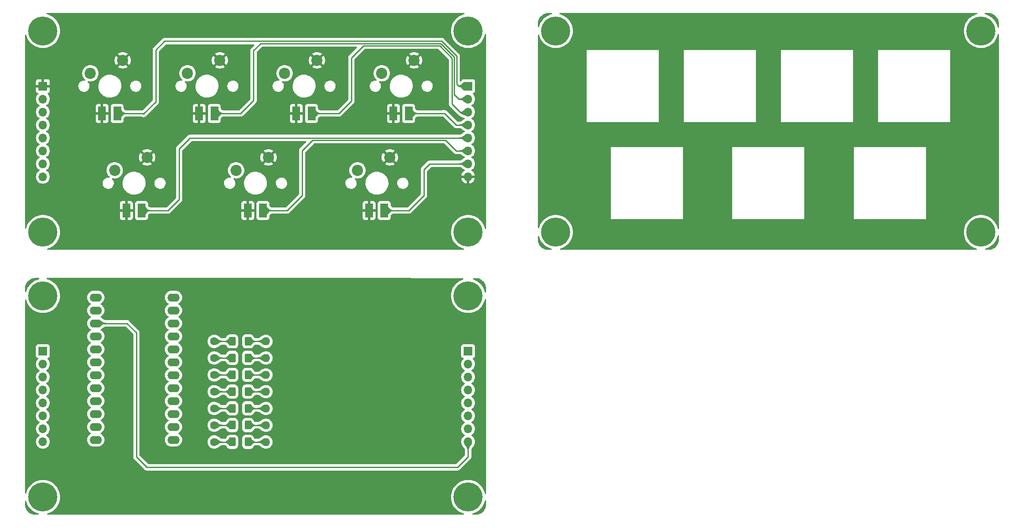
<source format=gbr>
%TF.GenerationSoftware,KiCad,Pcbnew,7.0.8*%
%TF.CreationDate,2023-10-31T17:03:33+08:00*%
%TF.ProjectId,MacroKeypad,4d616372-6f4b-4657-9970-61642e6b6963,rev?*%
%TF.SameCoordinates,Original*%
%TF.FileFunction,Copper,L1,Top*%
%TF.FilePolarity,Positive*%
%FSLAX46Y46*%
G04 Gerber Fmt 4.6, Leading zero omitted, Abs format (unit mm)*
G04 Created by KiCad (PCBNEW 7.0.8) date 2023-10-31 17:03:33*
%MOMM*%
%LPD*%
G01*
G04 APERTURE LIST*
G04 Aperture macros list*
%AMRoundRect*
0 Rectangle with rounded corners*
0 $1 Rounding radius*
0 $2 $3 $4 $5 $6 $7 $8 $9 X,Y pos of 4 corners*
0 Add a 4 corners polygon primitive as box body*
4,1,4,$2,$3,$4,$5,$6,$7,$8,$9,$2,$3,0*
0 Add four circle primitives for the rounded corners*
1,1,$1+$1,$2,$3*
1,1,$1+$1,$4,$5*
1,1,$1+$1,$6,$7*
1,1,$1+$1,$8,$9*
0 Add four rect primitives between the rounded corners*
20,1,$1+$1,$2,$3,$4,$5,0*
20,1,$1+$1,$4,$5,$6,$7,0*
20,1,$1+$1,$6,$7,$8,$9,0*
20,1,$1+$1,$8,$9,$2,$3,0*%
G04 Aperture macros list end*
%TA.AperFunction,ComponentPad*%
%ADD10C,2.200000*%
%TD*%
%TA.AperFunction,ComponentPad*%
%ADD11R,1.524000X2.700000*%
%TD*%
%TA.AperFunction,ComponentPad*%
%ADD12C,3.600000*%
%TD*%
%TA.AperFunction,ConnectorPad*%
%ADD13C,5.700000*%
%TD*%
%TA.AperFunction,ComponentPad*%
%ADD14C,1.600000*%
%TD*%
%TA.AperFunction,SMDPad,CuDef*%
%ADD15RoundRect,0.250000X-0.400000X-0.625000X0.400000X-0.625000X0.400000X0.625000X-0.400000X0.625000X0*%
%TD*%
%TA.AperFunction,ComponentPad*%
%ADD16O,1.600000X1.600000*%
%TD*%
%TA.AperFunction,ComponentPad*%
%ADD17R,1.700000X1.700000*%
%TD*%
%TA.AperFunction,ComponentPad*%
%ADD18O,1.700000X1.700000*%
%TD*%
%TA.AperFunction,ComponentPad*%
%ADD19O,2.400000X1.600000*%
%TD*%
%TA.AperFunction,Conductor*%
%ADD20C,0.250000*%
%TD*%
G04 APERTURE END LIST*
D10*
%TO.P,SW2,1,1*%
%TO.N,/GND - SW and LEDs*%
X97790000Y-48260000D03*
%TO.P,SW2,2,2*%
%TO.N,/SW2*%
X91440000Y-50800000D03*
D11*
%TO.P,SW2,3,K*%
%TO.N,/GND - SW and LEDs*%
X93725500Y-58694000D03*
%TO.P,SW2,4,A*%
%TO.N,/LED2*%
X96700500Y-58694000D03*
%TD*%
D12*
%TO.P,REF\u002A\u002A,1*%
%TO.N,N/C*%
X63063000Y-81989000D03*
D13*
X63063000Y-81989000D03*
%TD*%
D14*
%TO.P,R6,1*%
%TO.N,Net-(U1-A0)*%
X96660000Y-106684000D03*
D15*
X100210000Y-106664000D03*
%TO.P,R6,2*%
%TO.N,Net-(J4-Pin_6)*%
X103310000Y-106664000D03*
D16*
X106820000Y-106684000D03*
%TD*%
D12*
%TO.P,REF\u002A\u002A,1*%
%TO.N,N/C*%
X146463000Y-42489000D03*
D13*
X146463000Y-42489000D03*
%TD*%
D10*
%TO.P,SW4,1,1*%
%TO.N,/GND - SW and LEDs*%
X135890000Y-48260000D03*
%TO.P,SW4,2,2*%
%TO.N,/SW4*%
X129540000Y-50800000D03*
D11*
%TO.P,SW4,3,K*%
%TO.N,/GND - SW and LEDs*%
X131825500Y-58694000D03*
%TO.P,SW4,4,A*%
%TO.N,/LED4*%
X134800500Y-58694000D03*
%TD*%
D12*
%TO.P,REF\u002A\u002A,1*%
%TO.N,N/C*%
X146463000Y-133989000D03*
D13*
X146463000Y-133989000D03*
%TD*%
D12*
%TO.P,REF\u002A\u002A,1*%
%TO.N,N/C*%
X247039000Y-81989000D03*
D13*
X247039000Y-81989000D03*
%TD*%
D12*
%TO.P,REF\u002A\u002A,1*%
%TO.N,N/C*%
X146463000Y-81989000D03*
D13*
X146463000Y-81989000D03*
%TD*%
D12*
%TO.P,REF\u002A\u002A,1*%
%TO.N,N/C*%
X63063000Y-133989000D03*
D13*
X63063000Y-133989000D03*
%TD*%
D12*
%TO.P,REF\u002A\u002A,1*%
%TO.N,N/C*%
X63063000Y-42489000D03*
D13*
X63063000Y-42489000D03*
%TD*%
D14*
%TO.P,R5,1*%
%TO.N,Net-(U1-15)*%
X96660000Y-110018000D03*
D15*
X100210000Y-109998000D03*
%TO.P,R5,2*%
%TO.N,Net-(J4-Pin_5)*%
X103310000Y-109998000D03*
D16*
X106820000Y-110018000D03*
%TD*%
D10*
%TO.P,SW1,1,1*%
%TO.N,/GND - SW and LEDs*%
X78740000Y-48260000D03*
%TO.P,SW1,2,2*%
%TO.N,/SW1*%
X72390000Y-50800000D03*
D11*
%TO.P,SW1,3,K*%
%TO.N,/GND - SW and LEDs*%
X74675500Y-58694000D03*
%TO.P,SW1,4,A*%
%TO.N,/LED1*%
X77650500Y-58694000D03*
%TD*%
D12*
%TO.P,REF\u002A\u002A,1*%
%TO.N,N/C*%
X163639000Y-42489000D03*
D13*
X163639000Y-42489000D03*
%TD*%
D10*
%TO.P,SW5,1,1*%
%TO.N,/GND - SW and LEDs*%
X83496000Y-67310000D03*
%TO.P,SW5,2,2*%
%TO.N,/SW5*%
X77146000Y-69850000D03*
D11*
%TO.P,SW5,3,K*%
%TO.N,/GND - SW and LEDs*%
X79431500Y-77744000D03*
%TO.P,SW5,4,A*%
%TO.N,/LED5*%
X82406500Y-77744000D03*
%TD*%
D12*
%TO.P,REF\u002A\u002A,1*%
%TO.N,N/C*%
X247039000Y-42489000D03*
D13*
X247039000Y-42489000D03*
%TD*%
D14*
%TO.P,R7,1*%
%TO.N,Net-(U1-A1)*%
X96660000Y-103438000D03*
D15*
X100210000Y-103418000D03*
%TO.P,R7,2*%
%TO.N,Net-(J4-Pin_7)*%
X103310000Y-103418000D03*
D16*
X106820000Y-103438000D03*
%TD*%
D10*
%TO.P,SW3,1,1*%
%TO.N,/GND - SW and LEDs*%
X116840000Y-48260000D03*
%TO.P,SW3,2,2*%
%TO.N,/SW3*%
X110490000Y-50800000D03*
D11*
%TO.P,SW3,3,K*%
%TO.N,/GND - SW and LEDs*%
X112775500Y-58694000D03*
%TO.P,SW3,4,A*%
%TO.N,/LED3*%
X115750500Y-58694000D03*
%TD*%
D14*
%TO.P,R3,1*%
%TO.N,Net-(U1-16)*%
X96660000Y-116598000D03*
D15*
X100210000Y-116578000D03*
%TO.P,R3,2*%
%TO.N,Net-(J4-Pin_3)*%
X103310000Y-116578000D03*
D16*
X106820000Y-116598000D03*
%TD*%
D12*
%TO.P,REF\u002A\u002A,1*%
%TO.N,N/C*%
X63063000Y-94489000D03*
D13*
X63063000Y-94489000D03*
%TD*%
D17*
%TO.P,J4,1,Pin_1*%
%TO.N,Net-(J4-Pin_1)*%
X146463000Y-105340000D03*
D18*
%TO.P,J4,2,Pin_2*%
%TO.N,Net-(J4-Pin_2)*%
X146463000Y-107880000D03*
%TO.P,J4,3,Pin_3*%
%TO.N,Net-(J4-Pin_3)*%
X146463000Y-110420000D03*
%TO.P,J4,4,Pin_4*%
%TO.N,Net-(J4-Pin_4)*%
X146463000Y-112960000D03*
%TO.P,J4,5,Pin_5*%
%TO.N,Net-(J4-Pin_5)*%
X146463000Y-115500000D03*
%TO.P,J4,6,Pin_6*%
%TO.N,Net-(J4-Pin_6)*%
X146463000Y-118040000D03*
%TO.P,J4,7,Pin_7*%
%TO.N,Net-(J4-Pin_7)*%
X146463000Y-120580000D03*
%TO.P,J4,8,Pin_8*%
%TO.N,GND*%
X146463000Y-123120000D03*
%TD*%
D12*
%TO.P,REF\u002A\u002A,1*%
%TO.N,N/C*%
X146463000Y-94489000D03*
D13*
X146463000Y-94489000D03*
%TD*%
D17*
%TO.P,J2,1,Pin_1*%
%TO.N,GND*%
X63063000Y-105340000D03*
D18*
%TO.P,J2,2,Pin_2*%
%TO.N,Net-(J2-Pin_2)*%
X63063000Y-107880000D03*
%TO.P,J2,3,Pin_3*%
%TO.N,Net-(J2-Pin_3)*%
X63063000Y-110420000D03*
%TO.P,J2,4,Pin_4*%
%TO.N,Net-(J2-Pin_4)*%
X63063000Y-112960000D03*
%TO.P,J2,5,Pin_5*%
%TO.N,Net-(J2-Pin_5)*%
X63063000Y-115500000D03*
%TO.P,J2,6,Pin_6*%
%TO.N,Net-(J2-Pin_6)*%
X63063000Y-118040000D03*
%TO.P,J2,7,Pin_7*%
%TO.N,Net-(J2-Pin_7)*%
X63063000Y-120580000D03*
%TO.P,J2,8,Pin_8*%
%TO.N,Net-(J2-Pin_8)*%
X63063000Y-123120000D03*
%TD*%
D14*
%TO.P,R1,1*%
%TO.N,Net-(U1-9)*%
X96660000Y-123178000D03*
D15*
X100210000Y-123158000D03*
%TO.P,R1,2*%
%TO.N,Net-(J4-Pin_1)*%
X103310000Y-123158000D03*
D16*
X106820000Y-123178000D03*
%TD*%
D10*
%TO.P,SW6,1,1*%
%TO.N,/GND - SW and LEDs*%
X107308000Y-67310000D03*
%TO.P,SW6,2,2*%
%TO.N,/SW6*%
X100958000Y-69850000D03*
D11*
%TO.P,SW6,3,K*%
%TO.N,/GND - SW and LEDs*%
X103243500Y-77744000D03*
%TO.P,SW6,4,A*%
%TO.N,/LED6*%
X106218500Y-77744000D03*
%TD*%
D12*
%TO.P,REF\u002A\u002A,1*%
%TO.N,N/C*%
X163639000Y-81989000D03*
D13*
X163639000Y-81989000D03*
%TD*%
D19*
%TO.P,U1,1,TX0*%
%TO.N,unconnected-(U1-TX0-Pad1)*%
X73443000Y-94811500D03*
%TO.P,U1,2,RX1*%
%TO.N,unconnected-(U1-RX1-Pad2)*%
X73443000Y-97351500D03*
%TO.P,U1,3,GND*%
%TO.N,GND*%
X73443000Y-99891500D03*
%TO.P,U1,4,GND*%
X73443000Y-102431500D03*
%TO.P,U1,5,2*%
%TO.N,Net-(J2-Pin_2)*%
X73443000Y-104971500D03*
%TO.P,U1,6,3*%
%TO.N,Net-(J2-Pin_3)*%
X73443000Y-107511500D03*
%TO.P,U1,7,4*%
%TO.N,Net-(J2-Pin_4)*%
X73443000Y-110051500D03*
%TO.P,U1,8,5*%
%TO.N,Net-(J2-Pin_5)*%
X73443000Y-112591500D03*
%TO.P,U1,9,6*%
%TO.N,Net-(J2-Pin_6)*%
X73443000Y-115131500D03*
%TO.P,U1,10,7*%
%TO.N,Net-(J2-Pin_7)*%
X73443000Y-117671500D03*
%TO.P,U1,11,8*%
%TO.N,Net-(J2-Pin_8)*%
X73443000Y-120211500D03*
%TO.P,U1,12,9*%
%TO.N,Net-(U1-9)*%
X73443000Y-122751500D03*
%TO.P,U1,13,10*%
%TO.N,Net-(U1-10)*%
X88683000Y-122751500D03*
%TO.P,U1,14,16*%
%TO.N,Net-(U1-16)*%
X88683000Y-120211500D03*
%TO.P,U1,15,14*%
%TO.N,Net-(U1-14)*%
X88683000Y-117671500D03*
%TO.P,U1,16,15*%
%TO.N,Net-(U1-15)*%
X88683000Y-115131500D03*
%TO.P,U1,17,A0*%
%TO.N,Net-(U1-A0)*%
X88683000Y-112591500D03*
%TO.P,U1,18,A1*%
%TO.N,Net-(U1-A1)*%
X88683000Y-110051500D03*
%TO.P,U1,19,A2*%
%TO.N,unconnected-(U1-A2-Pad19)*%
X88683000Y-107511500D03*
%TO.P,U1,20,A3*%
%TO.N,unconnected-(U1-A3-Pad20)*%
X88683000Y-104971500D03*
%TO.P,U1,21,VCC*%
%TO.N,unconnected-(U1-VCC-Pad21)*%
X88683000Y-102431500D03*
%TO.P,U1,22,RST*%
%TO.N,unconnected-(U1-RST-Pad22)*%
X88683000Y-99891500D03*
%TO.P,U1,23,GND*%
%TO.N,unconnected-(U1-GND-Pad23)*%
X88683000Y-97351500D03*
%TO.P,U1,24,RAW*%
%TO.N,unconnected-(U1-RAW-Pad24)*%
X88683000Y-94811500D03*
%TD*%
D10*
%TO.P,SW7,1,1*%
%TO.N,/GND - SW and LEDs*%
X131121000Y-67310000D03*
%TO.P,SW7,2,2*%
%TO.N,/SW7*%
X124771000Y-69850000D03*
D11*
%TO.P,SW7,3,K*%
%TO.N,/GND - SW and LEDs*%
X127056500Y-77744000D03*
%TO.P,SW7,4,A*%
%TO.N,/LED7*%
X130031500Y-77744000D03*
%TD*%
D14*
%TO.P,R2,1*%
%TO.N,Net-(U1-10)*%
X96660000Y-119888000D03*
D15*
X100210000Y-119868000D03*
%TO.P,R2,2*%
%TO.N,Net-(J4-Pin_2)*%
X103310000Y-119868000D03*
D16*
X106820000Y-119888000D03*
%TD*%
D14*
%TO.P,R4,1*%
%TO.N,Net-(U1-14)*%
X96660000Y-113308000D03*
D15*
X100210000Y-113288000D03*
%TO.P,R4,2*%
%TO.N,Net-(J4-Pin_4)*%
X103310000Y-113288000D03*
D16*
X106820000Y-113308000D03*
%TD*%
D17*
%TO.P,J3,1,Pin_1*%
%TO.N,/LED1*%
X146463000Y-53340000D03*
D18*
%TO.P,J3,2,Pin_2*%
%TO.N,/LED2*%
X146463000Y-55880000D03*
%TO.P,J3,3,Pin_3*%
%TO.N,/LED3*%
X146463000Y-58420000D03*
%TO.P,J3,4,Pin_4*%
%TO.N,/LED4*%
X146463000Y-60960000D03*
%TO.P,J3,5,Pin_5*%
%TO.N,/LED5*%
X146463000Y-63500000D03*
%TO.P,J3,6,Pin_6*%
%TO.N,/LED6*%
X146463000Y-66040000D03*
%TO.P,J3,7,Pin_7*%
%TO.N,/LED7*%
X146463000Y-68580000D03*
%TO.P,J3,8,Pin_8*%
%TO.N,/GND - SW and LEDs*%
X146463000Y-71120000D03*
%TD*%
D17*
%TO.P,J1,1,Pin_1*%
%TO.N,/GND - SW and LEDs*%
X63063000Y-53340000D03*
D18*
%TO.P,J1,2,Pin_2*%
%TO.N,/SW1*%
X63063000Y-55880000D03*
%TO.P,J1,3,Pin_3*%
%TO.N,/SW2*%
X63063000Y-58420000D03*
%TO.P,J1,4,Pin_4*%
%TO.N,/SW3*%
X63063000Y-60960000D03*
%TO.P,J1,5,Pin_5*%
%TO.N,/SW4*%
X63063000Y-63500000D03*
%TO.P,J1,6,Pin_6*%
%TO.N,/SW5*%
X63063000Y-66040000D03*
%TO.P,J1,7,Pin_7*%
%TO.N,/SW6*%
X63063000Y-68580000D03*
%TO.P,J1,8,Pin_8*%
%TO.N,/SW7*%
X63063000Y-71120000D03*
%TD*%
D20*
%TO.N,GND*%
X83439000Y-128143000D02*
X144399000Y-128143000D01*
X73443000Y-99891500D02*
X79571500Y-99891500D01*
X81407000Y-101727000D02*
X81407000Y-126111000D01*
X79571500Y-99891500D02*
X81407000Y-101727000D01*
X144399000Y-128143000D02*
X146463000Y-126079000D01*
X146463000Y-126079000D02*
X146463000Y-123120000D01*
X81407000Y-126111000D02*
X83439000Y-128143000D01*
%TO.N,Net-(U1-9)*%
X96660000Y-123178000D02*
X100190000Y-123178000D01*
X100190000Y-123178000D02*
X100210000Y-123158000D01*
%TO.N,Net-(U1-10)*%
X100210000Y-119868000D02*
X100190000Y-119888000D01*
X100190000Y-119888000D02*
X96660000Y-119888000D01*
%TO.N,Net-(U1-16)*%
X100190000Y-116598000D02*
X100210000Y-116578000D01*
X96660000Y-116598000D02*
X100190000Y-116598000D01*
%TO.N,Net-(U1-14)*%
X100190000Y-113308000D02*
X96660000Y-113308000D01*
X100210000Y-113288000D02*
X100190000Y-113308000D01*
%TO.N,Net-(U1-15)*%
X100210000Y-109998000D02*
X100190000Y-110018000D01*
X100190000Y-110018000D02*
X96660000Y-110018000D01*
%TO.N,Net-(J4-Pin_1)*%
X103310000Y-123158000D02*
X103330000Y-123178000D01*
X103330000Y-123178000D02*
X106820000Y-123178000D01*
%TO.N,Net-(J4-Pin_2)*%
X103310000Y-119868000D02*
X103330000Y-119888000D01*
X103330000Y-119888000D02*
X106820000Y-119888000D01*
%TO.N,Net-(J4-Pin_3)*%
X103310000Y-116578000D02*
X103330000Y-116598000D01*
X103330000Y-116598000D02*
X106820000Y-116598000D01*
%TO.N,Net-(J4-Pin_4)*%
X103330000Y-113308000D02*
X106820000Y-113308000D01*
X103310000Y-113288000D02*
X103330000Y-113308000D01*
%TO.N,Net-(J4-Pin_5)*%
X106820000Y-110018000D02*
X103330000Y-110018000D01*
X103330000Y-110018000D02*
X103310000Y-109998000D01*
%TO.N,Net-(J4-Pin_6)*%
X103310000Y-106664000D02*
X103330000Y-106684000D01*
X103330000Y-106684000D02*
X106820000Y-106684000D01*
%TO.N,Net-(U1-A0)*%
X100190000Y-106684000D02*
X100210000Y-106664000D01*
X96660000Y-106684000D02*
X100190000Y-106684000D01*
%TO.N,Net-(U1-A1)*%
X100210000Y-103418000D02*
X100190000Y-103438000D01*
X100190000Y-103438000D02*
X96660000Y-103438000D01*
%TO.N,Net-(J4-Pin_7)*%
X103330000Y-103438000D02*
X103310000Y-103418000D01*
X106820000Y-103438000D02*
X103330000Y-103438000D01*
%TO.N,/LED1*%
X144653000Y-53340000D02*
X146463000Y-53340000D01*
X144213302Y-52900302D02*
X144653000Y-53340000D01*
X141282698Y-44508698D02*
X144213302Y-47439302D01*
X144213302Y-47439302D02*
X144213302Y-52900302D01*
X86936302Y-44508698D02*
X141282698Y-44508698D01*
X85217000Y-46228000D02*
X86936302Y-44508698D01*
X82697000Y-58694000D02*
X82804000Y-58801000D01*
X77650500Y-58694000D02*
X82697000Y-58694000D01*
X85217000Y-56388000D02*
X85217000Y-46228000D01*
X82804000Y-58801000D02*
X85217000Y-56388000D01*
%TO.N,/LED2*%
X101834000Y-58694000D02*
X104394000Y-56134000D01*
X143763302Y-54990302D02*
X144653000Y-55880000D01*
X105790302Y-44958698D02*
X141096302Y-44958698D01*
X144653000Y-55880000D02*
X146463000Y-55880000D01*
X104394000Y-56134000D02*
X104394000Y-46355000D01*
X143763302Y-47625698D02*
X143763302Y-54990302D01*
X141096302Y-44958698D02*
X143763302Y-47625698D01*
X104394000Y-46355000D02*
X105790302Y-44958698D01*
X96700500Y-58694000D02*
X101834000Y-58694000D01*
%TO.N,/LED3*%
X123571000Y-47752000D02*
X123571000Y-56261000D01*
X143313302Y-47821698D02*
X140900302Y-45408698D01*
X146463000Y-58420000D02*
X144907000Y-58420000D01*
X140900302Y-45408698D02*
X125914302Y-45408698D01*
X143313302Y-56826302D02*
X143313302Y-47821698D01*
X125914302Y-45408698D02*
X123571000Y-47752000D01*
X121138000Y-58694000D02*
X115750500Y-58694000D01*
X144907000Y-58420000D02*
X143313302Y-56826302D01*
X123571000Y-56261000D02*
X121138000Y-58694000D01*
%TO.N,/LED4*%
X141478000Y-58674000D02*
X141458000Y-58694000D01*
X144145000Y-60960000D02*
X141859000Y-58674000D01*
X141458000Y-58694000D02*
X134800500Y-58694000D01*
X141859000Y-58674000D02*
X141478000Y-58674000D01*
X146463000Y-60960000D02*
X144145000Y-60960000D01*
%TO.N,/LED5*%
X87610000Y-77744000D02*
X89789000Y-75565000D01*
X82406500Y-77744000D02*
X87610000Y-77744000D01*
X89789000Y-75565000D02*
X89789000Y-65659000D01*
X89789000Y-65659000D02*
X91948000Y-63500000D01*
X91948000Y-63500000D02*
X146463000Y-63500000D01*
%TO.N,/LED6*%
X110978000Y-77744000D02*
X106218500Y-77744000D01*
X115951000Y-63950000D02*
X113919000Y-65982000D01*
X142055000Y-63950000D02*
X115951000Y-63950000D01*
X144145000Y-66040000D02*
X142055000Y-63950000D01*
X146463000Y-66040000D02*
X144145000Y-66040000D01*
X113919000Y-65982000D02*
X113919000Y-74803000D01*
X113919000Y-74803000D02*
X110978000Y-77744000D01*
%TO.N,/LED7*%
X137795000Y-74803000D02*
X134854000Y-77744000D01*
X134854000Y-77744000D02*
X130031500Y-77744000D01*
X137795000Y-69723000D02*
X137795000Y-74803000D01*
X138938000Y-68580000D02*
X137795000Y-69723000D01*
X146463000Y-68580000D02*
X138938000Y-68580000D01*
%TD*%
%TA.AperFunction,Conductor*%
%TO.N,Net-(J4-Pin_6)*%
G36*
X106518318Y-105955770D02*
G01*
X106518778Y-105956748D01*
X106819134Y-106679510D01*
X106819144Y-106688463D01*
X106819135Y-106688485D01*
X106819134Y-106688490D01*
X106518778Y-107411251D01*
X106512439Y-107417576D01*
X106503484Y-107417565D01*
X106502506Y-107417105D01*
X106334405Y-107328238D01*
X106194863Y-107254469D01*
X106193202Y-107253402D01*
X105978846Y-107088554D01*
X105794252Y-106946241D01*
X105794248Y-106946239D01*
X105566027Y-106846558D01*
X105230437Y-106810132D01*
X105222582Y-106805832D01*
X105220000Y-106798500D01*
X105220000Y-106569499D01*
X105223427Y-106561226D01*
X105230436Y-106557867D01*
X105566029Y-106521440D01*
X105794252Y-106421758D01*
X105978846Y-106279445D01*
X106193202Y-106114597D01*
X106194863Y-106113529D01*
X106502507Y-105950893D01*
X106511421Y-105950057D01*
X106518318Y-105955770D01*
G37*
%TD.AperFunction*%
%TD*%
%TA.AperFunction,Conductor*%
%TO.N,Net-(J4-Pin_7)*%
G36*
X103964453Y-102786961D02*
G01*
X103965139Y-102787719D01*
X104087594Y-102935562D01*
X104218195Y-103067912D01*
X104348797Y-103174935D01*
X104479398Y-103256631D01*
X104602936Y-103309951D01*
X104609174Y-103316376D01*
X104610000Y-103320693D01*
X104610000Y-103555098D01*
X104606573Y-103563371D01*
X104602671Y-103565951D01*
X104478605Y-103615912D01*
X104347218Y-103693862D01*
X104347208Y-103693869D01*
X104215829Y-103796855D01*
X104215817Y-103796865D01*
X104084432Y-103924896D01*
X103961366Y-104068277D01*
X103953377Y-104072323D01*
X103944868Y-104069535D01*
X103944114Y-104068828D01*
X103317121Y-103426322D01*
X103313796Y-103418008D01*
X103317272Y-103409827D01*
X103947907Y-102786858D01*
X103956201Y-102783483D01*
X103964453Y-102786961D01*
G37*
%TD.AperFunction*%
%TD*%
%TA.AperFunction,Conductor*%
%TO.N,Net-(J4-Pin_1)*%
G36*
X106518318Y-122449770D02*
G01*
X106518778Y-122450748D01*
X106819134Y-123173510D01*
X106819144Y-123182463D01*
X106819135Y-123182485D01*
X106819134Y-123182490D01*
X106518778Y-123905251D01*
X106512439Y-123911576D01*
X106503484Y-123911565D01*
X106502506Y-123911105D01*
X106334405Y-123822238D01*
X106194863Y-123748469D01*
X106193202Y-123747402D01*
X105978846Y-123582554D01*
X105794252Y-123440241D01*
X105794248Y-123440239D01*
X105566027Y-123340558D01*
X105230437Y-123304132D01*
X105222582Y-123299832D01*
X105220000Y-123292500D01*
X105220000Y-123063499D01*
X105223427Y-123055226D01*
X105230436Y-123051867D01*
X105566029Y-123015440D01*
X105794252Y-122915758D01*
X105978846Y-122773445D01*
X106193202Y-122608597D01*
X106194863Y-122607529D01*
X106502507Y-122444893D01*
X106511421Y-122444057D01*
X106518318Y-122449770D01*
G37*
%TD.AperFunction*%
%TD*%
%TA.AperFunction,Conductor*%
%TO.N,Net-(J4-Pin_2)*%
G36*
X103964453Y-119236961D02*
G01*
X103965139Y-119237719D01*
X104087594Y-119385562D01*
X104218195Y-119517912D01*
X104348797Y-119624935D01*
X104479398Y-119706631D01*
X104602936Y-119759951D01*
X104609174Y-119766376D01*
X104610000Y-119770693D01*
X104610000Y-120005098D01*
X104606573Y-120013371D01*
X104602671Y-120015951D01*
X104478605Y-120065912D01*
X104347218Y-120143862D01*
X104347208Y-120143869D01*
X104215829Y-120246855D01*
X104215817Y-120246865D01*
X104084432Y-120374896D01*
X103961366Y-120518277D01*
X103953377Y-120522323D01*
X103944868Y-120519535D01*
X103944114Y-120518828D01*
X103317121Y-119876322D01*
X103313796Y-119868008D01*
X103317272Y-119859827D01*
X103947907Y-119236858D01*
X103956201Y-119233483D01*
X103964453Y-119236961D01*
G37*
%TD.AperFunction*%
%TD*%
%TA.AperFunction,Conductor*%
%TO.N,/LED2*%
G36*
X97469887Y-57941158D02*
G01*
X97470677Y-57942034D01*
X97614902Y-58118993D01*
X97614902Y-58118992D01*
X97767300Y-58276185D01*
X97919700Y-58403585D01*
X98072100Y-58501190D01*
X98217556Y-58565910D01*
X98223722Y-58572405D01*
X98224500Y-58576600D01*
X98224500Y-58811399D01*
X98221073Y-58819672D01*
X98217556Y-58822089D01*
X98072100Y-58886809D01*
X97919701Y-58984413D01*
X97767295Y-59111818D01*
X97614902Y-59269007D01*
X97614902Y-59269006D01*
X97470677Y-59445965D01*
X97462794Y-59450213D01*
X97454216Y-59447642D01*
X97453340Y-59446852D01*
X97448841Y-59442359D01*
X96707788Y-58702277D01*
X96704357Y-58694008D01*
X96707777Y-58685733D01*
X97453341Y-57941146D01*
X97461616Y-57937726D01*
X97469887Y-57941158D01*
G37*
%TD.AperFunction*%
%TD*%
%TA.AperFunction,Conductor*%
%TO.N,/LED4*%
G36*
X135569887Y-57941158D02*
G01*
X135570677Y-57942034D01*
X135714902Y-58118993D01*
X135714902Y-58118992D01*
X135867300Y-58276185D01*
X136019700Y-58403585D01*
X136172100Y-58501190D01*
X136317556Y-58565910D01*
X136323722Y-58572405D01*
X136324500Y-58576600D01*
X136324500Y-58811399D01*
X136321073Y-58819672D01*
X136317556Y-58822089D01*
X136172100Y-58886809D01*
X136019701Y-58984413D01*
X135867295Y-59111818D01*
X135714902Y-59269007D01*
X135714902Y-59269006D01*
X135570677Y-59445965D01*
X135562794Y-59450213D01*
X135554216Y-59447642D01*
X135553340Y-59446852D01*
X135548841Y-59442359D01*
X134807788Y-58702277D01*
X134804357Y-58694008D01*
X134807777Y-58685733D01*
X135553341Y-57941146D01*
X135561616Y-57937726D01*
X135569887Y-57941158D01*
G37*
%TD.AperFunction*%
%TD*%
%TA.AperFunction,Conductor*%
%TO.N,/LED1*%
G36*
X78419887Y-57941158D02*
G01*
X78420677Y-57942034D01*
X78564902Y-58118993D01*
X78564902Y-58118992D01*
X78717300Y-58276185D01*
X78869700Y-58403585D01*
X79022100Y-58501190D01*
X79167556Y-58565910D01*
X79173722Y-58572405D01*
X79174500Y-58576600D01*
X79174500Y-58811399D01*
X79171073Y-58819672D01*
X79167556Y-58822089D01*
X79022100Y-58886809D01*
X78869701Y-58984413D01*
X78717295Y-59111818D01*
X78564902Y-59269007D01*
X78564902Y-59269006D01*
X78420677Y-59445965D01*
X78412794Y-59450213D01*
X78404216Y-59447642D01*
X78403340Y-59446852D01*
X78398841Y-59442359D01*
X77657788Y-58702277D01*
X77654357Y-58694008D01*
X77657777Y-58685733D01*
X78403341Y-57941146D01*
X78411616Y-57937726D01*
X78419887Y-57941158D01*
G37*
%TD.AperFunction*%
%TD*%
%TA.AperFunction,Conductor*%
%TO.N,Net-(J4-Pin_4)*%
G36*
X106518318Y-112579770D02*
G01*
X106518778Y-112580748D01*
X106819134Y-113303510D01*
X106819144Y-113312463D01*
X106819135Y-113312485D01*
X106819134Y-113312490D01*
X106518778Y-114035251D01*
X106512439Y-114041576D01*
X106503484Y-114041565D01*
X106502506Y-114041105D01*
X106334405Y-113952238D01*
X106194863Y-113878469D01*
X106193202Y-113877402D01*
X105978846Y-113712554D01*
X105794252Y-113570241D01*
X105794248Y-113570239D01*
X105566027Y-113470558D01*
X105230437Y-113434132D01*
X105222582Y-113429832D01*
X105220000Y-113422500D01*
X105220000Y-113193499D01*
X105223427Y-113185226D01*
X105230436Y-113181867D01*
X105566029Y-113145440D01*
X105794252Y-113045758D01*
X105978846Y-112903445D01*
X106193202Y-112738597D01*
X106194863Y-112737529D01*
X106502507Y-112574893D01*
X106511421Y-112574057D01*
X106518318Y-112579770D01*
G37*
%TD.AperFunction*%
%TD*%
%TA.AperFunction,Conductor*%
%TO.N,/LED6*%
G36*
X146142181Y-65265579D02*
G01*
X146142653Y-65266578D01*
X146462134Y-66035511D01*
X146462143Y-66044466D01*
X146462134Y-66044489D01*
X146142653Y-66813421D01*
X146136314Y-66819746D01*
X146127359Y-66819737D01*
X146126360Y-66819265D01*
X145798321Y-66645046D01*
X145796622Y-66643945D01*
X145569087Y-66466811D01*
X145373423Y-66313383D01*
X145235065Y-66251862D01*
X145131153Y-66205657D01*
X145131152Y-66205656D01*
X144773416Y-66166150D01*
X144765569Y-66161836D01*
X144763000Y-66154521D01*
X144763000Y-65925478D01*
X144766427Y-65917205D01*
X144773414Y-65913849D01*
X145131153Y-65874342D01*
X145373422Y-65766616D01*
X145569087Y-65613188D01*
X145796628Y-65436047D01*
X145798315Y-65434954D01*
X146126361Y-65260733D01*
X146135274Y-65259880D01*
X146142181Y-65265579D01*
G37*
%TD.AperFunction*%
%TD*%
%TA.AperFunction,Conductor*%
%TO.N,/LED1*%
G36*
X145621284Y-52498372D02*
G01*
X145622231Y-52499220D01*
X145927048Y-52803679D01*
X146455712Y-53331722D01*
X146459144Y-53339993D01*
X146455722Y-53348268D01*
X146455712Y-53348278D01*
X145622233Y-54180777D01*
X145613958Y-54184199D01*
X145605687Y-54180767D01*
X145604837Y-54179818D01*
X145442995Y-53977962D01*
X145442995Y-53977963D01*
X145273000Y-53799452D01*
X145102999Y-53654452D01*
X144932999Y-53542968D01*
X144874849Y-53516298D01*
X144769822Y-53468128D01*
X144763731Y-53461564D01*
X144763000Y-53457493D01*
X144763000Y-53222506D01*
X144766427Y-53214233D01*
X144769822Y-53211871D01*
X144932999Y-53137031D01*
X145102999Y-53025547D01*
X145273000Y-52880547D01*
X145442995Y-52702036D01*
X145442995Y-52702037D01*
X145604837Y-52500181D01*
X145612685Y-52495870D01*
X145621284Y-52498372D01*
G37*
%TD.AperFunction*%
%TD*%
%TA.AperFunction,Conductor*%
%TO.N,Net-(U1-16)*%
G36*
X99571332Y-115946172D02*
G01*
X99572091Y-115946859D01*
X100202726Y-116569827D01*
X100206204Y-116578079D01*
X100202878Y-116586322D01*
X99575884Y-117228828D01*
X99567653Y-117232356D01*
X99559339Y-117229031D01*
X99558632Y-117228277D01*
X99435565Y-117084896D01*
X99304171Y-116956856D01*
X99304169Y-116956855D01*
X99172789Y-116853869D01*
X99172779Y-116853862D01*
X99041393Y-116775912D01*
X98917329Y-116725951D01*
X98910935Y-116719682D01*
X98910000Y-116715098D01*
X98910000Y-116480693D01*
X98913427Y-116472420D01*
X98917064Y-116469951D01*
X99040601Y-116416631D01*
X99171202Y-116334935D01*
X99301803Y-116227912D01*
X99432404Y-116095562D01*
X99554859Y-115947719D01*
X99562775Y-115943534D01*
X99571332Y-115946172D01*
G37*
%TD.AperFunction*%
%TD*%
%TA.AperFunction,Conductor*%
%TO.N,Net-(U1-9)*%
G36*
X99571332Y-122526172D02*
G01*
X99572091Y-122526859D01*
X100202726Y-123149827D01*
X100206204Y-123158079D01*
X100202878Y-123166322D01*
X99575884Y-123808828D01*
X99567653Y-123812356D01*
X99559339Y-123809031D01*
X99558632Y-123808277D01*
X99435565Y-123664896D01*
X99304171Y-123536856D01*
X99304169Y-123536855D01*
X99172789Y-123433869D01*
X99172779Y-123433862D01*
X99041393Y-123355912D01*
X98917329Y-123305951D01*
X98910935Y-123299682D01*
X98910000Y-123295098D01*
X98910000Y-123060693D01*
X98913427Y-123052420D01*
X98917064Y-123049951D01*
X99040601Y-122996631D01*
X99171202Y-122914935D01*
X99301803Y-122807912D01*
X99432404Y-122675562D01*
X99554859Y-122527719D01*
X99562775Y-122523534D01*
X99571332Y-122526172D01*
G37*
%TD.AperFunction*%
%TD*%
%TA.AperFunction,Conductor*%
%TO.N,/LED2*%
G36*
X146142181Y-55105579D02*
G01*
X146142653Y-55106578D01*
X146462134Y-55875511D01*
X146462143Y-55884466D01*
X146462134Y-55884489D01*
X146142653Y-56653421D01*
X146136314Y-56659746D01*
X146127359Y-56659737D01*
X146126360Y-56659265D01*
X145798321Y-56485046D01*
X145796622Y-56483945D01*
X145569087Y-56306811D01*
X145373423Y-56153383D01*
X145235065Y-56091862D01*
X145131153Y-56045657D01*
X145131152Y-56045656D01*
X144773416Y-56006150D01*
X144765569Y-56001836D01*
X144763000Y-55994521D01*
X144763000Y-55765478D01*
X144766427Y-55757205D01*
X144773414Y-55753849D01*
X145131153Y-55714342D01*
X145373422Y-55606616D01*
X145569087Y-55453188D01*
X145796628Y-55276047D01*
X145798315Y-55274954D01*
X146126361Y-55100733D01*
X146135274Y-55099880D01*
X146142181Y-55105579D01*
G37*
%TD.AperFunction*%
%TD*%
%TA.AperFunction,Conductor*%
%TO.N,GND*%
G36*
X74157493Y-99158971D02*
G01*
X74407913Y-99356213D01*
X74407917Y-99356216D01*
X74666688Y-99519537D01*
X74925458Y-99642358D01*
X74925463Y-99642359D01*
X74925466Y-99642361D01*
X75184214Y-99724675D01*
X75184223Y-99724677D01*
X75184229Y-99724679D01*
X75433168Y-99764911D01*
X75440787Y-99769613D01*
X75443000Y-99776460D01*
X75443000Y-100006539D01*
X75439573Y-100014812D01*
X75433167Y-100018089D01*
X75184231Y-100058319D01*
X75184214Y-100058323D01*
X74925466Y-100140637D01*
X74666688Y-100263462D01*
X74666686Y-100263463D01*
X74407913Y-100426785D01*
X74157493Y-100624028D01*
X74148874Y-100626455D01*
X74141800Y-100622925D01*
X73601606Y-100058319D01*
X73449737Y-99899587D01*
X73446495Y-99891242D01*
X73449738Y-99883412D01*
X73561595Y-99766500D01*
X74141801Y-99160073D01*
X74149996Y-99156465D01*
X74157493Y-99158971D01*
G37*
%TD.AperFunction*%
%TD*%
%TA.AperFunction,Conductor*%
%TO.N,Net-(J4-Pin_5)*%
G36*
X106518318Y-109289770D02*
G01*
X106518778Y-109290748D01*
X106819134Y-110013510D01*
X106819144Y-110022463D01*
X106819135Y-110022485D01*
X106819134Y-110022490D01*
X106518778Y-110745251D01*
X106512439Y-110751576D01*
X106503484Y-110751565D01*
X106502506Y-110751105D01*
X106334405Y-110662238D01*
X106194863Y-110588469D01*
X106193202Y-110587402D01*
X105978846Y-110422554D01*
X105794252Y-110280241D01*
X105794248Y-110280239D01*
X105566027Y-110180558D01*
X105230437Y-110144132D01*
X105222582Y-110139832D01*
X105220000Y-110132500D01*
X105220000Y-109903499D01*
X105223427Y-109895226D01*
X105230436Y-109891867D01*
X105566029Y-109855440D01*
X105794252Y-109755758D01*
X105978846Y-109613445D01*
X106193202Y-109448597D01*
X106194863Y-109447529D01*
X106502507Y-109284893D01*
X106511421Y-109284057D01*
X106518318Y-109289770D01*
G37*
%TD.AperFunction*%
%TD*%
%TA.AperFunction,Conductor*%
%TO.N,Net-(U1-A0)*%
G36*
X99571332Y-106032172D02*
G01*
X99572091Y-106032859D01*
X100202726Y-106655827D01*
X100206204Y-106664079D01*
X100202878Y-106672322D01*
X99575884Y-107314828D01*
X99567653Y-107318356D01*
X99559339Y-107315031D01*
X99558632Y-107314277D01*
X99435565Y-107170896D01*
X99304171Y-107042856D01*
X99304169Y-107042855D01*
X99172789Y-106939869D01*
X99172779Y-106939862D01*
X99041393Y-106861912D01*
X98917329Y-106811951D01*
X98910935Y-106805682D01*
X98910000Y-106801098D01*
X98910000Y-106566693D01*
X98913427Y-106558420D01*
X98917064Y-106555951D01*
X99040601Y-106502631D01*
X99171202Y-106420935D01*
X99301803Y-106313912D01*
X99432404Y-106181562D01*
X99554859Y-106033719D01*
X99562775Y-106029534D01*
X99571332Y-106032172D01*
G37*
%TD.AperFunction*%
%TD*%
%TA.AperFunction,NonConductor*%
G36*
X162878403Y-39009185D02*
G01*
X162924158Y-39061989D01*
X162934102Y-39131147D01*
X162905077Y-39194703D01*
X162846299Y-39232477D01*
X162838020Y-39234601D01*
X162741330Y-39255883D01*
X162475178Y-39345560D01*
X162397031Y-39371892D01*
X162397028Y-39371893D01*
X162397020Y-39371896D01*
X162067300Y-39524440D01*
X162067296Y-39524442D01*
X161967458Y-39584513D01*
X161755981Y-39711755D01*
X161666332Y-39779903D01*
X161466755Y-39931617D01*
X161466745Y-39931625D01*
X161202978Y-40181479D01*
X160967772Y-40458386D01*
X160763884Y-40759098D01*
X160763878Y-40759107D01*
X160593706Y-41080086D01*
X160593700Y-41080098D01*
X160459226Y-41417603D01*
X160459223Y-41417614D01*
X160390480Y-41665204D01*
X160353578Y-41724533D01*
X160290458Y-41754494D01*
X160221160Y-41745573D01*
X160167686Y-41700603D01*
X160147014Y-41633862D01*
X160147000Y-41632030D01*
X160147000Y-40911360D01*
X160147158Y-40906936D01*
X160158299Y-40751164D01*
X160159328Y-40743528D01*
X160182761Y-40625721D01*
X160214748Y-40478683D01*
X160216615Y-40471956D01*
X160257592Y-40351241D01*
X160307863Y-40216462D01*
X160310338Y-40210729D01*
X160368103Y-40093593D01*
X160435921Y-39969395D01*
X160438760Y-39964704D01*
X160511346Y-39856073D01*
X160513219Y-39853426D01*
X160596573Y-39742078D01*
X160599538Y-39738421D01*
X160686061Y-39639761D01*
X160688756Y-39636883D01*
X160786883Y-39538756D01*
X160789761Y-39536061D01*
X160888421Y-39449538D01*
X160892078Y-39446573D01*
X161003426Y-39363219D01*
X161006073Y-39361346D01*
X161114704Y-39288760D01*
X161119395Y-39285921D01*
X161243593Y-39218103D01*
X161360729Y-39160338D01*
X161366462Y-39157863D01*
X161501241Y-39107592D01*
X161621956Y-39066615D01*
X161628683Y-39064748D01*
X161775721Y-39032761D01*
X161893530Y-39009327D01*
X161901162Y-39008299D01*
X162087339Y-38994983D01*
X162123972Y-38992582D01*
X162168981Y-38989633D01*
X162173036Y-38989500D01*
X162811364Y-38989500D01*
X162878403Y-39009185D01*
G37*
%TD.AperFunction*%
%TA.AperFunction,NonConductor*%
G36*
X248533019Y-38989633D02*
G01*
X248562188Y-38991544D01*
X248614780Y-38994991D01*
X248800833Y-39008298D01*
X248808475Y-39009328D01*
X248926233Y-39032752D01*
X249073306Y-39064746D01*
X249080052Y-39066618D01*
X249200739Y-39107585D01*
X249286465Y-39139560D01*
X249335528Y-39157860D01*
X249341284Y-39160345D01*
X249423654Y-39200965D01*
X249458386Y-39218093D01*
X249582587Y-39285912D01*
X249587314Y-39288773D01*
X249645141Y-39327412D01*
X249695885Y-39361318D01*
X249698595Y-39363236D01*
X249710164Y-39371896D01*
X249809895Y-39446553D01*
X249813603Y-39449560D01*
X249898993Y-39524445D01*
X249912200Y-39536027D01*
X249915146Y-39538786D01*
X250013211Y-39636851D01*
X250015971Y-39639798D01*
X250102430Y-39738385D01*
X250105451Y-39742111D01*
X250188762Y-39853403D01*
X250190680Y-39856113D01*
X250263220Y-39964676D01*
X250266086Y-39969410D01*
X250333906Y-40093613D01*
X250391652Y-40210712D01*
X250394138Y-40216470D01*
X250444409Y-40351247D01*
X250449510Y-40366272D01*
X250485378Y-40471939D01*
X250487253Y-40478694D01*
X250519247Y-40625766D01*
X250542667Y-40743507D01*
X250543702Y-40751187D01*
X250557017Y-40937354D01*
X250562367Y-41018967D01*
X250562500Y-41023024D01*
X250562500Y-41748602D01*
X250542815Y-41815641D01*
X250490011Y-41861396D01*
X250420853Y-41871340D01*
X250357297Y-41842315D01*
X250319523Y-41783537D01*
X250316134Y-41768664D01*
X250316067Y-41768260D01*
X250315973Y-41767684D01*
X250287520Y-41665204D01*
X250218778Y-41417618D01*
X250218773Y-41417603D01*
X250084299Y-41080098D01*
X250084298Y-41080095D01*
X249992495Y-40906936D01*
X249914121Y-40759107D01*
X249914119Y-40759104D01*
X249914117Y-40759100D01*
X249710227Y-40458386D01*
X249475021Y-40181479D01*
X249211254Y-39931625D01*
X249211244Y-39931617D01*
X249111919Y-39856113D01*
X248922019Y-39711755D01*
X248610708Y-39524445D01*
X248610707Y-39524444D01*
X248610703Y-39524442D01*
X248610699Y-39524440D01*
X248280979Y-39371896D01*
X248280974Y-39371894D01*
X248280969Y-39371892D01*
X248113143Y-39315344D01*
X247936669Y-39255883D01*
X247839980Y-39234601D01*
X247778739Y-39200965D01*
X247745405Y-39139560D01*
X247750561Y-39069881D01*
X247792570Y-39014050D01*
X247858094Y-38989795D01*
X247866636Y-38989500D01*
X248528964Y-38989500D01*
X248533019Y-38989633D01*
G37*
%TD.AperFunction*%
%TA.AperFunction,NonConductor*%
G36*
X250475768Y-82611130D02*
G01*
X250533792Y-82650053D01*
X250561561Y-82714167D01*
X250562500Y-82729397D01*
X250562500Y-83436975D01*
X250562367Y-83441032D01*
X250557017Y-83522645D01*
X250543702Y-83708811D01*
X250542667Y-83716491D01*
X250519247Y-83834233D01*
X250487253Y-83981304D01*
X250485378Y-83988058D01*
X250444412Y-84108745D01*
X250394138Y-84243528D01*
X250391652Y-84249286D01*
X250333906Y-84366386D01*
X250266086Y-84490588D01*
X250263219Y-84495322D01*
X250190680Y-84603885D01*
X250188762Y-84606595D01*
X250105451Y-84717887D01*
X250102430Y-84721613D01*
X250015971Y-84820200D01*
X250013197Y-84823162D01*
X249915162Y-84921197D01*
X249912200Y-84923971D01*
X249813613Y-85010430D01*
X249809887Y-85013451D01*
X249698595Y-85096762D01*
X249695885Y-85098680D01*
X249587322Y-85171219D01*
X249582588Y-85174086D01*
X249458386Y-85241906D01*
X249341286Y-85299652D01*
X249335528Y-85302138D01*
X249200745Y-85352412D01*
X249080058Y-85393378D01*
X249073304Y-85395253D01*
X248926233Y-85427247D01*
X248808491Y-85450667D01*
X248800811Y-85451702D01*
X248614645Y-85465017D01*
X248558862Y-85468673D01*
X248533025Y-85470367D01*
X248528976Y-85470500D01*
X247948412Y-85470500D01*
X247881373Y-85450815D01*
X247835618Y-85398011D01*
X247825674Y-85328853D01*
X247854699Y-85265297D01*
X247913477Y-85227523D01*
X247921756Y-85225399D01*
X247928840Y-85223839D01*
X247936670Y-85222116D01*
X248280969Y-85106108D01*
X248610708Y-84953555D01*
X248922019Y-84766245D01*
X249211254Y-84546375D01*
X249475021Y-84296521D01*
X249710227Y-84019614D01*
X249914117Y-83718900D01*
X250084298Y-83397905D01*
X250218775Y-83060391D01*
X250315973Y-82710316D01*
X250316133Y-82709339D01*
X250316233Y-82709130D01*
X250316694Y-82707039D01*
X250317186Y-82707147D01*
X250346402Y-82646367D01*
X250405912Y-82609756D01*
X250475768Y-82611130D01*
G37*
%TD.AperFunction*%
%TA.AperFunction,NonConductor*%
G36*
X246278403Y-39009185D02*
G01*
X246324158Y-39061989D01*
X246334102Y-39131147D01*
X246305077Y-39194703D01*
X246246299Y-39232477D01*
X246238020Y-39234601D01*
X246141330Y-39255883D01*
X245875178Y-39345560D01*
X245797031Y-39371892D01*
X245797028Y-39371893D01*
X245797020Y-39371896D01*
X245467300Y-39524440D01*
X245467296Y-39524442D01*
X245367458Y-39584513D01*
X245155981Y-39711755D01*
X245066332Y-39779903D01*
X244866755Y-39931617D01*
X244866745Y-39931625D01*
X244602978Y-40181479D01*
X244367772Y-40458386D01*
X244163884Y-40759098D01*
X244163878Y-40759107D01*
X243993706Y-41080086D01*
X243993700Y-41080098D01*
X243859226Y-41417603D01*
X243859221Y-41417618D01*
X243762030Y-41767670D01*
X243762024Y-41767696D01*
X243703250Y-42126200D01*
X243703248Y-42126217D01*
X243683579Y-42488997D01*
X243683579Y-42489002D01*
X243703248Y-42851782D01*
X243703250Y-42851799D01*
X243762024Y-43210303D01*
X243762030Y-43210329D01*
X243859221Y-43560381D01*
X243859226Y-43560396D01*
X243993700Y-43897901D01*
X243993706Y-43897913D01*
X244163878Y-44218892D01*
X244163881Y-44218897D01*
X244163883Y-44218900D01*
X244367773Y-44519614D01*
X244602979Y-44796521D01*
X244866746Y-45046375D01*
X245155981Y-45266245D01*
X245467292Y-45453555D01*
X245467294Y-45453556D01*
X245467296Y-45453557D01*
X245467300Y-45453559D01*
X245797020Y-45606103D01*
X245797031Y-45606108D01*
X246141330Y-45722116D01*
X246496153Y-45800218D01*
X246857341Y-45839500D01*
X246857347Y-45839500D01*
X247220653Y-45839500D01*
X247220659Y-45839500D01*
X247581847Y-45800218D01*
X247936670Y-45722116D01*
X248280969Y-45606108D01*
X248610708Y-45453555D01*
X248922019Y-45266245D01*
X249211254Y-45046375D01*
X249475021Y-44796521D01*
X249710227Y-44519614D01*
X249914117Y-44218900D01*
X250084298Y-43897905D01*
X250218775Y-43560391D01*
X250315973Y-43210316D01*
X250316133Y-43209339D01*
X250316233Y-43209130D01*
X250316694Y-43207039D01*
X250317186Y-43207147D01*
X250346402Y-43146367D01*
X250405912Y-43109756D01*
X250475768Y-43111130D01*
X250533792Y-43150053D01*
X250561561Y-43214167D01*
X250562500Y-43229397D01*
X250562500Y-81248602D01*
X250542815Y-81315641D01*
X250490011Y-81361396D01*
X250420853Y-81371340D01*
X250357297Y-81342315D01*
X250319523Y-81283537D01*
X250316134Y-81268664D01*
X250316067Y-81268260D01*
X250315973Y-81267684D01*
X250287520Y-81165204D01*
X250218778Y-80917618D01*
X250218773Y-80917603D01*
X250084299Y-80580098D01*
X250084298Y-80580095D01*
X249914117Y-80259100D01*
X249710227Y-79958386D01*
X249475021Y-79681479D01*
X249211254Y-79431625D01*
X249211244Y-79431617D01*
X249142635Y-79379462D01*
X248922019Y-79211755D01*
X248610708Y-79024445D01*
X248610707Y-79024444D01*
X248610703Y-79024442D01*
X248610699Y-79024440D01*
X248280979Y-78871896D01*
X248280974Y-78871894D01*
X248280969Y-78871892D01*
X248113143Y-78815344D01*
X247936669Y-78755883D01*
X247581845Y-78677781D01*
X247220660Y-78638500D01*
X247220659Y-78638500D01*
X246857341Y-78638500D01*
X246857339Y-78638500D01*
X246496154Y-78677781D01*
X246141330Y-78755883D01*
X245875178Y-78845560D01*
X245797031Y-78871892D01*
X245797028Y-78871893D01*
X245797020Y-78871896D01*
X245467300Y-79024440D01*
X245467296Y-79024442D01*
X245235453Y-79163937D01*
X245155981Y-79211755D01*
X245066332Y-79279903D01*
X244866755Y-79431617D01*
X244866745Y-79431625D01*
X244602978Y-79681479D01*
X244367772Y-79958386D01*
X244163884Y-80259098D01*
X244163878Y-80259107D01*
X243993706Y-80580086D01*
X243993700Y-80580098D01*
X243859226Y-80917603D01*
X243859221Y-80917618D01*
X243762030Y-81267670D01*
X243762024Y-81267696D01*
X243703250Y-81626200D01*
X243703248Y-81626217D01*
X243683579Y-81988997D01*
X243683579Y-81989002D01*
X243703248Y-82351782D01*
X243703250Y-82351799D01*
X243762024Y-82710303D01*
X243762030Y-82710329D01*
X243859221Y-83060381D01*
X243859226Y-83060396D01*
X243993700Y-83397901D01*
X243993706Y-83397913D01*
X244163878Y-83718892D01*
X244163884Y-83718901D01*
X244367772Y-84019613D01*
X244557967Y-84243528D01*
X244602979Y-84296521D01*
X244866746Y-84546375D01*
X245155981Y-84766245D01*
X245467292Y-84953555D01*
X245467294Y-84953556D01*
X245467296Y-84953557D01*
X245467300Y-84953559D01*
X245797020Y-85106103D01*
X245797031Y-85106108D01*
X246141330Y-85222116D01*
X246156244Y-85225399D01*
X246217485Y-85259035D01*
X246250819Y-85320440D01*
X246245663Y-85390119D01*
X246203654Y-85445950D01*
X246138130Y-85470205D01*
X246129588Y-85470500D01*
X164548412Y-85470500D01*
X164481373Y-85450815D01*
X164435618Y-85398011D01*
X164425674Y-85328853D01*
X164454699Y-85265297D01*
X164513477Y-85227523D01*
X164521756Y-85225399D01*
X164528840Y-85223839D01*
X164536670Y-85222116D01*
X164880969Y-85106108D01*
X165210708Y-84953555D01*
X165522019Y-84766245D01*
X165811254Y-84546375D01*
X166075021Y-84296521D01*
X166310227Y-84019614D01*
X166514117Y-83718900D01*
X166684298Y-83397905D01*
X166818775Y-83060391D01*
X166915973Y-82710316D01*
X166974751Y-82351785D01*
X166994421Y-81989000D01*
X166974751Y-81626215D01*
X166932966Y-81371340D01*
X166915975Y-81267696D01*
X166915974Y-81267693D01*
X166915973Y-81267684D01*
X166887520Y-81165204D01*
X166818778Y-80917618D01*
X166818773Y-80917603D01*
X166684299Y-80580098D01*
X166684298Y-80580095D01*
X166514117Y-80259100D01*
X166310227Y-79958386D01*
X166075021Y-79681479D01*
X165811254Y-79431625D01*
X165811244Y-79431617D01*
X165789239Y-79414889D01*
X174468416Y-79414889D01*
X174468459Y-79439001D01*
X174468500Y-79439099D01*
X174468616Y-79439382D01*
X174468618Y-79439384D01*
X174468808Y-79439462D01*
X174469000Y-79439541D01*
X174469002Y-79439539D01*
X174493616Y-79439524D01*
X174493616Y-79439528D01*
X174493760Y-79439500D01*
X188594240Y-79439500D01*
X188594383Y-79439528D01*
X188594384Y-79439524D01*
X188618997Y-79439539D01*
X188619000Y-79439541D01*
X188619383Y-79439383D01*
X188619500Y-79439099D01*
X188619541Y-79439000D01*
X188619540Y-79438997D01*
X188619583Y-79414889D01*
X198280416Y-79414889D01*
X198280459Y-79439001D01*
X198280500Y-79439099D01*
X198280616Y-79439382D01*
X198280618Y-79439384D01*
X198280808Y-79439462D01*
X198281000Y-79439541D01*
X198281002Y-79439539D01*
X198305616Y-79439524D01*
X198305616Y-79439528D01*
X198305760Y-79439500D01*
X212406240Y-79439500D01*
X212406383Y-79439528D01*
X212406384Y-79439524D01*
X212430997Y-79439539D01*
X212431000Y-79439541D01*
X212431383Y-79439383D01*
X212431500Y-79439099D01*
X212431541Y-79439000D01*
X212431540Y-79438997D01*
X212431583Y-79414889D01*
X222093416Y-79414889D01*
X222093459Y-79439001D01*
X222093500Y-79439099D01*
X222093616Y-79439382D01*
X222093618Y-79439384D01*
X222093808Y-79439462D01*
X222094000Y-79439541D01*
X222094002Y-79439539D01*
X222118616Y-79439524D01*
X222118616Y-79439528D01*
X222118760Y-79439500D01*
X236219240Y-79439500D01*
X236219383Y-79439528D01*
X236219384Y-79439524D01*
X236243997Y-79439539D01*
X236244000Y-79439541D01*
X236244383Y-79439383D01*
X236244500Y-79439099D01*
X236244541Y-79439000D01*
X236244540Y-79438997D01*
X236244583Y-79414889D01*
X236244500Y-79414467D01*
X236244500Y-65363759D01*
X236244528Y-65363616D01*
X236244524Y-65363616D01*
X236244539Y-65339002D01*
X236244541Y-65339000D01*
X236244462Y-65338808D01*
X236244384Y-65338618D01*
X236244382Y-65338616D01*
X236244099Y-65338500D01*
X236244000Y-65338459D01*
X236219446Y-65338459D01*
X236219240Y-65338500D01*
X222118760Y-65338500D01*
X222118554Y-65338459D01*
X222094000Y-65338459D01*
X222093901Y-65338500D01*
X222093617Y-65338616D01*
X222093615Y-65338618D01*
X222093459Y-65338999D01*
X222093476Y-65363616D01*
X222093471Y-65363616D01*
X222093500Y-65363759D01*
X222093500Y-79414467D01*
X222093416Y-79414889D01*
X212431583Y-79414889D01*
X212431500Y-79414467D01*
X212431500Y-65363759D01*
X212431528Y-65363616D01*
X212431524Y-65363616D01*
X212431539Y-65339002D01*
X212431541Y-65339000D01*
X212431462Y-65338808D01*
X212431384Y-65338618D01*
X212431382Y-65338616D01*
X212431099Y-65338500D01*
X212431000Y-65338459D01*
X212406446Y-65338459D01*
X212406240Y-65338500D01*
X198305760Y-65338500D01*
X198305554Y-65338459D01*
X198281000Y-65338459D01*
X198280901Y-65338500D01*
X198280617Y-65338616D01*
X198280615Y-65338618D01*
X198280459Y-65338999D01*
X198280476Y-65363616D01*
X198280471Y-65363616D01*
X198280500Y-65363759D01*
X198280500Y-79414467D01*
X198280416Y-79414889D01*
X188619583Y-79414889D01*
X188619500Y-79414467D01*
X188619500Y-65363759D01*
X188619528Y-65363616D01*
X188619524Y-65363616D01*
X188619539Y-65339002D01*
X188619541Y-65339000D01*
X188619462Y-65338808D01*
X188619384Y-65338618D01*
X188619382Y-65338616D01*
X188619099Y-65338500D01*
X188619000Y-65338459D01*
X188594446Y-65338459D01*
X188594240Y-65338500D01*
X174493760Y-65338500D01*
X174493554Y-65338459D01*
X174469000Y-65338459D01*
X174468901Y-65338500D01*
X174468617Y-65338616D01*
X174468615Y-65338618D01*
X174468459Y-65338999D01*
X174468476Y-65363616D01*
X174468471Y-65363616D01*
X174468500Y-65363759D01*
X174468500Y-79414467D01*
X174468416Y-79414889D01*
X165789239Y-79414889D01*
X165742635Y-79379462D01*
X165522019Y-79211755D01*
X165210708Y-79024445D01*
X165210707Y-79024444D01*
X165210703Y-79024442D01*
X165210699Y-79024440D01*
X164880979Y-78871896D01*
X164880974Y-78871894D01*
X164880969Y-78871892D01*
X164713143Y-78815344D01*
X164536669Y-78755883D01*
X164181845Y-78677781D01*
X163820660Y-78638500D01*
X163820659Y-78638500D01*
X163457341Y-78638500D01*
X163457339Y-78638500D01*
X163096154Y-78677781D01*
X162741330Y-78755883D01*
X162475178Y-78845560D01*
X162397031Y-78871892D01*
X162397028Y-78871893D01*
X162397020Y-78871896D01*
X162067300Y-79024440D01*
X162067296Y-79024442D01*
X161835453Y-79163937D01*
X161755981Y-79211755D01*
X161666332Y-79279903D01*
X161466755Y-79431617D01*
X161466745Y-79431625D01*
X161202978Y-79681479D01*
X160967772Y-79958386D01*
X160763884Y-80259098D01*
X160763878Y-80259107D01*
X160593706Y-80580086D01*
X160593700Y-80580098D01*
X160459226Y-80917603D01*
X160459223Y-80917614D01*
X160390480Y-81165204D01*
X160353578Y-81224533D01*
X160290458Y-81254494D01*
X160221160Y-81245573D01*
X160167686Y-81200603D01*
X160147014Y-81133862D01*
X160147000Y-81132030D01*
X160147000Y-60364889D01*
X169712416Y-60364889D01*
X169712459Y-60389001D01*
X169712500Y-60389099D01*
X169712616Y-60389382D01*
X169712618Y-60389384D01*
X169712808Y-60389462D01*
X169713000Y-60389541D01*
X169713002Y-60389539D01*
X169737616Y-60389524D01*
X169737616Y-60389528D01*
X169737760Y-60389500D01*
X183838240Y-60389500D01*
X183838383Y-60389528D01*
X183838384Y-60389524D01*
X183862997Y-60389539D01*
X183863000Y-60389541D01*
X183863383Y-60389383D01*
X183863500Y-60389099D01*
X183863541Y-60389000D01*
X183863540Y-60388997D01*
X183863583Y-60364889D01*
X188762416Y-60364889D01*
X188762459Y-60389001D01*
X188762500Y-60389099D01*
X188762616Y-60389382D01*
X188762618Y-60389384D01*
X188762808Y-60389462D01*
X188763000Y-60389541D01*
X188763002Y-60389539D01*
X188787616Y-60389524D01*
X188787616Y-60389528D01*
X188787760Y-60389500D01*
X202888240Y-60389500D01*
X202888383Y-60389528D01*
X202888384Y-60389524D01*
X202912997Y-60389539D01*
X202913000Y-60389541D01*
X202913383Y-60389383D01*
X202913500Y-60389099D01*
X202913541Y-60389000D01*
X202913540Y-60388997D01*
X202913583Y-60364889D01*
X207812416Y-60364889D01*
X207812459Y-60389001D01*
X207812500Y-60389099D01*
X207812616Y-60389382D01*
X207812618Y-60389384D01*
X207812808Y-60389462D01*
X207813000Y-60389541D01*
X207813002Y-60389539D01*
X207837616Y-60389524D01*
X207837616Y-60389528D01*
X207837760Y-60389500D01*
X221938240Y-60389500D01*
X221938383Y-60389528D01*
X221938384Y-60389524D01*
X221962997Y-60389539D01*
X221963000Y-60389541D01*
X221963383Y-60389383D01*
X221963500Y-60389099D01*
X221963541Y-60389000D01*
X221963540Y-60388997D01*
X221963583Y-60364889D01*
X226862416Y-60364889D01*
X226862459Y-60389001D01*
X226862500Y-60389099D01*
X226862616Y-60389382D01*
X226862618Y-60389384D01*
X226862808Y-60389462D01*
X226863000Y-60389541D01*
X226863002Y-60389539D01*
X226887616Y-60389524D01*
X226887616Y-60389528D01*
X226887760Y-60389500D01*
X240988240Y-60389500D01*
X240988383Y-60389528D01*
X240988384Y-60389524D01*
X241012997Y-60389539D01*
X241013000Y-60389541D01*
X241013383Y-60389383D01*
X241013500Y-60389099D01*
X241013541Y-60389000D01*
X241013540Y-60388997D01*
X241013583Y-60364889D01*
X241013500Y-60364467D01*
X241013500Y-46313759D01*
X241013528Y-46313616D01*
X241013524Y-46313616D01*
X241013539Y-46289002D01*
X241013541Y-46289000D01*
X241013462Y-46288808D01*
X241013384Y-46288618D01*
X241013382Y-46288616D01*
X241013099Y-46288500D01*
X241013000Y-46288459D01*
X240988446Y-46288459D01*
X240988240Y-46288500D01*
X226887760Y-46288500D01*
X226887554Y-46288459D01*
X226863000Y-46288459D01*
X226862901Y-46288500D01*
X226862617Y-46288616D01*
X226862615Y-46288618D01*
X226862459Y-46288999D01*
X226862476Y-46313616D01*
X226862471Y-46313616D01*
X226862500Y-46313759D01*
X226862500Y-60364467D01*
X226862416Y-60364889D01*
X221963583Y-60364889D01*
X221963500Y-60364467D01*
X221963500Y-46313759D01*
X221963528Y-46313616D01*
X221963524Y-46313616D01*
X221963539Y-46289002D01*
X221963541Y-46289000D01*
X221963462Y-46288808D01*
X221963384Y-46288618D01*
X221963382Y-46288616D01*
X221963099Y-46288500D01*
X221963000Y-46288459D01*
X221938446Y-46288459D01*
X221938240Y-46288500D01*
X207837760Y-46288500D01*
X207837554Y-46288459D01*
X207813000Y-46288459D01*
X207812901Y-46288500D01*
X207812617Y-46288616D01*
X207812615Y-46288618D01*
X207812459Y-46288999D01*
X207812476Y-46313616D01*
X207812471Y-46313616D01*
X207812500Y-46313759D01*
X207812500Y-60364467D01*
X207812416Y-60364889D01*
X202913583Y-60364889D01*
X202913500Y-60364467D01*
X202913500Y-46313759D01*
X202913528Y-46313616D01*
X202913524Y-46313616D01*
X202913539Y-46289002D01*
X202913541Y-46289000D01*
X202913462Y-46288808D01*
X202913384Y-46288618D01*
X202913382Y-46288616D01*
X202913099Y-46288500D01*
X202913000Y-46288459D01*
X202888446Y-46288459D01*
X202888240Y-46288500D01*
X188787760Y-46288500D01*
X188787554Y-46288459D01*
X188763000Y-46288459D01*
X188762901Y-46288500D01*
X188762617Y-46288616D01*
X188762615Y-46288618D01*
X188762459Y-46288999D01*
X188762476Y-46313616D01*
X188762471Y-46313616D01*
X188762500Y-46313759D01*
X188762500Y-60364467D01*
X188762416Y-60364889D01*
X183863583Y-60364889D01*
X183863500Y-60364467D01*
X183863500Y-46313759D01*
X183863528Y-46313616D01*
X183863524Y-46313616D01*
X183863539Y-46289002D01*
X183863541Y-46289000D01*
X183863462Y-46288808D01*
X183863384Y-46288618D01*
X183863382Y-46288616D01*
X183863099Y-46288500D01*
X183863000Y-46288459D01*
X183838446Y-46288459D01*
X183838240Y-46288500D01*
X169737760Y-46288500D01*
X169737554Y-46288459D01*
X169713000Y-46288459D01*
X169712901Y-46288500D01*
X169712617Y-46288616D01*
X169712615Y-46288618D01*
X169712459Y-46288999D01*
X169712476Y-46313616D01*
X169712471Y-46313616D01*
X169712500Y-46313759D01*
X169712500Y-60364467D01*
X169712416Y-60364889D01*
X160147000Y-60364889D01*
X160147000Y-43345969D01*
X160166685Y-43278930D01*
X160219489Y-43233175D01*
X160288647Y-43223231D01*
X160352203Y-43252256D01*
X160389977Y-43311034D01*
X160390480Y-43312796D01*
X160459221Y-43560381D01*
X160459226Y-43560396D01*
X160593700Y-43897901D01*
X160593706Y-43897913D01*
X160763878Y-44218892D01*
X160763881Y-44218897D01*
X160763883Y-44218900D01*
X160967773Y-44519614D01*
X161202979Y-44796521D01*
X161466746Y-45046375D01*
X161755981Y-45266245D01*
X162067292Y-45453555D01*
X162067294Y-45453556D01*
X162067296Y-45453557D01*
X162067300Y-45453559D01*
X162397020Y-45606103D01*
X162397031Y-45606108D01*
X162741330Y-45722116D01*
X163096153Y-45800218D01*
X163457341Y-45839500D01*
X163457347Y-45839500D01*
X163820653Y-45839500D01*
X163820659Y-45839500D01*
X164181847Y-45800218D01*
X164536670Y-45722116D01*
X164880969Y-45606108D01*
X165210708Y-45453555D01*
X165522019Y-45266245D01*
X165811254Y-45046375D01*
X166075021Y-44796521D01*
X166310227Y-44519614D01*
X166514117Y-44218900D01*
X166684298Y-43897905D01*
X166818775Y-43560391D01*
X166915973Y-43210316D01*
X166974751Y-42851785D01*
X166994421Y-42489000D01*
X166974751Y-42126215D01*
X166932966Y-41871340D01*
X166915975Y-41767696D01*
X166915974Y-41767693D01*
X166915973Y-41767684D01*
X166887520Y-41665204D01*
X166818778Y-41417618D01*
X166818773Y-41417603D01*
X166684299Y-41080098D01*
X166684298Y-41080095D01*
X166592495Y-40906936D01*
X166514121Y-40759107D01*
X166514119Y-40759104D01*
X166514117Y-40759100D01*
X166310227Y-40458386D01*
X166075021Y-40181479D01*
X165811254Y-39931625D01*
X165811244Y-39931617D01*
X165711919Y-39856113D01*
X165522019Y-39711755D01*
X165210708Y-39524445D01*
X165210707Y-39524444D01*
X165210703Y-39524442D01*
X165210699Y-39524440D01*
X164880979Y-39371896D01*
X164880974Y-39371894D01*
X164880969Y-39371892D01*
X164713143Y-39315344D01*
X164536669Y-39255883D01*
X164439980Y-39234601D01*
X164378739Y-39200965D01*
X164345405Y-39139560D01*
X164350561Y-39069881D01*
X164392570Y-39014050D01*
X164458094Y-38989795D01*
X164466636Y-38989500D01*
X246211364Y-38989500D01*
X246278403Y-39009185D01*
G37*
%TD.AperFunction*%
%TA.AperFunction,NonConductor*%
G36*
X160352203Y-82752256D02*
G01*
X160389977Y-82811034D01*
X160390480Y-82812796D01*
X160459221Y-83060381D01*
X160459226Y-83060396D01*
X160593700Y-83397901D01*
X160593706Y-83397913D01*
X160763878Y-83718892D01*
X160763884Y-83718901D01*
X160967772Y-84019613D01*
X161157967Y-84243528D01*
X161202979Y-84296521D01*
X161466746Y-84546375D01*
X161755981Y-84766245D01*
X162067292Y-84953555D01*
X162067294Y-84953556D01*
X162067296Y-84953557D01*
X162067300Y-84953559D01*
X162397020Y-85106103D01*
X162397031Y-85106108D01*
X162741330Y-85222116D01*
X162756244Y-85225399D01*
X162817485Y-85259035D01*
X162850819Y-85320440D01*
X162845663Y-85390119D01*
X162803654Y-85445950D01*
X162738130Y-85470205D01*
X162729588Y-85470500D01*
X162173024Y-85470500D01*
X162168974Y-85470367D01*
X162140817Y-85468521D01*
X162087354Y-85465017D01*
X161901187Y-85451702D01*
X161893507Y-85450667D01*
X161775766Y-85427247D01*
X161628694Y-85395253D01*
X161621939Y-85393378D01*
X161501261Y-85352414D01*
X161482676Y-85345482D01*
X161366470Y-85302138D01*
X161360712Y-85299652D01*
X161243613Y-85241906D01*
X161119410Y-85174086D01*
X161114676Y-85171220D01*
X161006113Y-85098680D01*
X161003403Y-85096762D01*
X160892111Y-85013451D01*
X160888385Y-85010430D01*
X160823536Y-84953559D01*
X160789794Y-84923968D01*
X160786851Y-84921211D01*
X160688786Y-84823146D01*
X160686027Y-84820200D01*
X160652523Y-84781996D01*
X160599560Y-84721603D01*
X160596553Y-84717895D01*
X160556207Y-84663999D01*
X160513236Y-84606595D01*
X160511318Y-84603885D01*
X160438773Y-84495314D01*
X160435912Y-84490587D01*
X160368093Y-84366386D01*
X160310346Y-84249286D01*
X160307860Y-84243528D01*
X160295517Y-84210438D01*
X160257585Y-84108739D01*
X160216618Y-83988052D01*
X160214745Y-83981303D01*
X160182752Y-83834233D01*
X160159328Y-83716475D01*
X160158298Y-83708831D01*
X160147158Y-83553062D01*
X160147000Y-83548638D01*
X160147000Y-82845969D01*
X160166685Y-82778930D01*
X160219489Y-82733175D01*
X160288647Y-82723231D01*
X160352203Y-82752256D01*
G37*
%TD.AperFunction*%
%TA.AperFunction,Conductor*%
%TO.N,Net-(J4-Pin_5)*%
G36*
X103964453Y-109366961D02*
G01*
X103965139Y-109367719D01*
X104087594Y-109515562D01*
X104218195Y-109647912D01*
X104348797Y-109754935D01*
X104479398Y-109836631D01*
X104602936Y-109889951D01*
X104609174Y-109896376D01*
X104610000Y-109900693D01*
X104610000Y-110135098D01*
X104606573Y-110143371D01*
X104602671Y-110145951D01*
X104478605Y-110195912D01*
X104347218Y-110273862D01*
X104347208Y-110273869D01*
X104215829Y-110376855D01*
X104215817Y-110376865D01*
X104084432Y-110504896D01*
X103961366Y-110648277D01*
X103953377Y-110652323D01*
X103944868Y-110649535D01*
X103944114Y-110648828D01*
X103317121Y-110006322D01*
X103313796Y-109998008D01*
X103317272Y-109989827D01*
X103947907Y-109366858D01*
X103956201Y-109363483D01*
X103964453Y-109366961D01*
G37*
%TD.AperFunction*%
%TD*%
%TA.AperFunction,Conductor*%
%TO.N,/GND - SW and LEDs*%
G36*
X59768703Y-134725243D02*
G01*
X59806477Y-134784021D01*
X59806980Y-134785783D01*
X59883221Y-135060381D01*
X59883226Y-135060396D01*
X60017700Y-135397901D01*
X60017706Y-135397913D01*
X60187878Y-135718892D01*
X60187884Y-135718901D01*
X60391772Y-136019613D01*
X60581967Y-136243528D01*
X60626979Y-136296521D01*
X60890746Y-136546375D01*
X61179981Y-136766245D01*
X61491292Y-136953555D01*
X61491294Y-136953556D01*
X61491296Y-136953557D01*
X61491300Y-136953559D01*
X61821020Y-137106103D01*
X61821031Y-137106108D01*
X62165330Y-137222116D01*
X62180244Y-137225399D01*
X62241485Y-137259035D01*
X62274819Y-137320440D01*
X62269663Y-137390119D01*
X62227654Y-137445950D01*
X62162130Y-137470205D01*
X62153588Y-137470500D01*
X61597024Y-137470500D01*
X61592974Y-137470367D01*
X61564817Y-137468521D01*
X61511354Y-137465017D01*
X61325187Y-137451702D01*
X61317507Y-137450667D01*
X61199766Y-137427247D01*
X61052694Y-137395253D01*
X61045939Y-137393378D01*
X60925261Y-137352414D01*
X60906676Y-137345482D01*
X60790470Y-137302138D01*
X60784712Y-137299652D01*
X60667613Y-137241906D01*
X60543410Y-137174086D01*
X60538676Y-137171220D01*
X60430113Y-137098680D01*
X60427403Y-137096762D01*
X60316111Y-137013451D01*
X60312385Y-137010430D01*
X60247536Y-136953559D01*
X60213794Y-136923968D01*
X60210851Y-136921211D01*
X60112786Y-136823146D01*
X60110027Y-136820200D01*
X60076523Y-136781996D01*
X60023560Y-136721603D01*
X60020553Y-136717895D01*
X59980207Y-136663999D01*
X59937236Y-136606595D01*
X59935318Y-136603885D01*
X59862773Y-136495314D01*
X59859912Y-136490587D01*
X59792093Y-136366386D01*
X59734346Y-136249286D01*
X59731860Y-136243528D01*
X59719517Y-136210438D01*
X59681585Y-136108739D01*
X59640618Y-135988052D01*
X59638745Y-135981303D01*
X59606752Y-135834233D01*
X59583328Y-135716475D01*
X59582298Y-135708833D01*
X59568982Y-135522645D01*
X59565544Y-135470188D01*
X59563633Y-135441019D01*
X59563500Y-135436964D01*
X59563500Y-134818956D01*
X59583185Y-134751917D01*
X59635989Y-134706162D01*
X59705147Y-134696218D01*
X59768703Y-134725243D01*
G37*
%TD.AperFunction*%
%TA.AperFunction,Conductor*%
G36*
X145431621Y-91046203D02*
G01*
X145498604Y-91066076D01*
X145544211Y-91119009D01*
X145553960Y-91188195D01*
X145524756Y-91251669D01*
X145470866Y-91287712D01*
X145297051Y-91346277D01*
X145221031Y-91371892D01*
X145221028Y-91371893D01*
X145221020Y-91371896D01*
X144891300Y-91524440D01*
X144891296Y-91524442D01*
X144791458Y-91584513D01*
X144579981Y-91711755D01*
X144490332Y-91779903D01*
X144290755Y-91931617D01*
X144290745Y-91931625D01*
X144026978Y-92181479D01*
X143791772Y-92458386D01*
X143587884Y-92759098D01*
X143587878Y-92759107D01*
X143417706Y-93080086D01*
X143417700Y-93080098D01*
X143283226Y-93417603D01*
X143283221Y-93417618D01*
X143186030Y-93767670D01*
X143186024Y-93767696D01*
X143127250Y-94126200D01*
X143127248Y-94126217D01*
X143107579Y-94488997D01*
X143107579Y-94489002D01*
X143127248Y-94851782D01*
X143127250Y-94851799D01*
X143186024Y-95210303D01*
X143186030Y-95210329D01*
X143283221Y-95560381D01*
X143283226Y-95560396D01*
X143417700Y-95897901D01*
X143417706Y-95897913D01*
X143587878Y-96218892D01*
X143587884Y-96218901D01*
X143791772Y-96519613D01*
X143943945Y-96698765D01*
X144026979Y-96796521D01*
X144290746Y-97046375D01*
X144579981Y-97266245D01*
X144891292Y-97453555D01*
X144891294Y-97453556D01*
X144891296Y-97453557D01*
X144891300Y-97453559D01*
X145160678Y-97578186D01*
X145221031Y-97606108D01*
X145565330Y-97722116D01*
X145920153Y-97800218D01*
X146281341Y-97839500D01*
X146281347Y-97839500D01*
X146644653Y-97839500D01*
X146644659Y-97839500D01*
X147005847Y-97800218D01*
X147360670Y-97722116D01*
X147704969Y-97606108D01*
X148034708Y-97453555D01*
X148346019Y-97266245D01*
X148635254Y-97046375D01*
X148899021Y-96796521D01*
X149134227Y-96519614D01*
X149338117Y-96218900D01*
X149508298Y-95897905D01*
X149642775Y-95560391D01*
X149669474Y-95464232D01*
X149709809Y-95318956D01*
X149739973Y-95210316D01*
X149740133Y-95209339D01*
X149740233Y-95209130D01*
X149740694Y-95207039D01*
X149741186Y-95207147D01*
X149770402Y-95146367D01*
X149829912Y-95109756D01*
X149899768Y-95111130D01*
X149957792Y-95150053D01*
X149985561Y-95214167D01*
X149986500Y-95229397D01*
X149986500Y-133248602D01*
X149966815Y-133315641D01*
X149914011Y-133361396D01*
X149844853Y-133371340D01*
X149781297Y-133342315D01*
X149743523Y-133283537D01*
X149740134Y-133268664D01*
X149740067Y-133268260D01*
X149739973Y-133267684D01*
X149709809Y-133159043D01*
X149642778Y-132917618D01*
X149642773Y-132917603D01*
X149508299Y-132580098D01*
X149508298Y-132580095D01*
X149338117Y-132259100D01*
X149134227Y-131958386D01*
X148899021Y-131681479D01*
X148635254Y-131431625D01*
X148635244Y-131431617D01*
X148566635Y-131379462D01*
X148346019Y-131211755D01*
X148034708Y-131024445D01*
X148034707Y-131024444D01*
X148034703Y-131024442D01*
X148034699Y-131024440D01*
X147704979Y-130871896D01*
X147704974Y-130871894D01*
X147704969Y-130871892D01*
X147537143Y-130815344D01*
X147360669Y-130755883D01*
X147005845Y-130677781D01*
X146644660Y-130638500D01*
X146644659Y-130638500D01*
X146281341Y-130638500D01*
X146281339Y-130638500D01*
X145920154Y-130677781D01*
X145565330Y-130755883D01*
X145299178Y-130845560D01*
X145221031Y-130871892D01*
X145221028Y-130871893D01*
X145221020Y-130871896D01*
X144891300Y-131024440D01*
X144891296Y-131024442D01*
X144659453Y-131163937D01*
X144579981Y-131211755D01*
X144490332Y-131279903D01*
X144290755Y-131431617D01*
X144290745Y-131431625D01*
X144026978Y-131681479D01*
X143791772Y-131958386D01*
X143587884Y-132259098D01*
X143587878Y-132259107D01*
X143417706Y-132580086D01*
X143417700Y-132580098D01*
X143283226Y-132917603D01*
X143283221Y-132917618D01*
X143186030Y-133267670D01*
X143186024Y-133267696D01*
X143127250Y-133626200D01*
X143127248Y-133626217D01*
X143107579Y-133988997D01*
X143107579Y-133989002D01*
X143127248Y-134351782D01*
X143127250Y-134351799D01*
X143186024Y-134710303D01*
X143186030Y-134710329D01*
X143283221Y-135060381D01*
X143283226Y-135060396D01*
X143417700Y-135397901D01*
X143417706Y-135397913D01*
X143587878Y-135718892D01*
X143587884Y-135718901D01*
X143791772Y-136019613D01*
X143981967Y-136243528D01*
X144026979Y-136296521D01*
X144290746Y-136546375D01*
X144579981Y-136766245D01*
X144891292Y-136953555D01*
X144891294Y-136953556D01*
X144891296Y-136953557D01*
X144891300Y-136953559D01*
X145221020Y-137106103D01*
X145221031Y-137106108D01*
X145565330Y-137222116D01*
X145580244Y-137225399D01*
X145641485Y-137259035D01*
X145674819Y-137320440D01*
X145669663Y-137390119D01*
X145627654Y-137445950D01*
X145562130Y-137470205D01*
X145553588Y-137470500D01*
X63972412Y-137470500D01*
X63905373Y-137450815D01*
X63859618Y-137398011D01*
X63849674Y-137328853D01*
X63878699Y-137265297D01*
X63937477Y-137227523D01*
X63945756Y-137225399D01*
X63952840Y-137223839D01*
X63960670Y-137222116D01*
X64304969Y-137106108D01*
X64634708Y-136953555D01*
X64946019Y-136766245D01*
X65235254Y-136546375D01*
X65499021Y-136296521D01*
X65734227Y-136019614D01*
X65938117Y-135718900D01*
X66108298Y-135397905D01*
X66242775Y-135060391D01*
X66339973Y-134710316D01*
X66398751Y-134351785D01*
X66418421Y-133989000D01*
X66398751Y-133626215D01*
X66356966Y-133371340D01*
X66339975Y-133267696D01*
X66339974Y-133267693D01*
X66339973Y-133267684D01*
X66309809Y-133159043D01*
X66242778Y-132917618D01*
X66242773Y-132917603D01*
X66108299Y-132580098D01*
X66108298Y-132580095D01*
X65938117Y-132259100D01*
X65734227Y-131958386D01*
X65499021Y-131681479D01*
X65235254Y-131431625D01*
X65235244Y-131431617D01*
X65166635Y-131379462D01*
X64946019Y-131211755D01*
X64634708Y-131024445D01*
X64634707Y-131024444D01*
X64634703Y-131024442D01*
X64634699Y-131024440D01*
X64304979Y-130871896D01*
X64304974Y-130871894D01*
X64304969Y-130871892D01*
X64137143Y-130815344D01*
X63960669Y-130755883D01*
X63605845Y-130677781D01*
X63244660Y-130638500D01*
X63244659Y-130638500D01*
X62881341Y-130638500D01*
X62881339Y-130638500D01*
X62520154Y-130677781D01*
X62165330Y-130755883D01*
X61899178Y-130845560D01*
X61821031Y-130871892D01*
X61821028Y-130871893D01*
X61821020Y-130871896D01*
X61491300Y-131024440D01*
X61491296Y-131024442D01*
X61259453Y-131163937D01*
X61179981Y-131211755D01*
X61090332Y-131279903D01*
X60890755Y-131431617D01*
X60890745Y-131431625D01*
X60626978Y-131681479D01*
X60391772Y-131958386D01*
X60187884Y-132259098D01*
X60187878Y-132259107D01*
X60017706Y-132580086D01*
X60017700Y-132580098D01*
X59883226Y-132917603D01*
X59883223Y-132917614D01*
X59806980Y-133192217D01*
X59770078Y-133251546D01*
X59706958Y-133281507D01*
X59637660Y-133272586D01*
X59584186Y-133227616D01*
X59563514Y-133160875D01*
X59563500Y-133159043D01*
X59563500Y-123120000D01*
X61707341Y-123120000D01*
X61727936Y-123355403D01*
X61727938Y-123355413D01*
X61789094Y-123583655D01*
X61789096Y-123583659D01*
X61789097Y-123583663D01*
X61863690Y-123743628D01*
X61888965Y-123797830D01*
X61888967Y-123797834D01*
X61974670Y-123920229D01*
X62024505Y-123991401D01*
X62191599Y-124158495D01*
X62288384Y-124226265D01*
X62385165Y-124294032D01*
X62385167Y-124294033D01*
X62385170Y-124294035D01*
X62599337Y-124393903D01*
X62827592Y-124455063D01*
X63015918Y-124471539D01*
X63062999Y-124475659D01*
X63063000Y-124475659D01*
X63063001Y-124475659D01*
X63102559Y-124472198D01*
X63298408Y-124455063D01*
X63526663Y-124393903D01*
X63740830Y-124294035D01*
X63934401Y-124158495D01*
X64101495Y-123991401D01*
X64237035Y-123797830D01*
X64336903Y-123583663D01*
X64398063Y-123355408D01*
X64418659Y-123120000D01*
X64398063Y-122884592D01*
X64362402Y-122751501D01*
X71737532Y-122751501D01*
X71757364Y-122978186D01*
X71757366Y-122978197D01*
X71816258Y-123197988D01*
X71816261Y-123197997D01*
X71912431Y-123404232D01*
X71912432Y-123404234D01*
X72042954Y-123590641D01*
X72203858Y-123751545D01*
X72203861Y-123751547D01*
X72390266Y-123882068D01*
X72596504Y-123978239D01*
X72596509Y-123978240D01*
X72596511Y-123978241D01*
X72645629Y-123991402D01*
X72816308Y-124037135D01*
X72986216Y-124052000D01*
X73899784Y-124052000D01*
X74069692Y-124037135D01*
X74289496Y-123978239D01*
X74495734Y-123882068D01*
X74682139Y-123751547D01*
X74843047Y-123590639D01*
X74973568Y-123404234D01*
X75069739Y-123197996D01*
X75128635Y-122978192D01*
X75148468Y-122751500D01*
X75146718Y-122731502D01*
X75140142Y-122656335D01*
X75128635Y-122524808D01*
X75069739Y-122305004D01*
X74973568Y-122098766D01*
X74843047Y-121912361D01*
X74843045Y-121912358D01*
X74682141Y-121751454D01*
X74495734Y-121620932D01*
X74495728Y-121620929D01*
X74437725Y-121593882D01*
X74385285Y-121547710D01*
X74366133Y-121480517D01*
X74386348Y-121413635D01*
X74437725Y-121369118D01*
X74495734Y-121342068D01*
X74682139Y-121211547D01*
X74843047Y-121050639D01*
X74973568Y-120864234D01*
X75069739Y-120657996D01*
X75128635Y-120438192D01*
X75148468Y-120211500D01*
X75128635Y-119984808D01*
X75069739Y-119765004D01*
X74973568Y-119558766D01*
X74843047Y-119372361D01*
X74843045Y-119372358D01*
X74682141Y-119211454D01*
X74495734Y-119080932D01*
X74495728Y-119080929D01*
X74437725Y-119053882D01*
X74385285Y-119007710D01*
X74366133Y-118940517D01*
X74386348Y-118873635D01*
X74437725Y-118829118D01*
X74495734Y-118802068D01*
X74682139Y-118671547D01*
X74843047Y-118510639D01*
X74973568Y-118324234D01*
X75069739Y-118117996D01*
X75128635Y-117898192D01*
X75148468Y-117671500D01*
X75128635Y-117444808D01*
X75071180Y-117230381D01*
X75069741Y-117225011D01*
X75069738Y-117225002D01*
X75043436Y-117168597D01*
X74973568Y-117018766D01*
X74843047Y-116832361D01*
X74843045Y-116832358D01*
X74682141Y-116671454D01*
X74495734Y-116540932D01*
X74495728Y-116540929D01*
X74437725Y-116513882D01*
X74385285Y-116467710D01*
X74366133Y-116400517D01*
X74386348Y-116333635D01*
X74437725Y-116289118D01*
X74495734Y-116262068D01*
X74682139Y-116131547D01*
X74843047Y-115970639D01*
X74973568Y-115784234D01*
X75069739Y-115577996D01*
X75128635Y-115358192D01*
X75148468Y-115131500D01*
X75128635Y-114904808D01*
X75069739Y-114685004D01*
X74973568Y-114478766D01*
X74843047Y-114292361D01*
X74843045Y-114292358D01*
X74682141Y-114131454D01*
X74495734Y-114000932D01*
X74495728Y-114000929D01*
X74450532Y-113979854D01*
X74437724Y-113973881D01*
X74385285Y-113927710D01*
X74366133Y-113860517D01*
X74386348Y-113793635D01*
X74437725Y-113749118D01*
X74495734Y-113722068D01*
X74682139Y-113591547D01*
X74843047Y-113430639D01*
X74973568Y-113244234D01*
X75069739Y-113037996D01*
X75128635Y-112818192D01*
X75146588Y-112612991D01*
X75148468Y-112591501D01*
X75148468Y-112591498D01*
X75142801Y-112526730D01*
X75128635Y-112364808D01*
X75072427Y-112155036D01*
X75069741Y-112145011D01*
X75069738Y-112145002D01*
X75060522Y-112125238D01*
X74973568Y-111938766D01*
X74843047Y-111752361D01*
X74843045Y-111752358D01*
X74682141Y-111591454D01*
X74495734Y-111460932D01*
X74495728Y-111460929D01*
X74437725Y-111433882D01*
X74385285Y-111387710D01*
X74366133Y-111320517D01*
X74386348Y-111253635D01*
X74437725Y-111209118D01*
X74495734Y-111182068D01*
X74682139Y-111051547D01*
X74843047Y-110890639D01*
X74973568Y-110704234D01*
X75069739Y-110497996D01*
X75128635Y-110278192D01*
X75148468Y-110051500D01*
X75128635Y-109824808D01*
X75069739Y-109605004D01*
X74973568Y-109398766D01*
X74843047Y-109212361D01*
X74843045Y-109212358D01*
X74682141Y-109051454D01*
X74495734Y-108920932D01*
X74495728Y-108920929D01*
X74460157Y-108904342D01*
X74437724Y-108893881D01*
X74385285Y-108847710D01*
X74366133Y-108780517D01*
X74386348Y-108713635D01*
X74437725Y-108669118D01*
X74495734Y-108642068D01*
X74682139Y-108511547D01*
X74843047Y-108350639D01*
X74973568Y-108164234D01*
X75069739Y-107957996D01*
X75128635Y-107738192D01*
X75148468Y-107511500D01*
X75128635Y-107284808D01*
X75069739Y-107065004D01*
X74973568Y-106858766D01*
X74843047Y-106672361D01*
X74843045Y-106672358D01*
X74682141Y-106511454D01*
X74495734Y-106380932D01*
X74495728Y-106380929D01*
X74437725Y-106353882D01*
X74385285Y-106307710D01*
X74366133Y-106240517D01*
X74386348Y-106173635D01*
X74437725Y-106129118D01*
X74495734Y-106102068D01*
X74682139Y-105971547D01*
X74843047Y-105810639D01*
X74973568Y-105624234D01*
X75069739Y-105417996D01*
X75128635Y-105198192D01*
X75148468Y-104971500D01*
X75128635Y-104744808D01*
X75069739Y-104525004D01*
X74973568Y-104318766D01*
X74847395Y-104138571D01*
X74843045Y-104132358D01*
X74682141Y-103971454D01*
X74495734Y-103840932D01*
X74495728Y-103840929D01*
X74437725Y-103813882D01*
X74385285Y-103767710D01*
X74366133Y-103700517D01*
X74386348Y-103633635D01*
X74437725Y-103589118D01*
X74495734Y-103562068D01*
X74682139Y-103431547D01*
X74843047Y-103270639D01*
X74973568Y-103084234D01*
X75069739Y-102877996D01*
X75128635Y-102658192D01*
X75147903Y-102437954D01*
X75148468Y-102431501D01*
X75148468Y-102431498D01*
X75138454Y-102317039D01*
X75128635Y-102204808D01*
X75069739Y-101985004D01*
X74973568Y-101778766D01*
X74868262Y-101628372D01*
X74843045Y-101592358D01*
X74682141Y-101431454D01*
X74532128Y-101326415D01*
X74495734Y-101300932D01*
X74437722Y-101273880D01*
X74385284Y-101227708D01*
X74366133Y-101160514D01*
X74386349Y-101093633D01*
X74437722Y-101049118D01*
X74495734Y-101022068D01*
X74682139Y-100891547D01*
X74781006Y-100792678D01*
X74802501Y-100775503D01*
X74873585Y-100730639D01*
X74907701Y-100709107D01*
X74914179Y-100705542D01*
X75107528Y-100613772D01*
X75115307Y-100610706D01*
X75293061Y-100554158D01*
X75310853Y-100549914D01*
X75504697Y-100518587D01*
X75524476Y-100517000D01*
X79261048Y-100517000D01*
X79328087Y-100536685D01*
X79348729Y-100553319D01*
X80745181Y-101949771D01*
X80778666Y-102011094D01*
X80781500Y-102037452D01*
X80781500Y-126028255D01*
X80779775Y-126043872D01*
X80780061Y-126043899D01*
X80779326Y-126051665D01*
X80781500Y-126120814D01*
X80781500Y-126150343D01*
X80781501Y-126150360D01*
X80782368Y-126157231D01*
X80782826Y-126163050D01*
X80784290Y-126209624D01*
X80784291Y-126209627D01*
X80789880Y-126228867D01*
X80793824Y-126247911D01*
X80796336Y-126267792D01*
X80805800Y-126291696D01*
X80813490Y-126311119D01*
X80815382Y-126316647D01*
X80828381Y-126361388D01*
X80838580Y-126378634D01*
X80847136Y-126396100D01*
X80848656Y-126399937D01*
X80854514Y-126414732D01*
X80881898Y-126452423D01*
X80885106Y-126457307D01*
X80908827Y-126497416D01*
X80908833Y-126497424D01*
X80922990Y-126511580D01*
X80935628Y-126526376D01*
X80947405Y-126542586D01*
X80947406Y-126542587D01*
X80983309Y-126572288D01*
X80987620Y-126576210D01*
X81892591Y-127481181D01*
X82938197Y-128526788D01*
X82948022Y-128539051D01*
X82948243Y-128538869D01*
X82953214Y-128544878D01*
X82974043Y-128564437D01*
X83003635Y-128592226D01*
X83024529Y-128613120D01*
X83030011Y-128617373D01*
X83034443Y-128621157D01*
X83068418Y-128653062D01*
X83085976Y-128662714D01*
X83102233Y-128673393D01*
X83118064Y-128685673D01*
X83137737Y-128694186D01*
X83160833Y-128704182D01*
X83166077Y-128706750D01*
X83206908Y-128729197D01*
X83219523Y-128732435D01*
X83226305Y-128734177D01*
X83244719Y-128740481D01*
X83263104Y-128748438D01*
X83309157Y-128755732D01*
X83314826Y-128756906D01*
X83359981Y-128768500D01*
X83380016Y-128768500D01*
X83399413Y-128770026D01*
X83419196Y-128773160D01*
X83465584Y-128768775D01*
X83471422Y-128768500D01*
X144316257Y-128768500D01*
X144331877Y-128770224D01*
X144331904Y-128769939D01*
X144339660Y-128770671D01*
X144339667Y-128770673D01*
X144408814Y-128768500D01*
X144438350Y-128768500D01*
X144445228Y-128767630D01*
X144451041Y-128767172D01*
X144497627Y-128765709D01*
X144516869Y-128760117D01*
X144535912Y-128756174D01*
X144555792Y-128753664D01*
X144599122Y-128736507D01*
X144604646Y-128734617D01*
X144608396Y-128733527D01*
X144649390Y-128721618D01*
X144666629Y-128711422D01*
X144684103Y-128702862D01*
X144702727Y-128695488D01*
X144702727Y-128695487D01*
X144702732Y-128695486D01*
X144740449Y-128668082D01*
X144745305Y-128664892D01*
X144785420Y-128641170D01*
X144799589Y-128626999D01*
X144814379Y-128614368D01*
X144830587Y-128602594D01*
X144860299Y-128566676D01*
X144864212Y-128562376D01*
X146846786Y-126579802D01*
X146859048Y-126569980D01*
X146858865Y-126569759D01*
X146864867Y-126564792D01*
X146864877Y-126564786D01*
X146912241Y-126514348D01*
X146933120Y-126493470D01*
X146937370Y-126487989D01*
X146941151Y-126483561D01*
X146973062Y-126449582D01*
X146982713Y-126432024D01*
X146993396Y-126415761D01*
X147005673Y-126399936D01*
X147024183Y-126357158D01*
X147026743Y-126351932D01*
X147049197Y-126311092D01*
X147054178Y-126291687D01*
X147060482Y-126273279D01*
X147068438Y-126254895D01*
X147075729Y-126208853D01*
X147076908Y-126203162D01*
X147088500Y-126158019D01*
X147088500Y-126137983D01*
X147090027Y-126118582D01*
X147093160Y-126098804D01*
X147088775Y-126052415D01*
X147088500Y-126046577D01*
X147088500Y-124892815D01*
X147091456Y-124869549D01*
X147090797Y-124869428D01*
X147091595Y-124865073D01*
X147091596Y-124865071D01*
X147120361Y-124604586D01*
X147130308Y-124567819D01*
X147145568Y-124533500D01*
X147166584Y-124486234D01*
X147182304Y-124460110D01*
X147288146Y-124325135D01*
X147472541Y-124088272D01*
X147485215Y-124070453D01*
X147498226Y-124050375D01*
X147506012Y-124037135D01*
X147509346Y-124031467D01*
X147568423Y-123920229D01*
X147620324Y-123822503D01*
X147624278Y-123816047D01*
X147637035Y-123797830D01*
X147662314Y-123743618D01*
X147663749Y-123740738D01*
X147691485Y-123688517D01*
X147696788Y-123677938D01*
X147696790Y-123677935D01*
X147699791Y-123671585D01*
X147716346Y-123628124D01*
X147718074Y-123624038D01*
X147736903Y-123583663D01*
X147798063Y-123355408D01*
X147818659Y-123120000D01*
X147798063Y-122884592D01*
X147736903Y-122656337D01*
X147637035Y-122442171D01*
X147632663Y-122435926D01*
X147501494Y-122248597D01*
X147334402Y-122081506D01*
X147334396Y-122081501D01*
X147148842Y-121951575D01*
X147105217Y-121896998D01*
X147098023Y-121827500D01*
X147129546Y-121765145D01*
X147148842Y-121748425D01*
X147171026Y-121732891D01*
X147334401Y-121618495D01*
X147501495Y-121451401D01*
X147637035Y-121257830D01*
X147736903Y-121043663D01*
X147798063Y-120815408D01*
X147818659Y-120580000D01*
X147798063Y-120344592D01*
X147736903Y-120116337D01*
X147637035Y-119902171D01*
X147627114Y-119888001D01*
X147501494Y-119708597D01*
X147334402Y-119541506D01*
X147334396Y-119541501D01*
X147148842Y-119411575D01*
X147105217Y-119356998D01*
X147098023Y-119287500D01*
X147129546Y-119225145D01*
X147148842Y-119208425D01*
X147192148Y-119178102D01*
X147334401Y-119078495D01*
X147501495Y-118911401D01*
X147637035Y-118717830D01*
X147736903Y-118503663D01*
X147798063Y-118275408D01*
X147818659Y-118040000D01*
X147798063Y-117804592D01*
X147736903Y-117576337D01*
X147637035Y-117362171D01*
X147632574Y-117355799D01*
X147501494Y-117168597D01*
X147334402Y-117001506D01*
X147334396Y-117001501D01*
X147148842Y-116871575D01*
X147105217Y-116816998D01*
X147098023Y-116747500D01*
X147129546Y-116685145D01*
X147148842Y-116668425D01*
X147171026Y-116652891D01*
X147334401Y-116538495D01*
X147501495Y-116371401D01*
X147637035Y-116177830D01*
X147736903Y-115963663D01*
X147798063Y-115735408D01*
X147818659Y-115500000D01*
X147798063Y-115264592D01*
X147736903Y-115036337D01*
X147637035Y-114822171D01*
X147525933Y-114663499D01*
X147501494Y-114628597D01*
X147334402Y-114461506D01*
X147334396Y-114461501D01*
X147148842Y-114331575D01*
X147105217Y-114276998D01*
X147098023Y-114207500D01*
X147129546Y-114145145D01*
X147148842Y-114128425D01*
X147238285Y-114065796D01*
X147334401Y-113998495D01*
X147501495Y-113831401D01*
X147637035Y-113637830D01*
X147736903Y-113423663D01*
X147798063Y-113195408D01*
X147818659Y-112960000D01*
X147798063Y-112724592D01*
X147736903Y-112496337D01*
X147637035Y-112282171D01*
X147575539Y-112194344D01*
X147501494Y-112088597D01*
X147334402Y-111921506D01*
X147334396Y-111921501D01*
X147148842Y-111791575D01*
X147105217Y-111736998D01*
X147098023Y-111667500D01*
X147129546Y-111605145D01*
X147148842Y-111588425D01*
X147171026Y-111572891D01*
X147334401Y-111458495D01*
X147501495Y-111291401D01*
X147637035Y-111097830D01*
X147736903Y-110883663D01*
X147798063Y-110655408D01*
X147818659Y-110420000D01*
X147798063Y-110184592D01*
X147736903Y-109956337D01*
X147637035Y-109742171D01*
X147517534Y-109571504D01*
X147501494Y-109548597D01*
X147334402Y-109381506D01*
X147334396Y-109381501D01*
X147148842Y-109251575D01*
X147105217Y-109196998D01*
X147098023Y-109127500D01*
X147129546Y-109065145D01*
X147148842Y-109048425D01*
X147194408Y-109016519D01*
X147334401Y-108918495D01*
X147501495Y-108751401D01*
X147637035Y-108557830D01*
X147736903Y-108343663D01*
X147798063Y-108115408D01*
X147818659Y-107880000D01*
X147818308Y-107875993D01*
X147812934Y-107814564D01*
X147798063Y-107644592D01*
X147751626Y-107471285D01*
X147736905Y-107416344D01*
X147736904Y-107416343D01*
X147736903Y-107416337D01*
X147637035Y-107202171D01*
X147586842Y-107130488D01*
X147501496Y-107008600D01*
X147501495Y-107008599D01*
X147379567Y-106886671D01*
X147346084Y-106825351D01*
X147351068Y-106755659D01*
X147392939Y-106699725D01*
X147423915Y-106682810D01*
X147555331Y-106633796D01*
X147670546Y-106547546D01*
X147756796Y-106432331D01*
X147807091Y-106297483D01*
X147813500Y-106237873D01*
X147813499Y-104442128D01*
X147807091Y-104382517D01*
X147799563Y-104362334D01*
X147756797Y-104247671D01*
X147756793Y-104247664D01*
X147670547Y-104132455D01*
X147670544Y-104132452D01*
X147555335Y-104046206D01*
X147555328Y-104046202D01*
X147420482Y-103995908D01*
X147420483Y-103995908D01*
X147360883Y-103989501D01*
X147360881Y-103989500D01*
X147360873Y-103989500D01*
X147360864Y-103989500D01*
X145565129Y-103989500D01*
X145565123Y-103989501D01*
X145505516Y-103995908D01*
X145370671Y-104046202D01*
X145370664Y-104046206D01*
X145255455Y-104132452D01*
X145255452Y-104132455D01*
X145169206Y-104247664D01*
X145169202Y-104247671D01*
X145118908Y-104382517D01*
X145112776Y-104439558D01*
X145112501Y-104442123D01*
X145112500Y-104442135D01*
X145112500Y-106237870D01*
X145112501Y-106237876D01*
X145118908Y-106297483D01*
X145169202Y-106432328D01*
X145169206Y-106432335D01*
X145255452Y-106547544D01*
X145255455Y-106547547D01*
X145370664Y-106633793D01*
X145370671Y-106633797D01*
X145502081Y-106682810D01*
X145558015Y-106724681D01*
X145582432Y-106790145D01*
X145567580Y-106858418D01*
X145546430Y-106886673D01*
X145424503Y-107008600D01*
X145288965Y-107202169D01*
X145288964Y-107202171D01*
X145189098Y-107416335D01*
X145189094Y-107416344D01*
X145127938Y-107644586D01*
X145127936Y-107644596D01*
X145107341Y-107879999D01*
X145107341Y-107880000D01*
X145127936Y-108115403D01*
X145127938Y-108115413D01*
X145189094Y-108343655D01*
X145189096Y-108343659D01*
X145189097Y-108343663D01*
X145192350Y-108350639D01*
X145288965Y-108557830D01*
X145288967Y-108557834D01*
X145424501Y-108751395D01*
X145424506Y-108751402D01*
X145591597Y-108918493D01*
X145591603Y-108918498D01*
X145777158Y-109048425D01*
X145820783Y-109103002D01*
X145827977Y-109172500D01*
X145796454Y-109234855D01*
X145777158Y-109251575D01*
X145591597Y-109381505D01*
X145424505Y-109548597D01*
X145288965Y-109742169D01*
X145288964Y-109742171D01*
X145189098Y-109956335D01*
X145189094Y-109956344D01*
X145127938Y-110184586D01*
X145127936Y-110184596D01*
X145107341Y-110419999D01*
X145107341Y-110420000D01*
X145127936Y-110655403D01*
X145127938Y-110655413D01*
X145189094Y-110883655D01*
X145189096Y-110883659D01*
X145189097Y-110883663D01*
X145252466Y-111019558D01*
X145288965Y-111097830D01*
X145288967Y-111097834D01*
X145424501Y-111291395D01*
X145424506Y-111291402D01*
X145591597Y-111458493D01*
X145591603Y-111458498D01*
X145777158Y-111588425D01*
X145820783Y-111643002D01*
X145827977Y-111712500D01*
X145796454Y-111774855D01*
X145777158Y-111791575D01*
X145591597Y-111921505D01*
X145424505Y-112088597D01*
X145288965Y-112282169D01*
X145288964Y-112282171D01*
X145189098Y-112496335D01*
X145189094Y-112496344D01*
X145127938Y-112724586D01*
X145127936Y-112724596D01*
X145107341Y-112959999D01*
X145107341Y-112960000D01*
X145127936Y-113195403D01*
X145127938Y-113195413D01*
X145189094Y-113423655D01*
X145189096Y-113423659D01*
X145189097Y-113423663D01*
X145192350Y-113430639D01*
X145288965Y-113637830D01*
X145288967Y-113637834D01*
X145424501Y-113831395D01*
X145424506Y-113831402D01*
X145591597Y-113998493D01*
X145591603Y-113998498D01*
X145777158Y-114128425D01*
X145820783Y-114183002D01*
X145827977Y-114252500D01*
X145796454Y-114314855D01*
X145777158Y-114331575D01*
X145591597Y-114461505D01*
X145424505Y-114628597D01*
X145288965Y-114822169D01*
X145288964Y-114822171D01*
X145189098Y-115036335D01*
X145189094Y-115036344D01*
X145127938Y-115264586D01*
X145127936Y-115264596D01*
X145107341Y-115499999D01*
X145107341Y-115500000D01*
X145127936Y-115735403D01*
X145127938Y-115735413D01*
X145189094Y-115963655D01*
X145189096Y-115963659D01*
X145189097Y-115963663D01*
X145191831Y-115969525D01*
X145288965Y-116177830D01*
X145288967Y-116177834D01*
X145366890Y-116289118D01*
X145424443Y-116371313D01*
X145424501Y-116371395D01*
X145424506Y-116371402D01*
X145591597Y-116538493D01*
X145591603Y-116538498D01*
X145777158Y-116668425D01*
X145820783Y-116723002D01*
X145827977Y-116792500D01*
X145796454Y-116854855D01*
X145777158Y-116871575D01*
X145591597Y-117001505D01*
X145424505Y-117168597D01*
X145288965Y-117362169D01*
X145288964Y-117362171D01*
X145189098Y-117576335D01*
X145189094Y-117576344D01*
X145127938Y-117804586D01*
X145127936Y-117804596D01*
X145107341Y-118039999D01*
X145107341Y-118040000D01*
X145127936Y-118275403D01*
X145127938Y-118275413D01*
X145189094Y-118503655D01*
X145189096Y-118503659D01*
X145189097Y-118503663D01*
X145279353Y-118697217D01*
X145288965Y-118717830D01*
X145288967Y-118717834D01*
X145424501Y-118911395D01*
X145424506Y-118911402D01*
X145591597Y-119078493D01*
X145591603Y-119078498D01*
X145777158Y-119208425D01*
X145820783Y-119263002D01*
X145827977Y-119332500D01*
X145796454Y-119394855D01*
X145777158Y-119411575D01*
X145591597Y-119541505D01*
X145424505Y-119708597D01*
X145288965Y-119902169D01*
X145288964Y-119902171D01*
X145189098Y-120116335D01*
X145189094Y-120116344D01*
X145127938Y-120344586D01*
X145127936Y-120344596D01*
X145107341Y-120579999D01*
X145107341Y-120580000D01*
X145127936Y-120815403D01*
X145127938Y-120815413D01*
X145189094Y-121043655D01*
X145189096Y-121043659D01*
X145189097Y-121043663D01*
X145267382Y-121211545D01*
X145288965Y-121257830D01*
X145288967Y-121257834D01*
X145424501Y-121451395D01*
X145424506Y-121451402D01*
X145591597Y-121618493D01*
X145591603Y-121618498D01*
X145777158Y-121748425D01*
X145820783Y-121803002D01*
X145827977Y-121872500D01*
X145796454Y-121934855D01*
X145777158Y-121951575D01*
X145591597Y-122081505D01*
X145424505Y-122248597D01*
X145288965Y-122442169D01*
X145288964Y-122442171D01*
X145189098Y-122656335D01*
X145189094Y-122656344D01*
X145127938Y-122884586D01*
X145127936Y-122884596D01*
X145107341Y-123119999D01*
X145107341Y-123120000D01*
X145127936Y-123355403D01*
X145127938Y-123355413D01*
X145189094Y-123583655D01*
X145189096Y-123583659D01*
X145189097Y-123583663D01*
X145225490Y-123661708D01*
X145227633Y-123666910D01*
X145229316Y-123671585D01*
X145237289Y-123693741D01*
X145237291Y-123693744D01*
X145262255Y-123740751D01*
X145263689Y-123743628D01*
X145288963Y-123797826D01*
X145288963Y-123797827D01*
X145288964Y-123797829D01*
X145288965Y-123797830D01*
X145301703Y-123816022D01*
X145305672Y-123822502D01*
X145416651Y-124031465D01*
X145427771Y-124050375D01*
X145440783Y-124070454D01*
X145453457Y-124088273D01*
X145613641Y-124294034D01*
X145637853Y-124325135D01*
X145743688Y-124460105D01*
X145759414Y-124486239D01*
X145795690Y-124567821D01*
X145805637Y-124604590D01*
X145834404Y-124865072D01*
X145836927Y-124883499D01*
X145837500Y-124891917D01*
X145837500Y-125768547D01*
X145817815Y-125835586D01*
X145801181Y-125856228D01*
X144176228Y-127481181D01*
X144114905Y-127514666D01*
X144088547Y-127517500D01*
X83749452Y-127517500D01*
X83682413Y-127497815D01*
X83661771Y-127481181D01*
X82068819Y-125888228D01*
X82035334Y-125826905D01*
X82032500Y-125800547D01*
X82032500Y-122751501D01*
X86977532Y-122751501D01*
X86997364Y-122978186D01*
X86997366Y-122978197D01*
X87056258Y-123197988D01*
X87056261Y-123197997D01*
X87152431Y-123404232D01*
X87152432Y-123404234D01*
X87282954Y-123590641D01*
X87443858Y-123751545D01*
X87443861Y-123751547D01*
X87630266Y-123882068D01*
X87836504Y-123978239D01*
X87836509Y-123978240D01*
X87836511Y-123978241D01*
X87885629Y-123991402D01*
X88056308Y-124037135D01*
X88226216Y-124052000D01*
X89139784Y-124052000D01*
X89309692Y-124037135D01*
X89529496Y-123978239D01*
X89735734Y-123882068D01*
X89922139Y-123751547D01*
X90083047Y-123590639D01*
X90213568Y-123404234D01*
X90309739Y-123197996D01*
X90315097Y-123178001D01*
X95354532Y-123178001D01*
X95374364Y-123404686D01*
X95374366Y-123404697D01*
X95433258Y-123624488D01*
X95433261Y-123624497D01*
X95529431Y-123830732D01*
X95529432Y-123830734D01*
X95659954Y-124017141D01*
X95820858Y-124178045D01*
X95820861Y-124178047D01*
X96007266Y-124308568D01*
X96213504Y-124404739D01*
X96433308Y-124463635D01*
X96595230Y-124477801D01*
X96659998Y-124483468D01*
X96660000Y-124483468D01*
X96660002Y-124483468D01*
X96716673Y-124478509D01*
X96886692Y-124463635D01*
X97106489Y-124404741D01*
X97106493Y-124404740D01*
X97106493Y-124404739D01*
X97106496Y-124404739D01*
X97130495Y-124393547D01*
X97181009Y-124369993D01*
X97186335Y-124367804D01*
X97191317Y-124366022D01*
X97213746Y-124358000D01*
X97264910Y-124330951D01*
X97267620Y-124329604D01*
X97312734Y-124308568D01*
X97326477Y-124298944D01*
X97333040Y-124294934D01*
X97530851Y-124190361D01*
X97538543Y-124185867D01*
X97549346Y-124179558D01*
X97569009Y-124166925D01*
X97586484Y-124154625D01*
X97809552Y-123983078D01*
X97870877Y-123935799D01*
X97933019Y-123887889D01*
X97959091Y-123872462D01*
X98028033Y-123842351D01*
X98064276Y-123832711D01*
X98270023Y-123810380D01*
X98304112Y-123806680D01*
X98314474Y-123805275D01*
X98323430Y-123804061D01*
X98331764Y-123803500D01*
X98771097Y-123803500D01*
X98834366Y-123820855D01*
X98854866Y-123833018D01*
X98883224Y-123849842D01*
X98889846Y-123854374D01*
X98968252Y-123915835D01*
X98973276Y-123920229D01*
X99064666Y-124009286D01*
X99068444Y-124013310D01*
X99096893Y-124046455D01*
X99120504Y-124088208D01*
X99125184Y-124102330D01*
X99125185Y-124102331D01*
X99125186Y-124102334D01*
X99217288Y-124251656D01*
X99341344Y-124375712D01*
X99490666Y-124467814D01*
X99657203Y-124522999D01*
X99759991Y-124533500D01*
X100660008Y-124533499D01*
X100660016Y-124533498D01*
X100660019Y-124533498D01*
X100716302Y-124527748D01*
X100762797Y-124522999D01*
X100929334Y-124467814D01*
X101078656Y-124375712D01*
X101202712Y-124251656D01*
X101294814Y-124102334D01*
X101349999Y-123935797D01*
X101360500Y-123833009D01*
X101360500Y-123833001D01*
X102159500Y-123833001D01*
X102159501Y-123833018D01*
X102170000Y-123935796D01*
X102170001Y-123935799D01*
X102201702Y-124031465D01*
X102225186Y-124102334D01*
X102317288Y-124251656D01*
X102441344Y-124375712D01*
X102590666Y-124467814D01*
X102757203Y-124522999D01*
X102859991Y-124533500D01*
X103760008Y-124533499D01*
X103760016Y-124533498D01*
X103760019Y-124533498D01*
X103816302Y-124527748D01*
X103862797Y-124522999D01*
X104029334Y-124467814D01*
X104178656Y-124375712D01*
X104302712Y-124251656D01*
X104394814Y-124102334D01*
X104399495Y-124088206D01*
X104423106Y-124046448D01*
X104451555Y-124013303D01*
X104455321Y-124009293D01*
X104546734Y-123920213D01*
X104551725Y-123915848D01*
X104630134Y-123854384D01*
X104636748Y-123849858D01*
X104685633Y-123820855D01*
X104748902Y-123803500D01*
X105147843Y-123803500D01*
X105171421Y-123806473D01*
X105171528Y-123805889D01*
X105175884Y-123806679D01*
X105175885Y-123806679D01*
X105175889Y-123806680D01*
X105415713Y-123832710D01*
X105451964Y-123842352D01*
X105469113Y-123849842D01*
X105520906Y-123872464D01*
X105546977Y-123887890D01*
X105670446Y-123983078D01*
X105893515Y-124154627D01*
X105910998Y-124166932D01*
X105930659Y-124179562D01*
X105949147Y-124190361D01*
X106146954Y-124294932D01*
X106153540Y-124298958D01*
X106167260Y-124308564D01*
X106167266Y-124308568D01*
X106202794Y-124325135D01*
X106212349Y-124329591D01*
X106215114Y-124330965D01*
X106266252Y-124357999D01*
X106271469Y-124360757D01*
X106282017Y-124366022D01*
X106288329Y-124368991D01*
X106288330Y-124368991D01*
X106288334Y-124368993D01*
X106332261Y-124385689D01*
X106336421Y-124387447D01*
X106373504Y-124404739D01*
X106593308Y-124463635D01*
X106755230Y-124477801D01*
X106819998Y-124483468D01*
X106820000Y-124483468D01*
X106820002Y-124483468D01*
X106876673Y-124478509D01*
X107046692Y-124463635D01*
X107266496Y-124404739D01*
X107472734Y-124308568D01*
X107659139Y-124178047D01*
X107820047Y-124017139D01*
X107950568Y-123830734D01*
X108046739Y-123624496D01*
X108105635Y-123404692D01*
X108122634Y-123210384D01*
X108125468Y-123178001D01*
X108125468Y-123177998D01*
X108107987Y-122978192D01*
X108105635Y-122951308D01*
X108046739Y-122731504D01*
X107950568Y-122525266D01*
X107820047Y-122338861D01*
X107820045Y-122338858D01*
X107659141Y-122177954D01*
X107472734Y-122047432D01*
X107472732Y-122047431D01*
X107266497Y-121951261D01*
X107266488Y-121951258D01*
X107046697Y-121892366D01*
X107046693Y-121892365D01*
X107046692Y-121892365D01*
X107046691Y-121892364D01*
X107046686Y-121892364D01*
X106820002Y-121872532D01*
X106819998Y-121872532D01*
X106593313Y-121892364D01*
X106593302Y-121892366D01*
X106373511Y-121951258D01*
X106373497Y-121951263D01*
X106299002Y-121986002D01*
X106293679Y-121988189D01*
X106266257Y-121997997D01*
X106215107Y-122025036D01*
X106212336Y-122026413D01*
X106167275Y-122047426D01*
X106167263Y-122047433D01*
X106153543Y-122057039D01*
X106146955Y-122061065D01*
X106108291Y-122081505D01*
X105949100Y-122165662D01*
X105930521Y-122176519D01*
X105910864Y-122189158D01*
X105893472Y-122201405D01*
X105720950Y-122334081D01*
X105670445Y-122372921D01*
X105546985Y-122468102D01*
X105520907Y-122483532D01*
X105451964Y-122513644D01*
X105415714Y-122523286D01*
X105175886Y-122549319D01*
X105156561Y-122551938D01*
X105148226Y-122552500D01*
X104758175Y-122552500D01*
X104692414Y-122533626D01*
X104647599Y-122505592D01*
X104641176Y-122500980D01*
X104561781Y-122435919D01*
X104556944Y-122431509D01*
X104464752Y-122338083D01*
X104461142Y-122334092D01*
X104431972Y-122298874D01*
X104409764Y-122258783D01*
X104394814Y-122213666D01*
X104302712Y-122064344D01*
X104178656Y-121940288D01*
X104029334Y-121848186D01*
X103862797Y-121793001D01*
X103862795Y-121793000D01*
X103760010Y-121782500D01*
X102859998Y-121782500D01*
X102859980Y-121782501D01*
X102757203Y-121793000D01*
X102757200Y-121793001D01*
X102590668Y-121848185D01*
X102590663Y-121848187D01*
X102441342Y-121940289D01*
X102317289Y-122064342D01*
X102225187Y-122213663D01*
X102225186Y-122213666D01*
X102170001Y-122380203D01*
X102170001Y-122380204D01*
X102170000Y-122380204D01*
X102159500Y-122482983D01*
X102159500Y-123833001D01*
X101360500Y-123833001D01*
X101360499Y-122482992D01*
X101355690Y-122435919D01*
X101349999Y-122380203D01*
X101349998Y-122380200D01*
X101347586Y-122372921D01*
X101294814Y-122213666D01*
X101202712Y-122064344D01*
X101078656Y-121940288D01*
X100929334Y-121848186D01*
X100762797Y-121793001D01*
X100762795Y-121793000D01*
X100660010Y-121782500D01*
X99759998Y-121782500D01*
X99759980Y-121782501D01*
X99657203Y-121793000D01*
X99657200Y-121793001D01*
X99490668Y-121848185D01*
X99490663Y-121848187D01*
X99341342Y-121940289D01*
X99217289Y-122064342D01*
X99125185Y-122213666D01*
X99110235Y-122258781D01*
X99088028Y-122298869D01*
X99058862Y-122334083D01*
X99055243Y-122338085D01*
X98963047Y-122431516D01*
X98958209Y-122435926D01*
X98878828Y-122500976D01*
X98872405Y-122505587D01*
X98827586Y-122533625D01*
X98761823Y-122552500D01*
X98332160Y-122552500D01*
X98308569Y-122549525D01*
X98308464Y-122550109D01*
X98304114Y-122549319D01*
X98064279Y-122523285D01*
X98028029Y-122513643D01*
X97959089Y-122483532D01*
X97933013Y-122468103D01*
X97809553Y-122372921D01*
X97586479Y-122201369D01*
X97568990Y-122189060D01*
X97564631Y-122186260D01*
X97549331Y-122176431D01*
X97530851Y-122165637D01*
X97333045Y-122061067D01*
X97326464Y-122057045D01*
X97314972Y-122048999D01*
X97312730Y-122047429D01*
X97312727Y-122047428D01*
X97267652Y-122026409D01*
X97264879Y-122025030D01*
X97208523Y-121995238D01*
X97197962Y-121989966D01*
X97191640Y-121986993D01*
X97147715Y-121970299D01*
X97143538Y-121968534D01*
X97106498Y-121951262D01*
X97106488Y-121951258D01*
X96886697Y-121892366D01*
X96886693Y-121892365D01*
X96886692Y-121892365D01*
X96886691Y-121892364D01*
X96886686Y-121892364D01*
X96660002Y-121872532D01*
X96659998Y-121872532D01*
X96433313Y-121892364D01*
X96433302Y-121892366D01*
X96213511Y-121951258D01*
X96213502Y-121951261D01*
X96007267Y-122047431D01*
X96007265Y-122047432D01*
X95820858Y-122177954D01*
X95659954Y-122338858D01*
X95529432Y-122525265D01*
X95529431Y-122525267D01*
X95433261Y-122731502D01*
X95433258Y-122731511D01*
X95374366Y-122951302D01*
X95374364Y-122951313D01*
X95354532Y-123177998D01*
X95354532Y-123178001D01*
X90315097Y-123178001D01*
X90368635Y-122978192D01*
X90388468Y-122751500D01*
X90386718Y-122731502D01*
X90380142Y-122656335D01*
X90368635Y-122524808D01*
X90309739Y-122305004D01*
X90213568Y-122098766D01*
X90083047Y-121912361D01*
X90083045Y-121912358D01*
X89922141Y-121751454D01*
X89735734Y-121620932D01*
X89735728Y-121620929D01*
X89677725Y-121593882D01*
X89625285Y-121547710D01*
X89606133Y-121480517D01*
X89626348Y-121413635D01*
X89677725Y-121369118D01*
X89735734Y-121342068D01*
X89922139Y-121211547D01*
X90083047Y-121050639D01*
X90213568Y-120864234D01*
X90309739Y-120657996D01*
X90368635Y-120438192D01*
X90388468Y-120211500D01*
X90368635Y-119984808D01*
X90342696Y-119888001D01*
X95354532Y-119888001D01*
X95374364Y-120114686D01*
X95374366Y-120114697D01*
X95433258Y-120334488D01*
X95433261Y-120334497D01*
X95529431Y-120540732D01*
X95529432Y-120540734D01*
X95659954Y-120727141D01*
X95820858Y-120888045D01*
X95820861Y-120888047D01*
X96007266Y-121018568D01*
X96213504Y-121114739D01*
X96433308Y-121173635D01*
X96595230Y-121187801D01*
X96659998Y-121193468D01*
X96660000Y-121193468D01*
X96660002Y-121193468D01*
X96716673Y-121188509D01*
X96886692Y-121173635D01*
X97106489Y-121114741D01*
X97106493Y-121114740D01*
X97106493Y-121114739D01*
X97106496Y-121114739D01*
X97130495Y-121103547D01*
X97181009Y-121079993D01*
X97186335Y-121077804D01*
X97191317Y-121076022D01*
X97213746Y-121068000D01*
X97264910Y-121040951D01*
X97267620Y-121039604D01*
X97312734Y-121018568D01*
X97326477Y-121008944D01*
X97333040Y-121004934D01*
X97530851Y-120900361D01*
X97538543Y-120895867D01*
X97549346Y-120889558D01*
X97569009Y-120876925D01*
X97586484Y-120864625D01*
X97809552Y-120693078D01*
X97855055Y-120657997D01*
X97933019Y-120597889D01*
X97959091Y-120582462D01*
X98028033Y-120552351D01*
X98064276Y-120542711D01*
X98270023Y-120520380D01*
X98304112Y-120516680D01*
X98314474Y-120515275D01*
X98323430Y-120514061D01*
X98331764Y-120513500D01*
X98771097Y-120513500D01*
X98834366Y-120530855D01*
X98854866Y-120543018D01*
X98883224Y-120559842D01*
X98889846Y-120564374D01*
X98968252Y-120625835D01*
X98973276Y-120630229D01*
X99064666Y-120719286D01*
X99068444Y-120723310D01*
X99096893Y-120756455D01*
X99120504Y-120798208D01*
X99125184Y-120812330D01*
X99125185Y-120812331D01*
X99125186Y-120812334D01*
X99217288Y-120961656D01*
X99341344Y-121085712D01*
X99490666Y-121177814D01*
X99657203Y-121232999D01*
X99759991Y-121243500D01*
X100660008Y-121243499D01*
X100660016Y-121243498D01*
X100660019Y-121243498D01*
X100716302Y-121237748D01*
X100762797Y-121232999D01*
X100929334Y-121177814D01*
X101078656Y-121085712D01*
X101202712Y-120961656D01*
X101294814Y-120812334D01*
X101349999Y-120645797D01*
X101360500Y-120543009D01*
X101360500Y-120543001D01*
X102159500Y-120543001D01*
X102159501Y-120543018D01*
X102170000Y-120645796D01*
X102170001Y-120645799D01*
X102206666Y-120756444D01*
X102225186Y-120812334D01*
X102317288Y-120961656D01*
X102441344Y-121085712D01*
X102590666Y-121177814D01*
X102757203Y-121232999D01*
X102859991Y-121243500D01*
X103760008Y-121243499D01*
X103760016Y-121243498D01*
X103760019Y-121243498D01*
X103816302Y-121237748D01*
X103862797Y-121232999D01*
X104029334Y-121177814D01*
X104178656Y-121085712D01*
X104302712Y-120961656D01*
X104394814Y-120812334D01*
X104399495Y-120798206D01*
X104423106Y-120756448D01*
X104451555Y-120723303D01*
X104455321Y-120719293D01*
X104546734Y-120630213D01*
X104551725Y-120625848D01*
X104630134Y-120564384D01*
X104636748Y-120559858D01*
X104685633Y-120530855D01*
X104748902Y-120513500D01*
X105147843Y-120513500D01*
X105171421Y-120516473D01*
X105171528Y-120515889D01*
X105175884Y-120516679D01*
X105175885Y-120516679D01*
X105175889Y-120516680D01*
X105415713Y-120542710D01*
X105451964Y-120552352D01*
X105469113Y-120559842D01*
X105520906Y-120582464D01*
X105546977Y-120597890D01*
X105670446Y-120693078D01*
X105893515Y-120864627D01*
X105910998Y-120876932D01*
X105930659Y-120889562D01*
X105949147Y-120900361D01*
X106146954Y-121004932D01*
X106153540Y-121008958D01*
X106167260Y-121018564D01*
X106167266Y-121018568D01*
X106204940Y-121036136D01*
X106212349Y-121039591D01*
X106215114Y-121040965D01*
X106266252Y-121067999D01*
X106271469Y-121070757D01*
X106282017Y-121076022D01*
X106288329Y-121078991D01*
X106288330Y-121078991D01*
X106288334Y-121078993D01*
X106332261Y-121095689D01*
X106336421Y-121097447D01*
X106373504Y-121114739D01*
X106593308Y-121173635D01*
X106755230Y-121187801D01*
X106819998Y-121193468D01*
X106820000Y-121193468D01*
X106820002Y-121193468D01*
X106876673Y-121188509D01*
X107046692Y-121173635D01*
X107266496Y-121114739D01*
X107472734Y-121018568D01*
X107659139Y-120888047D01*
X107820047Y-120727139D01*
X107950568Y-120540734D01*
X108046739Y-120334496D01*
X108105635Y-120114692D01*
X108125468Y-119888000D01*
X108105635Y-119661308D01*
X108046739Y-119441504D01*
X107950568Y-119235266D01*
X107820047Y-119048861D01*
X107820045Y-119048858D01*
X107659141Y-118887954D01*
X107472734Y-118757432D01*
X107472732Y-118757431D01*
X107266497Y-118661261D01*
X107266488Y-118661258D01*
X107046697Y-118602366D01*
X107046693Y-118602365D01*
X107046692Y-118602365D01*
X107046691Y-118602364D01*
X107046686Y-118602364D01*
X106820002Y-118582532D01*
X106819998Y-118582532D01*
X106593313Y-118602364D01*
X106593302Y-118602366D01*
X106373511Y-118661258D01*
X106373497Y-118661263D01*
X106299002Y-118696002D01*
X106293679Y-118698189D01*
X106266257Y-118707997D01*
X106215107Y-118735036D01*
X106212336Y-118736413D01*
X106167275Y-118757426D01*
X106167263Y-118757433D01*
X106153543Y-118767039D01*
X106146955Y-118771065D01*
X106088312Y-118802067D01*
X105949100Y-118875662D01*
X105930521Y-118886519D01*
X105910864Y-118899158D01*
X105893472Y-118911405D01*
X105766092Y-119009365D01*
X105670445Y-119082921D01*
X105546985Y-119178102D01*
X105520907Y-119193532D01*
X105451964Y-119223644D01*
X105415714Y-119233286D01*
X105175886Y-119259319D01*
X105156561Y-119261938D01*
X105148226Y-119262500D01*
X104758175Y-119262500D01*
X104692414Y-119243626D01*
X104647599Y-119215592D01*
X104641176Y-119210980D01*
X104561781Y-119145919D01*
X104556944Y-119141509D01*
X104464752Y-119048083D01*
X104461142Y-119044092D01*
X104441192Y-119020006D01*
X104431972Y-119008874D01*
X104409764Y-118968783D01*
X104394814Y-118923666D01*
X104302712Y-118774344D01*
X104178656Y-118650288D01*
X104029334Y-118558186D01*
X103862797Y-118503001D01*
X103862795Y-118503000D01*
X103760010Y-118492500D01*
X102859998Y-118492500D01*
X102859980Y-118492501D01*
X102757203Y-118503000D01*
X102757200Y-118503001D01*
X102590668Y-118558185D01*
X102590663Y-118558187D01*
X102441342Y-118650289D01*
X102317289Y-118774342D01*
X102225187Y-118923663D01*
X102225186Y-118923666D01*
X102170001Y-119090203D01*
X102170001Y-119090204D01*
X102170000Y-119090204D01*
X102159500Y-119192983D01*
X102159500Y-120543001D01*
X101360500Y-120543001D01*
X101360499Y-119192992D01*
X101355690Y-119145919D01*
X101349999Y-119090203D01*
X101349998Y-119090200D01*
X101337963Y-119053882D01*
X101294814Y-118923666D01*
X101202712Y-118774344D01*
X101078656Y-118650288D01*
X100929334Y-118558186D01*
X100762797Y-118503001D01*
X100762795Y-118503000D01*
X100660010Y-118492500D01*
X99759998Y-118492500D01*
X99759980Y-118492501D01*
X99657203Y-118503000D01*
X99657200Y-118503001D01*
X99490668Y-118558185D01*
X99490663Y-118558187D01*
X99341342Y-118650289D01*
X99217289Y-118774342D01*
X99125185Y-118923666D01*
X99110235Y-118968781D01*
X99088028Y-119008869D01*
X99058862Y-119044083D01*
X99055243Y-119048085D01*
X98963047Y-119141516D01*
X98958209Y-119145926D01*
X98878828Y-119210976D01*
X98872405Y-119215587D01*
X98827586Y-119243625D01*
X98761823Y-119262500D01*
X98332160Y-119262500D01*
X98308569Y-119259525D01*
X98308464Y-119260109D01*
X98304114Y-119259319D01*
X98064279Y-119233285D01*
X98028029Y-119223643D01*
X97959089Y-119193532D01*
X97933013Y-119178103D01*
X97809553Y-119082921D01*
X97586479Y-118911369D01*
X97568990Y-118899060D01*
X97564631Y-118896260D01*
X97549331Y-118886431D01*
X97530851Y-118875637D01*
X97333045Y-118771067D01*
X97326464Y-118767045D01*
X97314972Y-118758999D01*
X97312730Y-118757429D01*
X97312727Y-118757428D01*
X97267652Y-118736409D01*
X97264879Y-118735030D01*
X97208523Y-118705238D01*
X97197962Y-118699966D01*
X97191640Y-118696993D01*
X97147715Y-118680299D01*
X97143538Y-118678534D01*
X97106498Y-118661262D01*
X97106488Y-118661258D01*
X96886697Y-118602366D01*
X96886693Y-118602365D01*
X96886692Y-118602365D01*
X96886691Y-118602364D01*
X96886686Y-118602364D01*
X96660002Y-118582532D01*
X96659998Y-118582532D01*
X96433313Y-118602364D01*
X96433302Y-118602366D01*
X96213511Y-118661258D01*
X96213502Y-118661261D01*
X96007267Y-118757431D01*
X96007265Y-118757432D01*
X95820858Y-118887954D01*
X95659954Y-119048858D01*
X95529432Y-119235265D01*
X95529431Y-119235267D01*
X95433261Y-119441502D01*
X95433258Y-119441511D01*
X95374366Y-119661302D01*
X95374364Y-119661313D01*
X95354532Y-119887998D01*
X95354532Y-119888001D01*
X90342696Y-119888001D01*
X90309739Y-119765004D01*
X90213568Y-119558766D01*
X90083047Y-119372361D01*
X90083045Y-119372358D01*
X89922141Y-119211454D01*
X89735734Y-119080932D01*
X89735728Y-119080929D01*
X89677725Y-119053882D01*
X89625285Y-119007710D01*
X89606133Y-118940517D01*
X89626348Y-118873635D01*
X89677725Y-118829118D01*
X89735734Y-118802068D01*
X89922139Y-118671547D01*
X90083047Y-118510639D01*
X90213568Y-118324234D01*
X90309739Y-118117996D01*
X90368635Y-117898192D01*
X90388468Y-117671500D01*
X90368635Y-117444808D01*
X90311180Y-117230381D01*
X90309741Y-117225011D01*
X90309738Y-117225002D01*
X90283436Y-117168597D01*
X90213568Y-117018766D01*
X90083047Y-116832361D01*
X90083045Y-116832358D01*
X89922141Y-116671454D01*
X89817238Y-116598001D01*
X95354532Y-116598001D01*
X95374364Y-116824686D01*
X95374366Y-116824697D01*
X95433258Y-117044488D01*
X95433261Y-117044497D01*
X95529431Y-117250732D01*
X95529432Y-117250734D01*
X95659954Y-117437141D01*
X95820858Y-117598045D01*
X95820861Y-117598047D01*
X96007266Y-117728568D01*
X96213504Y-117824739D01*
X96433308Y-117883635D01*
X96595230Y-117897801D01*
X96659998Y-117903468D01*
X96660000Y-117903468D01*
X96660002Y-117903468D01*
X96720373Y-117898186D01*
X96886692Y-117883635D01*
X97106489Y-117824741D01*
X97106493Y-117824740D01*
X97106493Y-117824739D01*
X97106496Y-117824739D01*
X97130495Y-117813547D01*
X97181009Y-117789993D01*
X97186335Y-117787804D01*
X97191317Y-117786022D01*
X97213746Y-117778000D01*
X97264910Y-117750951D01*
X97267620Y-117749604D01*
X97312734Y-117728568D01*
X97326477Y-117718944D01*
X97333040Y-117714934D01*
X97530851Y-117610361D01*
X97538543Y-117605867D01*
X97549346Y-117599558D01*
X97569009Y-117586925D01*
X97586484Y-117574625D01*
X97809552Y-117403078D01*
X97862612Y-117362171D01*
X97933019Y-117307889D01*
X97959091Y-117292462D01*
X98028033Y-117262351D01*
X98064276Y-117252711D01*
X98270023Y-117230380D01*
X98304112Y-117226680D01*
X98316427Y-117225011D01*
X98323430Y-117224061D01*
X98331764Y-117223500D01*
X98771097Y-117223500D01*
X98834366Y-117240855D01*
X98854866Y-117253018D01*
X98883224Y-117269842D01*
X98889846Y-117274374D01*
X98968252Y-117335835D01*
X98973276Y-117340229D01*
X99064666Y-117429286D01*
X99068444Y-117433310D01*
X99096893Y-117466455D01*
X99120504Y-117508208D01*
X99125184Y-117522330D01*
X99125185Y-117522331D01*
X99125186Y-117522334D01*
X99217288Y-117671656D01*
X99341344Y-117795712D01*
X99490666Y-117887814D01*
X99657203Y-117942999D01*
X99759991Y-117953500D01*
X100660008Y-117953499D01*
X100660016Y-117953498D01*
X100660019Y-117953498D01*
X100716302Y-117947748D01*
X100762797Y-117942999D01*
X100929334Y-117887814D01*
X101078656Y-117795712D01*
X101202712Y-117671656D01*
X101294814Y-117522334D01*
X101349999Y-117355797D01*
X101360500Y-117253009D01*
X101360500Y-117253001D01*
X102159500Y-117253001D01*
X102159501Y-117253018D01*
X102170000Y-117355796D01*
X102170001Y-117355799D01*
X102199494Y-117444802D01*
X102225186Y-117522334D01*
X102317288Y-117671656D01*
X102441344Y-117795712D01*
X102590666Y-117887814D01*
X102757203Y-117942999D01*
X102859991Y-117953500D01*
X103760008Y-117953499D01*
X103760016Y-117953498D01*
X103760019Y-117953498D01*
X103816302Y-117947748D01*
X103862797Y-117942999D01*
X104029334Y-117887814D01*
X104178656Y-117795712D01*
X104302712Y-117671656D01*
X104394814Y-117522334D01*
X104399495Y-117508206D01*
X104423106Y-117466448D01*
X104451555Y-117433303D01*
X104455321Y-117429293D01*
X104546734Y-117340213D01*
X104551725Y-117335848D01*
X104630134Y-117274384D01*
X104636748Y-117269858D01*
X104685633Y-117240855D01*
X104748902Y-117223500D01*
X105147843Y-117223500D01*
X105171421Y-117226473D01*
X105171528Y-117225889D01*
X105175884Y-117226679D01*
X105175885Y-117226679D01*
X105175889Y-117226680D01*
X105415713Y-117252710D01*
X105451964Y-117262352D01*
X105469113Y-117269842D01*
X105520906Y-117292464D01*
X105546977Y-117307890D01*
X105670446Y-117403078D01*
X105893515Y-117574627D01*
X105910998Y-117586932D01*
X105930659Y-117599562D01*
X105949147Y-117610361D01*
X106146954Y-117714932D01*
X106153540Y-117718958D01*
X106167260Y-117728564D01*
X106167266Y-117728568D01*
X106204940Y-117746136D01*
X106212349Y-117749591D01*
X106215114Y-117750965D01*
X106266252Y-117777999D01*
X106271469Y-117780757D01*
X106282017Y-117786022D01*
X106288329Y-117788991D01*
X106288330Y-117788991D01*
X106288334Y-117788993D01*
X106332261Y-117805689D01*
X106336421Y-117807447D01*
X106373504Y-117824739D01*
X106593308Y-117883635D01*
X106755230Y-117897801D01*
X106819998Y-117903468D01*
X106820000Y-117903468D01*
X106820002Y-117903468D01*
X106880373Y-117898186D01*
X107046692Y-117883635D01*
X107266496Y-117824739D01*
X107472734Y-117728568D01*
X107659139Y-117598047D01*
X107820047Y-117437139D01*
X107950568Y-117250734D01*
X108046739Y-117044496D01*
X108105635Y-116824692D01*
X108125468Y-116598000D01*
X108105635Y-116371308D01*
X108046739Y-116151504D01*
X107950568Y-115945266D01*
X107820047Y-115758861D01*
X107820045Y-115758858D01*
X107659141Y-115597954D01*
X107472734Y-115467432D01*
X107472732Y-115467431D01*
X107266497Y-115371261D01*
X107266488Y-115371258D01*
X107046697Y-115312366D01*
X107046693Y-115312365D01*
X107046692Y-115312365D01*
X107046691Y-115312364D01*
X107046686Y-115312364D01*
X106820002Y-115292532D01*
X106819998Y-115292532D01*
X106593313Y-115312364D01*
X106593302Y-115312366D01*
X106373511Y-115371258D01*
X106373497Y-115371263D01*
X106299002Y-115406002D01*
X106293679Y-115408189D01*
X106266257Y-115417997D01*
X106215107Y-115445036D01*
X106212336Y-115446413D01*
X106167275Y-115467426D01*
X106167263Y-115467433D01*
X106153543Y-115477039D01*
X106146955Y-115481065D01*
X106111140Y-115499999D01*
X105949100Y-115585662D01*
X105930521Y-115596519D01*
X105910864Y-115609158D01*
X105893472Y-115621405D01*
X105745237Y-115735403D01*
X105670445Y-115792921D01*
X105546985Y-115888102D01*
X105520907Y-115903532D01*
X105451964Y-115933644D01*
X105415714Y-115943286D01*
X105175886Y-115969319D01*
X105156561Y-115971938D01*
X105148226Y-115972500D01*
X104758175Y-115972500D01*
X104692414Y-115953626D01*
X104647599Y-115925592D01*
X104641176Y-115920980D01*
X104561781Y-115855919D01*
X104556944Y-115851509D01*
X104464752Y-115758083D01*
X104461142Y-115754092D01*
X104431972Y-115718874D01*
X104409764Y-115678783D01*
X104394814Y-115633666D01*
X104302712Y-115484344D01*
X104178656Y-115360288D01*
X104029334Y-115268186D01*
X103862797Y-115213001D01*
X103862795Y-115213000D01*
X103760010Y-115202500D01*
X102859998Y-115202500D01*
X102859980Y-115202501D01*
X102757203Y-115213000D01*
X102757200Y-115213001D01*
X102590668Y-115268185D01*
X102590663Y-115268187D01*
X102441342Y-115360289D01*
X102317289Y-115484342D01*
X102225187Y-115633663D01*
X102225186Y-115633666D01*
X102170001Y-115800203D01*
X102170001Y-115800204D01*
X102170000Y-115800204D01*
X102159500Y-115902983D01*
X102159500Y-117253001D01*
X101360500Y-117253001D01*
X101360499Y-115902992D01*
X101355690Y-115855919D01*
X101349999Y-115800203D01*
X101349998Y-115800200D01*
X101344707Y-115784232D01*
X101294814Y-115633666D01*
X101202712Y-115484344D01*
X101078656Y-115360288D01*
X100929334Y-115268186D01*
X100762797Y-115213001D01*
X100762795Y-115213000D01*
X100660010Y-115202500D01*
X99759998Y-115202500D01*
X99759980Y-115202501D01*
X99657203Y-115213000D01*
X99657200Y-115213001D01*
X99490668Y-115268185D01*
X99490663Y-115268187D01*
X99341342Y-115360289D01*
X99217289Y-115484342D01*
X99125185Y-115633666D01*
X99110235Y-115678781D01*
X99088028Y-115718869D01*
X99058862Y-115754083D01*
X99055243Y-115758085D01*
X98963047Y-115851516D01*
X98958209Y-115855926D01*
X98878828Y-115920976D01*
X98872405Y-115925587D01*
X98827586Y-115953625D01*
X98761823Y-115972500D01*
X98332160Y-115972500D01*
X98308569Y-115969525D01*
X98308464Y-115970109D01*
X98304114Y-115969319D01*
X98064279Y-115943285D01*
X98028029Y-115933643D01*
X97959089Y-115903532D01*
X97933013Y-115888103D01*
X97809553Y-115792921D01*
X97586479Y-115621369D01*
X97568990Y-115609060D01*
X97564631Y-115606260D01*
X97549331Y-115596431D01*
X97530851Y-115585637D01*
X97333045Y-115481067D01*
X97326464Y-115477045D01*
X97314972Y-115468999D01*
X97312730Y-115467429D01*
X97312727Y-115467428D01*
X97267652Y-115446409D01*
X97264879Y-115445030D01*
X97208523Y-115415238D01*
X97197962Y-115409966D01*
X97191640Y-115406993D01*
X97147715Y-115390299D01*
X97143538Y-115388534D01*
X97106498Y-115371262D01*
X97106488Y-115371258D01*
X96886697Y-115312366D01*
X96886693Y-115312365D01*
X96886692Y-115312365D01*
X96886691Y-115312364D01*
X96886686Y-115312364D01*
X96660002Y-115292532D01*
X96659998Y-115292532D01*
X96433313Y-115312364D01*
X96433302Y-115312366D01*
X96213511Y-115371258D01*
X96213502Y-115371261D01*
X96007267Y-115467431D01*
X96007265Y-115467432D01*
X95820858Y-115597954D01*
X95659954Y-115758858D01*
X95529432Y-115945265D01*
X95529431Y-115945267D01*
X95433261Y-116151502D01*
X95433258Y-116151511D01*
X95374366Y-116371302D01*
X95374364Y-116371313D01*
X95354532Y-116597998D01*
X95354532Y-116598001D01*
X89817238Y-116598001D01*
X89735734Y-116540932D01*
X89735728Y-116540929D01*
X89677725Y-116513882D01*
X89625285Y-116467710D01*
X89606133Y-116400517D01*
X89626348Y-116333635D01*
X89677725Y-116289118D01*
X89735734Y-116262068D01*
X89922139Y-116131547D01*
X90083047Y-115970639D01*
X90213568Y-115784234D01*
X90309739Y-115577996D01*
X90368635Y-115358192D01*
X90388468Y-115131500D01*
X90368635Y-114904808D01*
X90309739Y-114685004D01*
X90213568Y-114478766D01*
X90083047Y-114292361D01*
X90083045Y-114292358D01*
X89922141Y-114131454D01*
X89735734Y-114000932D01*
X89735728Y-114000929D01*
X89690532Y-113979854D01*
X89677724Y-113973881D01*
X89625285Y-113927710D01*
X89606133Y-113860517D01*
X89626348Y-113793635D01*
X89677725Y-113749118D01*
X89735734Y-113722068D01*
X89922139Y-113591547D01*
X90083047Y-113430639D01*
X90168918Y-113308001D01*
X95354532Y-113308001D01*
X95374364Y-113534686D01*
X95374366Y-113534697D01*
X95433258Y-113754488D01*
X95433261Y-113754497D01*
X95529431Y-113960732D01*
X95529432Y-113960734D01*
X95659954Y-114147141D01*
X95820858Y-114308045D01*
X95820861Y-114308047D01*
X96007266Y-114438568D01*
X96213504Y-114534739D01*
X96433308Y-114593635D01*
X96595230Y-114607801D01*
X96659998Y-114613468D01*
X96660000Y-114613468D01*
X96660002Y-114613468D01*
X96716673Y-114608509D01*
X96886692Y-114593635D01*
X97106489Y-114534741D01*
X97106493Y-114534740D01*
X97106493Y-114534739D01*
X97106496Y-114534739D01*
X97130495Y-114523547D01*
X97181009Y-114499993D01*
X97186335Y-114497804D01*
X97191317Y-114496022D01*
X97213746Y-114488000D01*
X97264910Y-114460951D01*
X97267620Y-114459604D01*
X97312734Y-114438568D01*
X97326477Y-114428944D01*
X97333040Y-114424934D01*
X97530851Y-114320361D01*
X97540277Y-114314855D01*
X97549346Y-114309558D01*
X97569009Y-114296925D01*
X97586484Y-114284625D01*
X97809552Y-114113078D01*
X97870877Y-114065799D01*
X97933019Y-114017889D01*
X97959091Y-114002462D01*
X98028033Y-113972351D01*
X98064276Y-113962711D01*
X98270023Y-113940380D01*
X98304112Y-113936680D01*
X98314474Y-113935275D01*
X98323430Y-113934061D01*
X98331764Y-113933500D01*
X98771097Y-113933500D01*
X98834366Y-113950855D01*
X98854866Y-113963018D01*
X98883224Y-113979842D01*
X98889846Y-113984374D01*
X98968252Y-114045835D01*
X98973276Y-114050229D01*
X99064666Y-114139286D01*
X99068444Y-114143310D01*
X99096893Y-114176455D01*
X99120504Y-114218208D01*
X99125184Y-114232330D01*
X99125185Y-114232331D01*
X99125186Y-114232334D01*
X99217288Y-114381656D01*
X99341344Y-114505712D01*
X99490666Y-114597814D01*
X99657203Y-114652999D01*
X99759991Y-114663500D01*
X100660008Y-114663499D01*
X100660016Y-114663498D01*
X100660019Y-114663498D01*
X100716302Y-114657748D01*
X100762797Y-114652999D01*
X100929334Y-114597814D01*
X101078656Y-114505712D01*
X101202712Y-114381656D01*
X101294814Y-114232334D01*
X101349999Y-114065797D01*
X101360500Y-113963009D01*
X101360500Y-113963001D01*
X102159500Y-113963001D01*
X102159501Y-113963018D01*
X102170000Y-114065796D01*
X102170001Y-114065799D01*
X102206666Y-114176444D01*
X102225186Y-114232334D01*
X102317288Y-114381656D01*
X102441344Y-114505712D01*
X102590666Y-114597814D01*
X102757203Y-114652999D01*
X102859991Y-114663500D01*
X103760008Y-114663499D01*
X103760016Y-114663498D01*
X103760019Y-114663498D01*
X103816302Y-114657748D01*
X103862797Y-114652999D01*
X104029334Y-114597814D01*
X104178656Y-114505712D01*
X104302712Y-114381656D01*
X104394814Y-114232334D01*
X104399495Y-114218206D01*
X104423106Y-114176448D01*
X104451555Y-114143303D01*
X104455321Y-114139293D01*
X104546734Y-114050213D01*
X104551725Y-114045848D01*
X104630134Y-113984384D01*
X104636748Y-113979858D01*
X104685633Y-113950855D01*
X104748902Y-113933500D01*
X105147843Y-113933500D01*
X105171421Y-113936473D01*
X105171528Y-113935889D01*
X105175884Y-113936679D01*
X105175885Y-113936679D01*
X105175889Y-113936680D01*
X105415713Y-113962710D01*
X105451964Y-113972352D01*
X105455467Y-113973882D01*
X105520906Y-114002464D01*
X105546977Y-114017890D01*
X105670446Y-114113078D01*
X105893515Y-114284627D01*
X105910998Y-114296932D01*
X105930659Y-114309562D01*
X105949147Y-114320361D01*
X106146954Y-114424932D01*
X106153540Y-114428958D01*
X106167260Y-114438564D01*
X106167266Y-114438568D01*
X106204940Y-114456136D01*
X106212349Y-114459591D01*
X106215114Y-114460965D01*
X106266252Y-114487999D01*
X106271469Y-114490757D01*
X106282017Y-114496022D01*
X106288329Y-114498991D01*
X106288330Y-114498991D01*
X106288334Y-114498993D01*
X106332261Y-114515689D01*
X106336421Y-114517447D01*
X106373504Y-114534739D01*
X106593308Y-114593635D01*
X106755230Y-114607801D01*
X106819998Y-114613468D01*
X106820000Y-114613468D01*
X106820002Y-114613468D01*
X106876673Y-114608509D01*
X107046692Y-114593635D01*
X107266496Y-114534739D01*
X107472734Y-114438568D01*
X107659139Y-114308047D01*
X107820047Y-114147139D01*
X107950568Y-113960734D01*
X108046739Y-113754496D01*
X108105635Y-113534692D01*
X108125468Y-113308000D01*
X108105635Y-113081308D01*
X108046739Y-112861504D01*
X107950568Y-112655266D01*
X107820047Y-112468861D01*
X107820045Y-112468858D01*
X107659141Y-112307954D01*
X107472734Y-112177432D01*
X107472732Y-112177431D01*
X107266497Y-112081261D01*
X107266488Y-112081258D01*
X107046697Y-112022366D01*
X107046693Y-112022365D01*
X107046692Y-112022365D01*
X107046691Y-112022364D01*
X107046686Y-112022364D01*
X106820002Y-112002532D01*
X106819998Y-112002532D01*
X106593313Y-112022364D01*
X106593302Y-112022366D01*
X106373511Y-112081258D01*
X106373497Y-112081263D01*
X106299002Y-112116002D01*
X106293679Y-112118189D01*
X106266257Y-112127997D01*
X106215107Y-112155036D01*
X106212336Y-112156413D01*
X106167275Y-112177426D01*
X106167263Y-112177433D01*
X106153543Y-112187039D01*
X106146955Y-112191065D01*
X105949147Y-112295637D01*
X105949100Y-112295662D01*
X105930521Y-112306519D01*
X105910864Y-112319158D01*
X105893472Y-112331405D01*
X105720950Y-112464081D01*
X105670445Y-112502921D01*
X105546985Y-112598102D01*
X105520907Y-112613532D01*
X105451964Y-112643644D01*
X105415714Y-112653286D01*
X105175886Y-112679319D01*
X105156561Y-112681938D01*
X105148226Y-112682500D01*
X104758175Y-112682500D01*
X104692414Y-112663626D01*
X104647599Y-112635592D01*
X104641176Y-112630980D01*
X104561781Y-112565919D01*
X104556944Y-112561509D01*
X104464752Y-112468083D01*
X104461142Y-112464092D01*
X104431972Y-112428874D01*
X104409764Y-112388783D01*
X104394814Y-112343666D01*
X104302712Y-112194344D01*
X104178656Y-112070288D01*
X104029334Y-111978186D01*
X103862797Y-111923001D01*
X103862795Y-111923000D01*
X103760010Y-111912500D01*
X102859998Y-111912500D01*
X102859980Y-111912501D01*
X102757203Y-111923000D01*
X102757200Y-111923001D01*
X102590668Y-111978185D01*
X102590663Y-111978187D01*
X102441342Y-112070289D01*
X102317289Y-112194342D01*
X102225187Y-112343663D01*
X102225185Y-112343668D01*
X102210236Y-112388781D01*
X102170001Y-112510203D01*
X102170001Y-112510204D01*
X102170000Y-112510204D01*
X102159500Y-112612983D01*
X102159500Y-113963001D01*
X101360500Y-113963001D01*
X101360499Y-112612992D01*
X101355690Y-112565919D01*
X101349999Y-112510203D01*
X101349998Y-112510200D01*
X101345404Y-112496335D01*
X101294814Y-112343666D01*
X101202712Y-112194344D01*
X101078656Y-112070288D01*
X100929334Y-111978186D01*
X100762797Y-111923001D01*
X100762795Y-111923000D01*
X100660010Y-111912500D01*
X99759998Y-111912500D01*
X99759980Y-111912501D01*
X99657203Y-111923000D01*
X99657200Y-111923001D01*
X99490668Y-111978185D01*
X99490663Y-111978187D01*
X99341342Y-112070289D01*
X99217289Y-112194342D01*
X99125185Y-112343666D01*
X99110235Y-112388781D01*
X99088028Y-112428869D01*
X99058862Y-112464083D01*
X99055243Y-112468085D01*
X98963047Y-112561516D01*
X98958209Y-112565926D01*
X98878828Y-112630976D01*
X98872405Y-112635587D01*
X98827586Y-112663625D01*
X98761823Y-112682500D01*
X98332160Y-112682500D01*
X98308569Y-112679525D01*
X98308464Y-112680109D01*
X98304114Y-112679319D01*
X98064279Y-112653285D01*
X98028029Y-112643643D01*
X97959089Y-112613532D01*
X97933013Y-112598103D01*
X97809553Y-112502921D01*
X97586479Y-112331369D01*
X97568990Y-112319060D01*
X97564631Y-112316260D01*
X97549331Y-112306431D01*
X97530851Y-112295637D01*
X97333045Y-112191067D01*
X97326464Y-112187045D01*
X97314972Y-112178999D01*
X97312730Y-112177429D01*
X97312727Y-112177428D01*
X97267652Y-112156409D01*
X97264879Y-112155030D01*
X97208523Y-112125238D01*
X97197962Y-112119966D01*
X97191640Y-112116993D01*
X97147715Y-112100299D01*
X97143538Y-112098534D01*
X97106498Y-112081262D01*
X97106488Y-112081258D01*
X96886697Y-112022366D01*
X96886693Y-112022365D01*
X96886692Y-112022365D01*
X96886691Y-112022364D01*
X96886686Y-112022364D01*
X96660002Y-112002532D01*
X96659998Y-112002532D01*
X96433313Y-112022364D01*
X96433302Y-112022366D01*
X96213511Y-112081258D01*
X96213502Y-112081261D01*
X96007267Y-112177431D01*
X96007265Y-112177432D01*
X95820858Y-112307954D01*
X95659954Y-112468858D01*
X95529432Y-112655265D01*
X95529431Y-112655267D01*
X95433261Y-112861502D01*
X95433258Y-112861511D01*
X95374366Y-113081302D01*
X95374364Y-113081313D01*
X95354532Y-113307998D01*
X95354532Y-113308001D01*
X90168918Y-113308001D01*
X90213568Y-113244234D01*
X90309739Y-113037996D01*
X90368635Y-112818192D01*
X90386588Y-112612991D01*
X90388468Y-112591501D01*
X90388468Y-112591498D01*
X90382801Y-112526730D01*
X90368635Y-112364808D01*
X90312427Y-112155036D01*
X90309741Y-112145011D01*
X90309738Y-112145002D01*
X90300522Y-112125238D01*
X90213568Y-111938766D01*
X90083047Y-111752361D01*
X90083045Y-111752358D01*
X89922141Y-111591454D01*
X89735734Y-111460932D01*
X89735728Y-111460929D01*
X89677725Y-111433882D01*
X89625285Y-111387710D01*
X89606133Y-111320517D01*
X89626348Y-111253635D01*
X89677725Y-111209118D01*
X89735734Y-111182068D01*
X89922139Y-111051547D01*
X90083047Y-110890639D01*
X90213568Y-110704234D01*
X90309739Y-110497996D01*
X90368635Y-110278192D01*
X90388468Y-110051500D01*
X90385537Y-110018001D01*
X95354532Y-110018001D01*
X95374364Y-110244686D01*
X95374366Y-110244697D01*
X95433258Y-110464488D01*
X95433261Y-110464497D01*
X95529431Y-110670732D01*
X95529432Y-110670734D01*
X95659954Y-110857141D01*
X95820858Y-111018045D01*
X95820861Y-111018047D01*
X96007266Y-111148568D01*
X96213504Y-111244739D01*
X96433308Y-111303635D01*
X96595230Y-111317801D01*
X96659998Y-111323468D01*
X96660000Y-111323468D01*
X96660002Y-111323468D01*
X96716673Y-111318509D01*
X96886692Y-111303635D01*
X97106489Y-111244741D01*
X97106493Y-111244740D01*
X97106493Y-111244739D01*
X97106496Y-111244739D01*
X97130495Y-111233547D01*
X97181009Y-111209993D01*
X97186335Y-111207804D01*
X97191317Y-111206022D01*
X97213746Y-111198000D01*
X97264910Y-111170951D01*
X97267620Y-111169604D01*
X97312734Y-111148568D01*
X97326477Y-111138944D01*
X97333040Y-111134934D01*
X97530851Y-111030361D01*
X97538543Y-111025867D01*
X97549346Y-111019558D01*
X97569009Y-111006925D01*
X97586484Y-110994625D01*
X97809552Y-110823078D01*
X97870877Y-110775799D01*
X97933019Y-110727889D01*
X97959091Y-110712462D01*
X98028033Y-110682351D01*
X98064276Y-110672711D01*
X98270023Y-110650380D01*
X98304112Y-110646680D01*
X98314474Y-110645275D01*
X98323430Y-110644061D01*
X98331764Y-110643500D01*
X98771097Y-110643500D01*
X98834366Y-110660855D01*
X98854866Y-110673018D01*
X98883224Y-110689842D01*
X98889846Y-110694374D01*
X98968252Y-110755835D01*
X98973276Y-110760229D01*
X99064666Y-110849286D01*
X99068444Y-110853310D01*
X99096893Y-110886455D01*
X99120504Y-110928208D01*
X99125184Y-110942330D01*
X99125185Y-110942331D01*
X99125186Y-110942334D01*
X99217288Y-111091656D01*
X99341344Y-111215712D01*
X99490666Y-111307814D01*
X99657203Y-111362999D01*
X99759991Y-111373500D01*
X100660008Y-111373499D01*
X100660016Y-111373498D01*
X100660019Y-111373498D01*
X100716302Y-111367748D01*
X100762797Y-111362999D01*
X100929334Y-111307814D01*
X101078656Y-111215712D01*
X101202712Y-111091656D01*
X101294814Y-110942334D01*
X101349999Y-110775797D01*
X101360500Y-110673009D01*
X101360500Y-110673001D01*
X102159500Y-110673001D01*
X102159501Y-110673018D01*
X102170000Y-110775796D01*
X102170001Y-110775799D01*
X102212814Y-110904998D01*
X102225186Y-110942334D01*
X102317288Y-111091656D01*
X102441344Y-111215712D01*
X102590666Y-111307814D01*
X102757203Y-111362999D01*
X102859991Y-111373500D01*
X103760008Y-111373499D01*
X103760016Y-111373498D01*
X103760019Y-111373498D01*
X103816302Y-111367748D01*
X103862797Y-111362999D01*
X104029334Y-111307814D01*
X104178656Y-111215712D01*
X104302712Y-111091656D01*
X104394814Y-110942334D01*
X104399495Y-110928206D01*
X104423106Y-110886448D01*
X104451555Y-110853303D01*
X104455321Y-110849293D01*
X104546734Y-110760213D01*
X104551725Y-110755848D01*
X104630134Y-110694384D01*
X104636748Y-110689858D01*
X104685633Y-110660855D01*
X104748902Y-110643500D01*
X105147843Y-110643500D01*
X105171421Y-110646473D01*
X105171528Y-110645889D01*
X105175884Y-110646679D01*
X105175885Y-110646679D01*
X105175889Y-110646680D01*
X105415713Y-110672710D01*
X105451964Y-110682352D01*
X105469113Y-110689842D01*
X105520906Y-110712464D01*
X105546977Y-110727890D01*
X105670446Y-110823078D01*
X105893515Y-110994627D01*
X105910998Y-111006932D01*
X105930659Y-111019562D01*
X105949147Y-111030361D01*
X106146954Y-111134932D01*
X106153540Y-111138958D01*
X106167260Y-111148564D01*
X106167266Y-111148568D01*
X106204940Y-111166136D01*
X106212349Y-111169591D01*
X106215114Y-111170965D01*
X106266252Y-111197999D01*
X106271469Y-111200757D01*
X106282017Y-111206022D01*
X106288329Y-111208991D01*
X106288330Y-111208991D01*
X106288334Y-111208993D01*
X106332261Y-111225689D01*
X106336421Y-111227447D01*
X106373504Y-111244739D01*
X106593308Y-111303635D01*
X106755230Y-111317801D01*
X106819998Y-111323468D01*
X106820000Y-111323468D01*
X106820002Y-111323468D01*
X106876673Y-111318509D01*
X107046692Y-111303635D01*
X107266496Y-111244739D01*
X107472734Y-111148568D01*
X107659139Y-111018047D01*
X107820047Y-110857139D01*
X107950568Y-110670734D01*
X108046739Y-110464496D01*
X108105635Y-110244692D01*
X108125468Y-110018000D01*
X108105635Y-109791308D01*
X108046739Y-109571504D01*
X107950568Y-109365266D01*
X107820047Y-109178861D01*
X107820045Y-109178858D01*
X107659141Y-109017954D01*
X107472734Y-108887432D01*
X107472732Y-108887431D01*
X107266497Y-108791261D01*
X107266488Y-108791258D01*
X107046697Y-108732366D01*
X107046693Y-108732365D01*
X107046692Y-108732365D01*
X107046691Y-108732364D01*
X107046686Y-108732364D01*
X106820002Y-108712532D01*
X106819998Y-108712532D01*
X106593313Y-108732364D01*
X106593302Y-108732366D01*
X106373511Y-108791258D01*
X106373497Y-108791263D01*
X106299002Y-108826002D01*
X106293679Y-108828189D01*
X106266257Y-108837997D01*
X106215107Y-108865036D01*
X106212336Y-108866413D01*
X106167275Y-108887426D01*
X106167263Y-108887433D01*
X106153543Y-108897039D01*
X106146955Y-108901065D01*
X106109377Y-108920931D01*
X105949100Y-109005662D01*
X105930521Y-109016519D01*
X105910864Y-109029158D01*
X105893472Y-109041405D01*
X105752263Y-109150000D01*
X105670445Y-109212921D01*
X105546985Y-109308102D01*
X105520907Y-109323532D01*
X105451964Y-109353644D01*
X105415714Y-109363286D01*
X105175886Y-109389319D01*
X105156561Y-109391938D01*
X105148226Y-109392500D01*
X104758175Y-109392500D01*
X104692414Y-109373626D01*
X104647599Y-109345592D01*
X104641176Y-109340980D01*
X104561781Y-109275919D01*
X104556944Y-109271509D01*
X104464752Y-109178083D01*
X104461142Y-109174092D01*
X104431972Y-109138874D01*
X104409764Y-109098783D01*
X104394814Y-109053666D01*
X104302712Y-108904344D01*
X104178656Y-108780288D01*
X104085888Y-108723069D01*
X104029336Y-108688187D01*
X104029331Y-108688185D01*
X104027862Y-108687698D01*
X103862797Y-108633001D01*
X103862795Y-108633000D01*
X103760010Y-108622500D01*
X102859998Y-108622500D01*
X102859980Y-108622501D01*
X102757203Y-108633000D01*
X102757200Y-108633001D01*
X102590668Y-108688185D01*
X102590663Y-108688187D01*
X102441342Y-108780289D01*
X102317289Y-108904342D01*
X102225187Y-109053663D01*
X102225185Y-109053668D01*
X102202903Y-109120912D01*
X102170001Y-109220203D01*
X102170001Y-109220204D01*
X102170000Y-109220204D01*
X102159500Y-109322983D01*
X102159500Y-110673001D01*
X101360500Y-110673001D01*
X101360499Y-109322992D01*
X101355690Y-109275919D01*
X101349999Y-109220203D01*
X101349998Y-109220200D01*
X101342310Y-109196998D01*
X101294814Y-109053666D01*
X101202712Y-108904344D01*
X101078656Y-108780288D01*
X100985888Y-108723069D01*
X100929336Y-108688187D01*
X100929331Y-108688185D01*
X100927862Y-108687698D01*
X100762797Y-108633001D01*
X100762795Y-108633000D01*
X100660010Y-108622500D01*
X99759998Y-108622500D01*
X99759980Y-108622501D01*
X99657203Y-108633000D01*
X99657200Y-108633001D01*
X99490668Y-108688185D01*
X99490663Y-108688187D01*
X99341342Y-108780289D01*
X99217289Y-108904342D01*
X99125185Y-109053666D01*
X99110235Y-109098781D01*
X99088028Y-109138869D01*
X99058862Y-109174083D01*
X99055243Y-109178085D01*
X98963047Y-109271516D01*
X98958209Y-109275926D01*
X98878828Y-109340976D01*
X98872405Y-109345587D01*
X98827586Y-109373625D01*
X98761823Y-109392500D01*
X98332160Y-109392500D01*
X98308569Y-109389525D01*
X98308464Y-109390109D01*
X98304114Y-109389319D01*
X98064279Y-109363285D01*
X98028029Y-109353643D01*
X97959089Y-109323532D01*
X97933013Y-109308103D01*
X97809553Y-109212921D01*
X97586479Y-109041369D01*
X97568990Y-109029060D01*
X97564631Y-109026260D01*
X97549331Y-109016431D01*
X97530851Y-109005637D01*
X97333045Y-108901067D01*
X97326464Y-108897045D01*
X97314972Y-108888999D01*
X97312730Y-108887429D01*
X97312727Y-108887428D01*
X97267652Y-108866409D01*
X97264879Y-108865030D01*
X97208523Y-108835238D01*
X97197962Y-108829966D01*
X97191640Y-108826993D01*
X97147715Y-108810299D01*
X97143538Y-108808534D01*
X97106498Y-108791262D01*
X97106488Y-108791258D01*
X96886697Y-108732366D01*
X96886693Y-108732365D01*
X96886692Y-108732365D01*
X96886691Y-108732364D01*
X96886686Y-108732364D01*
X96660002Y-108712532D01*
X96659998Y-108712532D01*
X96433313Y-108732364D01*
X96433302Y-108732366D01*
X96213511Y-108791258D01*
X96213502Y-108791261D01*
X96007267Y-108887431D01*
X96007265Y-108887432D01*
X95820858Y-109017954D01*
X95659954Y-109178858D01*
X95529432Y-109365265D01*
X95529431Y-109365267D01*
X95433261Y-109571502D01*
X95433258Y-109571511D01*
X95374366Y-109791302D01*
X95374364Y-109791313D01*
X95354532Y-110017998D01*
X95354532Y-110018001D01*
X90385537Y-110018001D01*
X90368635Y-109824808D01*
X90309739Y-109605004D01*
X90213568Y-109398766D01*
X90083047Y-109212361D01*
X90083045Y-109212358D01*
X89922141Y-109051454D01*
X89735734Y-108920932D01*
X89735728Y-108920929D01*
X89700157Y-108904342D01*
X89677724Y-108893881D01*
X89625285Y-108847710D01*
X89606133Y-108780517D01*
X89626348Y-108713635D01*
X89677725Y-108669118D01*
X89735734Y-108642068D01*
X89922139Y-108511547D01*
X90083047Y-108350639D01*
X90213568Y-108164234D01*
X90309739Y-107957996D01*
X90368635Y-107738192D01*
X90388468Y-107511500D01*
X90368635Y-107284808D01*
X90309739Y-107065004D01*
X90213568Y-106858766D01*
X90091197Y-106684001D01*
X95354532Y-106684001D01*
X95374364Y-106910686D01*
X95374366Y-106910697D01*
X95433258Y-107130488D01*
X95433261Y-107130497D01*
X95529431Y-107336732D01*
X95529432Y-107336734D01*
X95659954Y-107523141D01*
X95820858Y-107684045D01*
X95820861Y-107684047D01*
X96007266Y-107814568D01*
X96213504Y-107910739D01*
X96433308Y-107969635D01*
X96595230Y-107983801D01*
X96659998Y-107989468D01*
X96660000Y-107989468D01*
X96660002Y-107989468D01*
X96716673Y-107984509D01*
X96886692Y-107969635D01*
X97106489Y-107910741D01*
X97106493Y-107910740D01*
X97106493Y-107910739D01*
X97106496Y-107910739D01*
X97130495Y-107899547D01*
X97181009Y-107875993D01*
X97186335Y-107873804D01*
X97191317Y-107872022D01*
X97213746Y-107864000D01*
X97264910Y-107836951D01*
X97267620Y-107835604D01*
X97312734Y-107814568D01*
X97326477Y-107804944D01*
X97333040Y-107800934D01*
X97530851Y-107696361D01*
X97538543Y-107691867D01*
X97549346Y-107685558D01*
X97569009Y-107672925D01*
X97586484Y-107660625D01*
X97809552Y-107489078D01*
X97870877Y-107441799D01*
X97933019Y-107393889D01*
X97959091Y-107378462D01*
X98028033Y-107348351D01*
X98064276Y-107338711D01*
X98270023Y-107316380D01*
X98304112Y-107312680D01*
X98314474Y-107311275D01*
X98323430Y-107310061D01*
X98331764Y-107309500D01*
X98771097Y-107309500D01*
X98834366Y-107326855D01*
X98854866Y-107339018D01*
X98883224Y-107355842D01*
X98889846Y-107360374D01*
X98968252Y-107421835D01*
X98973276Y-107426229D01*
X99064666Y-107515286D01*
X99068444Y-107519310D01*
X99096893Y-107552455D01*
X99120504Y-107594208D01*
X99125184Y-107608330D01*
X99125185Y-107608331D01*
X99125186Y-107608334D01*
X99217288Y-107757656D01*
X99341344Y-107881712D01*
X99490666Y-107973814D01*
X99657203Y-108028999D01*
X99759991Y-108039500D01*
X100660008Y-108039499D01*
X100660016Y-108039498D01*
X100660019Y-108039498D01*
X100716302Y-108033748D01*
X100762797Y-108028999D01*
X100929334Y-107973814D01*
X101078656Y-107881712D01*
X101202712Y-107757656D01*
X101294814Y-107608334D01*
X101349999Y-107441797D01*
X101360500Y-107339009D01*
X101360500Y-107339001D01*
X102159500Y-107339001D01*
X102159501Y-107339018D01*
X102170000Y-107441796D01*
X102170001Y-107441799D01*
X102206666Y-107552444D01*
X102225186Y-107608334D01*
X102317288Y-107757656D01*
X102441344Y-107881712D01*
X102590666Y-107973814D01*
X102757203Y-108028999D01*
X102859991Y-108039500D01*
X103760008Y-108039499D01*
X103760016Y-108039498D01*
X103760019Y-108039498D01*
X103816302Y-108033748D01*
X103862797Y-108028999D01*
X104029334Y-107973814D01*
X104178656Y-107881712D01*
X104302712Y-107757656D01*
X104394814Y-107608334D01*
X104399495Y-107594206D01*
X104423106Y-107552448D01*
X104451555Y-107519303D01*
X104455321Y-107515293D01*
X104546734Y-107426213D01*
X104551725Y-107421848D01*
X104630134Y-107360384D01*
X104636748Y-107355858D01*
X104685633Y-107326855D01*
X104748902Y-107309500D01*
X105147843Y-107309500D01*
X105171421Y-107312473D01*
X105171528Y-107311889D01*
X105175884Y-107312679D01*
X105175885Y-107312679D01*
X105175889Y-107312680D01*
X105415713Y-107338710D01*
X105451964Y-107348352D01*
X105469113Y-107355842D01*
X105520906Y-107378464D01*
X105546977Y-107393890D01*
X105670446Y-107489078D01*
X105893515Y-107660627D01*
X105910998Y-107672932D01*
X105930659Y-107685562D01*
X105949147Y-107696361D01*
X106146954Y-107800932D01*
X106153540Y-107804958D01*
X106167260Y-107814564D01*
X106167266Y-107814568D01*
X106204940Y-107832136D01*
X106212349Y-107835591D01*
X106215114Y-107836965D01*
X106266252Y-107863999D01*
X106271469Y-107866757D01*
X106282017Y-107872022D01*
X106288329Y-107874991D01*
X106288330Y-107874991D01*
X106288334Y-107874993D01*
X106332261Y-107891689D01*
X106336421Y-107893447D01*
X106373504Y-107910739D01*
X106593308Y-107969635D01*
X106755230Y-107983801D01*
X106819998Y-107989468D01*
X106820000Y-107989468D01*
X106820002Y-107989468D01*
X106876673Y-107984509D01*
X107046692Y-107969635D01*
X107266496Y-107910739D01*
X107472734Y-107814568D01*
X107659139Y-107684047D01*
X107820047Y-107523139D01*
X107950568Y-107336734D01*
X108046739Y-107130496D01*
X108105635Y-106910692D01*
X108125468Y-106684000D01*
X108124449Y-106672358D01*
X108113530Y-106547546D01*
X108105635Y-106457308D01*
X108046837Y-106237870D01*
X108046741Y-106237511D01*
X108046738Y-106237502D01*
X107996197Y-106129118D01*
X107950568Y-106031266D01*
X107820047Y-105844861D01*
X107820045Y-105844858D01*
X107659141Y-105683954D01*
X107472734Y-105553432D01*
X107472732Y-105553431D01*
X107266497Y-105457261D01*
X107266488Y-105457258D01*
X107046697Y-105398366D01*
X107046693Y-105398365D01*
X107046692Y-105398365D01*
X107046691Y-105398364D01*
X107046686Y-105398364D01*
X106820002Y-105378532D01*
X106819998Y-105378532D01*
X106593313Y-105398364D01*
X106593302Y-105398366D01*
X106373511Y-105457258D01*
X106373497Y-105457263D01*
X106299002Y-105492002D01*
X106293679Y-105494189D01*
X106266257Y-105503997D01*
X106215107Y-105531036D01*
X106212336Y-105532413D01*
X106167275Y-105553426D01*
X106167263Y-105553433D01*
X106153543Y-105563039D01*
X106146955Y-105567065D01*
X105949147Y-105671637D01*
X105949100Y-105671662D01*
X105930521Y-105682519D01*
X105910864Y-105695158D01*
X105893472Y-105707405D01*
X105720950Y-105840081D01*
X105670445Y-105878921D01*
X105546985Y-105974102D01*
X105520907Y-105989532D01*
X105451964Y-106019644D01*
X105415714Y-106029286D01*
X105175886Y-106055319D01*
X105156561Y-106057938D01*
X105148226Y-106058500D01*
X104758175Y-106058500D01*
X104692414Y-106039626D01*
X104647599Y-106011592D01*
X104641176Y-106006980D01*
X104561781Y-105941919D01*
X104556944Y-105937509D01*
X104464752Y-105844083D01*
X104461142Y-105840092D01*
X104431972Y-105804874D01*
X104409764Y-105764783D01*
X104394814Y-105719666D01*
X104302712Y-105570344D01*
X104178656Y-105446288D01*
X104029334Y-105354186D01*
X103862797Y-105299001D01*
X103862795Y-105299000D01*
X103760010Y-105288500D01*
X102859998Y-105288500D01*
X102859980Y-105288501D01*
X102757203Y-105299000D01*
X102757200Y-105299001D01*
X102590668Y-105354185D01*
X102590663Y-105354187D01*
X102441342Y-105446289D01*
X102317289Y-105570342D01*
X102225187Y-105719663D01*
X102225185Y-105719668D01*
X102170003Y-105886197D01*
X102170000Y-105886204D01*
X102159500Y-105988983D01*
X102159500Y-107339001D01*
X101360500Y-107339001D01*
X101360499Y-105988992D01*
X101349999Y-105886203D01*
X101294814Y-105719666D01*
X101202712Y-105570344D01*
X101078656Y-105446288D01*
X100929334Y-105354186D01*
X100762797Y-105299001D01*
X100762795Y-105299000D01*
X100660010Y-105288500D01*
X99759998Y-105288500D01*
X99759980Y-105288501D01*
X99657203Y-105299000D01*
X99657200Y-105299001D01*
X99490668Y-105354185D01*
X99490663Y-105354187D01*
X99341342Y-105446289D01*
X99217289Y-105570342D01*
X99125185Y-105719666D01*
X99110235Y-105764781D01*
X99088028Y-105804869D01*
X99058862Y-105840083D01*
X99055243Y-105844085D01*
X98963047Y-105937516D01*
X98958209Y-105941926D01*
X98878828Y-106006976D01*
X98872405Y-106011587D01*
X98827586Y-106039625D01*
X98761823Y-106058500D01*
X98332160Y-106058500D01*
X98308569Y-106055525D01*
X98308464Y-106056109D01*
X98304114Y-106055319D01*
X98064279Y-106029285D01*
X98028029Y-106019643D01*
X97959089Y-105989532D01*
X97933013Y-105974103D01*
X97809553Y-105878921D01*
X97586479Y-105707369D01*
X97568990Y-105695060D01*
X97564631Y-105692260D01*
X97549331Y-105682431D01*
X97530851Y-105671637D01*
X97333045Y-105567067D01*
X97326464Y-105563045D01*
X97314972Y-105554999D01*
X97312730Y-105553429D01*
X97312727Y-105553428D01*
X97267652Y-105532409D01*
X97264879Y-105531030D01*
X97208523Y-105501238D01*
X97197962Y-105495966D01*
X97191640Y-105492993D01*
X97147715Y-105476299D01*
X97143538Y-105474534D01*
X97106498Y-105457262D01*
X97106488Y-105457258D01*
X96886697Y-105398366D01*
X96886693Y-105398365D01*
X96886692Y-105398365D01*
X96886691Y-105398364D01*
X96886686Y-105398364D01*
X96660002Y-105378532D01*
X96659998Y-105378532D01*
X96433313Y-105398364D01*
X96433302Y-105398366D01*
X96213511Y-105457258D01*
X96213502Y-105457261D01*
X96007267Y-105553431D01*
X96007265Y-105553432D01*
X95820858Y-105683954D01*
X95659954Y-105844858D01*
X95529432Y-106031265D01*
X95529431Y-106031267D01*
X95433261Y-106237502D01*
X95433258Y-106237511D01*
X95374366Y-106457302D01*
X95374364Y-106457313D01*
X95354532Y-106683998D01*
X95354532Y-106684001D01*
X90091197Y-106684001D01*
X90083047Y-106672361D01*
X90083045Y-106672358D01*
X89922141Y-106511454D01*
X89735734Y-106380932D01*
X89735728Y-106380929D01*
X89677725Y-106353882D01*
X89625285Y-106307710D01*
X89606133Y-106240517D01*
X89626348Y-106173635D01*
X89677725Y-106129118D01*
X89735734Y-106102068D01*
X89922139Y-105971547D01*
X90083047Y-105810639D01*
X90213568Y-105624234D01*
X90309739Y-105417996D01*
X90368635Y-105198192D01*
X90388468Y-104971500D01*
X90368635Y-104744808D01*
X90309739Y-104525004D01*
X90213568Y-104318766D01*
X90087395Y-104138571D01*
X90083045Y-104132358D01*
X89922141Y-103971454D01*
X89735734Y-103840932D01*
X89735728Y-103840929D01*
X89677725Y-103813882D01*
X89625285Y-103767710D01*
X89606133Y-103700517D01*
X89626348Y-103633635D01*
X89677725Y-103589118D01*
X89735734Y-103562068D01*
X89912922Y-103438001D01*
X95354532Y-103438001D01*
X95374364Y-103664686D01*
X95374366Y-103664697D01*
X95433258Y-103884488D01*
X95433261Y-103884497D01*
X95529431Y-104090732D01*
X95529432Y-104090734D01*
X95659954Y-104277141D01*
X95820858Y-104438045D01*
X95820861Y-104438047D01*
X96007266Y-104568568D01*
X96213504Y-104664739D01*
X96433308Y-104723635D01*
X96595230Y-104737801D01*
X96659998Y-104743468D01*
X96660000Y-104743468D01*
X96660002Y-104743468D01*
X96716673Y-104738509D01*
X96886692Y-104723635D01*
X97106489Y-104664741D01*
X97106493Y-104664740D01*
X97106493Y-104664739D01*
X97106496Y-104664739D01*
X97130495Y-104653547D01*
X97181009Y-104629993D01*
X97186335Y-104627804D01*
X97191317Y-104626022D01*
X97213746Y-104618000D01*
X97264910Y-104590951D01*
X97267620Y-104589604D01*
X97312734Y-104568568D01*
X97326477Y-104558944D01*
X97333040Y-104554934D01*
X97530851Y-104450361D01*
X97538543Y-104445867D01*
X97549346Y-104439558D01*
X97569009Y-104426925D01*
X97586484Y-104414625D01*
X97809552Y-104243078D01*
X97870877Y-104195799D01*
X97933019Y-104147889D01*
X97959091Y-104132462D01*
X98028033Y-104102351D01*
X98064276Y-104092711D01*
X98270023Y-104070380D01*
X98304112Y-104066680D01*
X98314474Y-104065275D01*
X98323430Y-104064061D01*
X98331764Y-104063500D01*
X98771097Y-104063500D01*
X98834366Y-104080855D01*
X98854866Y-104093018D01*
X98883224Y-104109842D01*
X98889846Y-104114374D01*
X98968252Y-104175835D01*
X98973276Y-104180229D01*
X99064666Y-104269286D01*
X99068444Y-104273310D01*
X99096893Y-104306455D01*
X99120504Y-104348208D01*
X99125184Y-104362330D01*
X99125185Y-104362331D01*
X99125186Y-104362334D01*
X99217288Y-104511656D01*
X99341344Y-104635712D01*
X99490666Y-104727814D01*
X99657203Y-104782999D01*
X99759991Y-104793500D01*
X100660008Y-104793499D01*
X100660016Y-104793498D01*
X100660019Y-104793498D01*
X100716302Y-104787748D01*
X100762797Y-104782999D01*
X100929334Y-104727814D01*
X101078656Y-104635712D01*
X101202712Y-104511656D01*
X101294814Y-104362334D01*
X101349999Y-104195797D01*
X101360500Y-104093009D01*
X101360500Y-104093001D01*
X102159500Y-104093001D01*
X102159501Y-104093018D01*
X102170000Y-104195796D01*
X102170001Y-104195799D01*
X102210749Y-104318766D01*
X102225186Y-104362334D01*
X102317288Y-104511656D01*
X102441344Y-104635712D01*
X102590666Y-104727814D01*
X102757203Y-104782999D01*
X102859991Y-104793500D01*
X103760008Y-104793499D01*
X103760016Y-104793498D01*
X103760019Y-104793498D01*
X103816302Y-104787748D01*
X103862797Y-104782999D01*
X104029334Y-104727814D01*
X104178656Y-104635712D01*
X104302712Y-104511656D01*
X104394814Y-104362334D01*
X104399495Y-104348206D01*
X104423106Y-104306448D01*
X104451555Y-104273303D01*
X104455321Y-104269293D01*
X104546734Y-104180213D01*
X104551725Y-104175848D01*
X104630134Y-104114384D01*
X104636748Y-104109858D01*
X104685633Y-104080855D01*
X104748902Y-104063500D01*
X105147843Y-104063500D01*
X105171421Y-104066473D01*
X105171528Y-104065889D01*
X105175884Y-104066679D01*
X105175885Y-104066679D01*
X105175889Y-104066680D01*
X105415713Y-104092710D01*
X105451964Y-104102352D01*
X105469113Y-104109842D01*
X105520906Y-104132464D01*
X105546977Y-104147890D01*
X105670446Y-104243078D01*
X105893515Y-104414627D01*
X105910998Y-104426932D01*
X105930659Y-104439562D01*
X105949147Y-104450361D01*
X106146954Y-104554932D01*
X106153540Y-104558958D01*
X106167260Y-104568564D01*
X106167266Y-104568568D01*
X106204940Y-104586136D01*
X106212349Y-104589591D01*
X106215114Y-104590965D01*
X106266252Y-104617999D01*
X106271469Y-104620757D01*
X106282017Y-104626022D01*
X106288329Y-104628991D01*
X106288330Y-104628991D01*
X106288334Y-104628993D01*
X106332261Y-104645689D01*
X106336421Y-104647447D01*
X106373504Y-104664739D01*
X106593308Y-104723635D01*
X106755230Y-104737801D01*
X106819998Y-104743468D01*
X106820000Y-104743468D01*
X106820002Y-104743468D01*
X106876673Y-104738509D01*
X107046692Y-104723635D01*
X107266496Y-104664739D01*
X107472734Y-104568568D01*
X107659139Y-104438047D01*
X107820047Y-104277139D01*
X107950568Y-104090734D01*
X108046739Y-103884496D01*
X108105635Y-103664692D01*
X108125468Y-103438000D01*
X108124903Y-103431547D01*
X108105635Y-103211313D01*
X108105635Y-103211308D01*
X108046739Y-102991504D01*
X107950568Y-102785266D01*
X107820047Y-102598861D01*
X107820045Y-102598858D01*
X107659141Y-102437954D01*
X107472734Y-102307432D01*
X107472732Y-102307431D01*
X107266497Y-102211261D01*
X107266488Y-102211258D01*
X107046697Y-102152366D01*
X107046693Y-102152365D01*
X107046692Y-102152365D01*
X107046691Y-102152364D01*
X107046686Y-102152364D01*
X106820002Y-102132532D01*
X106819998Y-102132532D01*
X106593313Y-102152364D01*
X106593302Y-102152366D01*
X106373511Y-102211258D01*
X106373497Y-102211263D01*
X106299002Y-102246002D01*
X106293679Y-102248189D01*
X106266257Y-102257997D01*
X106215107Y-102285036D01*
X106212336Y-102286413D01*
X106167275Y-102307426D01*
X106167263Y-102307433D01*
X106153543Y-102317039D01*
X106146955Y-102321065D01*
X105949147Y-102425637D01*
X105949100Y-102425662D01*
X105930521Y-102436519D01*
X105910864Y-102449158D01*
X105893472Y-102461405D01*
X105720950Y-102594081D01*
X105670445Y-102632921D01*
X105546985Y-102728102D01*
X105520907Y-102743532D01*
X105451964Y-102773644D01*
X105415714Y-102783286D01*
X105175886Y-102809319D01*
X105156561Y-102811938D01*
X105148226Y-102812500D01*
X104758175Y-102812500D01*
X104692414Y-102793626D01*
X104647599Y-102765592D01*
X104641176Y-102760980D01*
X104561781Y-102695919D01*
X104556944Y-102691509D01*
X104464752Y-102598083D01*
X104461142Y-102594092D01*
X104431972Y-102558874D01*
X104409764Y-102518783D01*
X104394814Y-102473666D01*
X104302712Y-102324344D01*
X104178656Y-102200288D01*
X104029334Y-102108186D01*
X103862797Y-102053001D01*
X103862795Y-102053000D01*
X103760010Y-102042500D01*
X102859998Y-102042500D01*
X102859980Y-102042501D01*
X102757203Y-102053000D01*
X102757200Y-102053001D01*
X102590668Y-102108185D01*
X102590663Y-102108187D01*
X102441342Y-102200289D01*
X102317289Y-102324342D01*
X102225187Y-102473663D01*
X102225186Y-102473666D01*
X102170001Y-102640203D01*
X102170001Y-102640204D01*
X102170000Y-102640204D01*
X102159500Y-102742983D01*
X102159500Y-104093001D01*
X101360500Y-104093001D01*
X101360499Y-102742992D01*
X101355690Y-102695919D01*
X101349999Y-102640203D01*
X101349998Y-102640200D01*
X101347586Y-102632921D01*
X101294814Y-102473666D01*
X101202712Y-102324344D01*
X101078656Y-102200288D01*
X100929334Y-102108186D01*
X100762797Y-102053001D01*
X100762795Y-102053000D01*
X100660010Y-102042500D01*
X99759998Y-102042500D01*
X99759980Y-102042501D01*
X99657203Y-102053000D01*
X99657200Y-102053001D01*
X99490668Y-102108185D01*
X99490663Y-102108187D01*
X99341342Y-102200289D01*
X99217289Y-102324342D01*
X99125185Y-102473666D01*
X99110235Y-102518781D01*
X99088028Y-102558869D01*
X99058862Y-102594083D01*
X99055243Y-102598085D01*
X98963047Y-102691516D01*
X98958209Y-102695926D01*
X98878828Y-102760976D01*
X98872405Y-102765587D01*
X98827586Y-102793625D01*
X98761823Y-102812500D01*
X98332160Y-102812500D01*
X98308569Y-102809525D01*
X98308464Y-102810109D01*
X98304114Y-102809319D01*
X98064279Y-102783285D01*
X98028029Y-102773643D01*
X97959089Y-102743532D01*
X97933013Y-102728103D01*
X97809553Y-102632921D01*
X97586479Y-102461369D01*
X97568990Y-102449060D01*
X97564631Y-102446260D01*
X97549331Y-102436431D01*
X97530851Y-102425637D01*
X97333045Y-102321067D01*
X97326464Y-102317045D01*
X97314972Y-102308999D01*
X97312730Y-102307429D01*
X97312727Y-102307428D01*
X97267652Y-102286409D01*
X97264879Y-102285030D01*
X97208523Y-102255238D01*
X97197962Y-102249966D01*
X97191640Y-102246993D01*
X97147715Y-102230299D01*
X97143538Y-102228534D01*
X97106498Y-102211262D01*
X97106488Y-102211258D01*
X96886697Y-102152366D01*
X96886693Y-102152365D01*
X96886692Y-102152365D01*
X96886691Y-102152364D01*
X96886686Y-102152364D01*
X96660002Y-102132532D01*
X96659998Y-102132532D01*
X96433313Y-102152364D01*
X96433302Y-102152366D01*
X96213511Y-102211258D01*
X96213502Y-102211261D01*
X96007267Y-102307431D01*
X96007265Y-102307432D01*
X95820858Y-102437954D01*
X95659954Y-102598858D01*
X95529432Y-102785265D01*
X95529431Y-102785267D01*
X95433261Y-102991502D01*
X95433258Y-102991511D01*
X95374366Y-103211302D01*
X95374364Y-103211313D01*
X95354532Y-103437998D01*
X95354532Y-103438001D01*
X89912922Y-103438001D01*
X89922139Y-103431547D01*
X90083047Y-103270639D01*
X90213568Y-103084234D01*
X90309739Y-102877996D01*
X90368635Y-102658192D01*
X90387903Y-102437954D01*
X90388468Y-102431501D01*
X90388468Y-102431498D01*
X90378454Y-102317039D01*
X90368635Y-102204808D01*
X90309739Y-101985004D01*
X90213568Y-101778766D01*
X90108262Y-101628372D01*
X90083045Y-101592358D01*
X89922141Y-101431454D01*
X89735734Y-101300932D01*
X89735728Y-101300929D01*
X89677725Y-101273882D01*
X89625285Y-101227710D01*
X89606133Y-101160517D01*
X89626348Y-101093635D01*
X89677725Y-101049118D01*
X89735734Y-101022068D01*
X89922139Y-100891547D01*
X90083047Y-100730639D01*
X90213568Y-100544234D01*
X90309739Y-100337996D01*
X90368635Y-100118192D01*
X90388468Y-99891500D01*
X90368635Y-99664808D01*
X90309739Y-99445004D01*
X90213568Y-99238766D01*
X90083047Y-99052361D01*
X90083045Y-99052358D01*
X89922141Y-98891454D01*
X89735734Y-98760932D01*
X89735728Y-98760929D01*
X89677725Y-98733882D01*
X89625285Y-98687710D01*
X89606133Y-98620517D01*
X89626348Y-98553635D01*
X89677725Y-98509118D01*
X89735734Y-98482068D01*
X89922139Y-98351547D01*
X90083047Y-98190639D01*
X90213568Y-98004234D01*
X90309739Y-97797996D01*
X90368635Y-97578192D01*
X90388468Y-97351500D01*
X90368635Y-97124808D01*
X90309739Y-96905004D01*
X90213568Y-96698766D01*
X90083047Y-96512361D01*
X90083045Y-96512358D01*
X89922141Y-96351454D01*
X89735734Y-96220932D01*
X89735728Y-96220929D01*
X89677725Y-96193882D01*
X89625285Y-96147710D01*
X89606133Y-96080517D01*
X89626348Y-96013635D01*
X89677725Y-95969118D01*
X89735734Y-95942068D01*
X89922139Y-95811547D01*
X90083047Y-95650639D01*
X90213568Y-95464234D01*
X90309739Y-95257996D01*
X90368635Y-95038192D01*
X90388468Y-94811500D01*
X90368635Y-94584808D01*
X90309739Y-94365004D01*
X90213568Y-94158766D01*
X90083047Y-93972361D01*
X90083045Y-93972358D01*
X89922141Y-93811454D01*
X89735734Y-93680932D01*
X89735732Y-93680931D01*
X89529497Y-93584761D01*
X89529488Y-93584758D01*
X89309697Y-93525866D01*
X89309687Y-93525864D01*
X89139784Y-93511000D01*
X88226216Y-93511000D01*
X88056312Y-93525864D01*
X88056302Y-93525866D01*
X87836511Y-93584758D01*
X87836502Y-93584761D01*
X87630267Y-93680931D01*
X87630265Y-93680932D01*
X87443858Y-93811454D01*
X87282954Y-93972358D01*
X87152432Y-94158765D01*
X87152431Y-94158767D01*
X87056261Y-94365002D01*
X87056258Y-94365011D01*
X86997366Y-94584802D01*
X86997364Y-94584813D01*
X86977532Y-94811498D01*
X86977532Y-94811501D01*
X86997364Y-95038186D01*
X86997366Y-95038197D01*
X87056258Y-95257988D01*
X87056261Y-95257997D01*
X87152431Y-95464232D01*
X87152432Y-95464234D01*
X87282954Y-95650641D01*
X87443858Y-95811545D01*
X87443861Y-95811547D01*
X87630266Y-95942068D01*
X87688275Y-95969118D01*
X87740714Y-96015291D01*
X87759866Y-96082484D01*
X87739650Y-96149365D01*
X87688275Y-96193882D01*
X87630267Y-96220931D01*
X87630265Y-96220932D01*
X87443858Y-96351454D01*
X87282954Y-96512358D01*
X87152432Y-96698765D01*
X87152431Y-96698767D01*
X87056261Y-96905002D01*
X87056258Y-96905011D01*
X86997366Y-97124802D01*
X86997364Y-97124813D01*
X86977532Y-97351498D01*
X86977532Y-97351501D01*
X86997364Y-97578186D01*
X86997366Y-97578197D01*
X87056258Y-97797988D01*
X87056261Y-97797997D01*
X87152431Y-98004232D01*
X87152432Y-98004234D01*
X87282954Y-98190641D01*
X87443858Y-98351545D01*
X87443861Y-98351547D01*
X87630266Y-98482068D01*
X87688275Y-98509118D01*
X87740714Y-98555291D01*
X87759866Y-98622484D01*
X87739650Y-98689365D01*
X87688275Y-98733882D01*
X87630267Y-98760931D01*
X87630265Y-98760932D01*
X87443858Y-98891454D01*
X87282954Y-99052358D01*
X87152432Y-99238765D01*
X87152431Y-99238767D01*
X87056261Y-99445002D01*
X87056258Y-99445011D01*
X86997366Y-99664802D01*
X86997364Y-99664813D01*
X86977532Y-99891498D01*
X86977532Y-99891501D01*
X86997364Y-100118186D01*
X86997366Y-100118197D01*
X87056258Y-100337988D01*
X87056261Y-100337997D01*
X87152431Y-100544232D01*
X87152432Y-100544234D01*
X87282954Y-100730641D01*
X87443858Y-100891545D01*
X87443861Y-100891547D01*
X87630266Y-101022068D01*
X87688275Y-101049118D01*
X87740714Y-101095291D01*
X87759866Y-101162484D01*
X87739650Y-101229365D01*
X87688275Y-101273882D01*
X87630267Y-101300931D01*
X87630265Y-101300932D01*
X87443858Y-101431454D01*
X87282954Y-101592358D01*
X87152432Y-101778765D01*
X87152431Y-101778767D01*
X87056261Y-101985002D01*
X87056258Y-101985011D01*
X86997366Y-102204802D01*
X86997364Y-102204813D01*
X86977532Y-102431498D01*
X86977532Y-102431501D01*
X86997364Y-102658186D01*
X86997366Y-102658197D01*
X87056258Y-102877988D01*
X87056261Y-102877997D01*
X87152431Y-103084232D01*
X87152432Y-103084234D01*
X87282954Y-103270641D01*
X87443858Y-103431545D01*
X87443861Y-103431547D01*
X87630266Y-103562068D01*
X87688275Y-103589118D01*
X87740714Y-103635291D01*
X87759866Y-103702484D01*
X87739650Y-103769365D01*
X87688275Y-103813882D01*
X87630267Y-103840931D01*
X87630265Y-103840932D01*
X87443858Y-103971454D01*
X87282954Y-104132358D01*
X87152432Y-104318765D01*
X87152431Y-104318767D01*
X87056261Y-104525002D01*
X87056258Y-104525011D01*
X86997366Y-104744802D01*
X86997364Y-104744813D01*
X86977532Y-104971498D01*
X86977532Y-104971501D01*
X86997364Y-105198186D01*
X86997366Y-105198197D01*
X87056258Y-105417988D01*
X87056261Y-105417997D01*
X87152431Y-105624232D01*
X87152432Y-105624234D01*
X87282954Y-105810641D01*
X87443858Y-105971545D01*
X87468762Y-105988983D01*
X87630266Y-106102068D01*
X87688275Y-106129118D01*
X87740714Y-106175291D01*
X87759866Y-106242484D01*
X87739650Y-106309365D01*
X87688275Y-106353882D01*
X87630267Y-106380931D01*
X87630265Y-106380932D01*
X87443858Y-106511454D01*
X87282954Y-106672358D01*
X87152432Y-106858765D01*
X87152431Y-106858767D01*
X87056261Y-107065002D01*
X87056258Y-107065011D01*
X86997366Y-107284802D01*
X86997364Y-107284813D01*
X86977532Y-107511498D01*
X86977532Y-107511501D01*
X86997364Y-107738186D01*
X86997366Y-107738197D01*
X87056258Y-107957988D01*
X87056261Y-107957997D01*
X87152431Y-108164232D01*
X87152432Y-108164234D01*
X87282954Y-108350641D01*
X87443858Y-108511545D01*
X87443861Y-108511547D01*
X87630266Y-108642068D01*
X87688275Y-108669118D01*
X87740714Y-108715291D01*
X87759866Y-108782484D01*
X87739650Y-108849365D01*
X87688275Y-108893881D01*
X87676752Y-108899255D01*
X87630267Y-108920931D01*
X87630265Y-108920932D01*
X87443858Y-109051454D01*
X87282954Y-109212358D01*
X87152432Y-109398765D01*
X87152431Y-109398767D01*
X87056261Y-109605002D01*
X87056258Y-109605011D01*
X86997366Y-109824802D01*
X86997364Y-109824813D01*
X86977532Y-110051498D01*
X86977532Y-110051501D01*
X86997364Y-110278186D01*
X86997366Y-110278197D01*
X87056258Y-110497988D01*
X87056261Y-110497997D01*
X87152431Y-110704232D01*
X87152432Y-110704234D01*
X87282954Y-110890641D01*
X87443858Y-111051545D01*
X87443861Y-111051547D01*
X87630266Y-111182068D01*
X87688275Y-111209118D01*
X87740714Y-111255291D01*
X87759866Y-111322484D01*
X87739650Y-111389365D01*
X87688275Y-111433882D01*
X87630267Y-111460931D01*
X87630265Y-111460932D01*
X87443858Y-111591454D01*
X87282954Y-111752358D01*
X87152432Y-111938765D01*
X87152431Y-111938767D01*
X87056261Y-112145002D01*
X87056258Y-112145011D01*
X86997366Y-112364802D01*
X86997364Y-112364813D01*
X86977532Y-112591498D01*
X86977532Y-112591501D01*
X86997364Y-112818186D01*
X86997366Y-112818197D01*
X87056258Y-113037988D01*
X87056261Y-113037997D01*
X87152431Y-113244232D01*
X87152432Y-113244234D01*
X87282954Y-113430641D01*
X87443858Y-113591545D01*
X87443861Y-113591547D01*
X87630266Y-113722068D01*
X87688275Y-113749118D01*
X87740714Y-113795291D01*
X87759866Y-113862484D01*
X87739650Y-113929365D01*
X87688275Y-113973882D01*
X87630267Y-114000931D01*
X87630265Y-114000932D01*
X87443858Y-114131454D01*
X87282954Y-114292358D01*
X87152432Y-114478765D01*
X87152431Y-114478767D01*
X87056261Y-114685002D01*
X87056258Y-114685011D01*
X86997366Y-114904802D01*
X86997364Y-114904813D01*
X86977532Y-115131498D01*
X86977532Y-115131501D01*
X86997364Y-115358186D01*
X86997366Y-115358197D01*
X87056258Y-115577988D01*
X87056261Y-115577997D01*
X87152431Y-115784232D01*
X87152432Y-115784234D01*
X87282954Y-115970641D01*
X87443858Y-116131545D01*
X87443861Y-116131547D01*
X87630266Y-116262068D01*
X87688275Y-116289118D01*
X87740714Y-116335291D01*
X87759866Y-116402484D01*
X87739650Y-116469365D01*
X87688275Y-116513882D01*
X87630267Y-116540931D01*
X87630265Y-116540932D01*
X87443858Y-116671454D01*
X87282954Y-116832358D01*
X87152432Y-117018765D01*
X87152431Y-117018767D01*
X87056261Y-117225002D01*
X87056258Y-117225011D01*
X86997366Y-117444802D01*
X86997364Y-117444813D01*
X86977532Y-117671498D01*
X86977532Y-117671501D01*
X86997364Y-117898186D01*
X86997366Y-117898197D01*
X87056258Y-118117988D01*
X87056261Y-118117997D01*
X87152431Y-118324232D01*
X87152432Y-118324234D01*
X87282954Y-118510641D01*
X87443858Y-118671545D01*
X87455213Y-118679496D01*
X87630266Y-118802068D01*
X87688275Y-118829118D01*
X87740714Y-118875291D01*
X87759866Y-118942484D01*
X87739650Y-119009365D01*
X87688275Y-119053882D01*
X87630267Y-119080931D01*
X87630265Y-119080932D01*
X87443858Y-119211454D01*
X87282954Y-119372358D01*
X87152432Y-119558765D01*
X87152431Y-119558767D01*
X87056261Y-119765002D01*
X87056258Y-119765011D01*
X86997366Y-119984802D01*
X86997364Y-119984813D01*
X86977532Y-120211498D01*
X86977532Y-120211501D01*
X86997364Y-120438186D01*
X86997366Y-120438197D01*
X87056258Y-120657988D01*
X87056261Y-120657997D01*
X87152431Y-120864232D01*
X87152432Y-120864234D01*
X87282954Y-121050641D01*
X87443858Y-121211545D01*
X87443861Y-121211547D01*
X87630266Y-121342068D01*
X87688275Y-121369118D01*
X87740714Y-121415291D01*
X87759866Y-121482484D01*
X87739650Y-121549365D01*
X87688275Y-121593882D01*
X87630267Y-121620931D01*
X87630265Y-121620932D01*
X87443858Y-121751454D01*
X87282954Y-121912358D01*
X87152432Y-122098765D01*
X87152431Y-122098767D01*
X87056261Y-122305002D01*
X87056258Y-122305011D01*
X86997366Y-122524802D01*
X86997364Y-122524813D01*
X86977532Y-122751498D01*
X86977532Y-122751501D01*
X82032500Y-122751501D01*
X82032500Y-101809742D01*
X82034224Y-101794122D01*
X82033939Y-101794096D01*
X82034671Y-101786340D01*
X82034673Y-101786333D01*
X82032500Y-101717185D01*
X82032500Y-101687650D01*
X82031631Y-101680772D01*
X82031172Y-101674943D01*
X82029709Y-101628372D01*
X82024122Y-101609144D01*
X82020174Y-101590084D01*
X82017663Y-101570204D01*
X82000512Y-101526887D01*
X81998619Y-101521358D01*
X81985618Y-101476609D01*
X81985616Y-101476606D01*
X81975423Y-101459371D01*
X81966861Y-101441894D01*
X81959487Y-101423270D01*
X81959486Y-101423268D01*
X81932079Y-101385545D01*
X81928888Y-101380686D01*
X81905172Y-101340583D01*
X81905165Y-101340574D01*
X81891006Y-101326415D01*
X81878368Y-101311619D01*
X81870604Y-101300933D01*
X81866594Y-101295413D01*
X81840567Y-101273882D01*
X81830688Y-101265709D01*
X81826376Y-101261786D01*
X80072303Y-99507712D01*
X80062480Y-99495450D01*
X80062259Y-99495634D01*
X80057286Y-99489623D01*
X80006864Y-99442273D01*
X79996419Y-99431828D01*
X79985975Y-99421383D01*
X79980486Y-99417125D01*
X79976061Y-99413347D01*
X79942082Y-99381438D01*
X79942080Y-99381436D01*
X79942077Y-99381435D01*
X79924529Y-99371788D01*
X79908263Y-99361104D01*
X79892433Y-99348825D01*
X79849668Y-99330318D01*
X79844422Y-99327748D01*
X79803593Y-99305303D01*
X79803592Y-99305302D01*
X79784193Y-99300322D01*
X79765781Y-99294018D01*
X79747398Y-99286062D01*
X79747392Y-99286060D01*
X79701374Y-99278772D01*
X79695652Y-99277587D01*
X79650521Y-99266000D01*
X79650519Y-99266000D01*
X79630484Y-99266000D01*
X79611086Y-99264473D01*
X79603662Y-99263297D01*
X79591305Y-99261340D01*
X79591304Y-99261340D01*
X79544916Y-99265725D01*
X79539078Y-99266000D01*
X75524480Y-99266000D01*
X75504697Y-99264412D01*
X75310869Y-99233086D01*
X75293066Y-99228840D01*
X75252308Y-99215874D01*
X75115314Y-99172293D01*
X75107516Y-99169218D01*
X74914199Y-99077464D01*
X74907691Y-99073882D01*
X74802492Y-99007487D01*
X74780996Y-98990310D01*
X74682139Y-98891453D01*
X74682138Y-98891452D01*
X74682137Y-98891451D01*
X74495734Y-98760932D01*
X74495728Y-98760929D01*
X74437725Y-98733882D01*
X74385285Y-98687710D01*
X74366133Y-98620517D01*
X74386348Y-98553635D01*
X74437725Y-98509118D01*
X74495734Y-98482068D01*
X74682139Y-98351547D01*
X74843047Y-98190639D01*
X74973568Y-98004234D01*
X75069739Y-97797996D01*
X75128635Y-97578192D01*
X75148468Y-97351500D01*
X75128635Y-97124808D01*
X75069739Y-96905004D01*
X74973568Y-96698766D01*
X74843047Y-96512361D01*
X74843045Y-96512358D01*
X74682141Y-96351454D01*
X74495734Y-96220932D01*
X74495728Y-96220929D01*
X74437725Y-96193882D01*
X74385285Y-96147710D01*
X74366133Y-96080517D01*
X74386348Y-96013635D01*
X74437725Y-95969118D01*
X74495734Y-95942068D01*
X74682139Y-95811547D01*
X74843047Y-95650639D01*
X74973568Y-95464234D01*
X75069739Y-95257996D01*
X75128635Y-95038192D01*
X75148468Y-94811500D01*
X75128635Y-94584808D01*
X75069739Y-94365004D01*
X74973568Y-94158766D01*
X74843047Y-93972361D01*
X74843045Y-93972358D01*
X74682141Y-93811454D01*
X74495734Y-93680932D01*
X74495732Y-93680931D01*
X74289497Y-93584761D01*
X74289488Y-93584758D01*
X74069697Y-93525866D01*
X74069687Y-93525864D01*
X73899784Y-93511000D01*
X72986216Y-93511000D01*
X72816312Y-93525864D01*
X72816302Y-93525866D01*
X72596511Y-93584758D01*
X72596502Y-93584761D01*
X72390267Y-93680931D01*
X72390265Y-93680932D01*
X72203858Y-93811454D01*
X72042954Y-93972358D01*
X71912432Y-94158765D01*
X71912431Y-94158767D01*
X71816261Y-94365002D01*
X71816258Y-94365011D01*
X71757366Y-94584802D01*
X71757364Y-94584813D01*
X71737532Y-94811498D01*
X71737532Y-94811501D01*
X71757364Y-95038186D01*
X71757366Y-95038197D01*
X71816258Y-95257988D01*
X71816261Y-95257997D01*
X71912431Y-95464232D01*
X71912432Y-95464234D01*
X72042954Y-95650641D01*
X72203858Y-95811545D01*
X72203861Y-95811547D01*
X72390266Y-95942068D01*
X72448275Y-95969118D01*
X72500714Y-96015291D01*
X72519866Y-96082484D01*
X72499650Y-96149365D01*
X72448275Y-96193882D01*
X72390267Y-96220931D01*
X72390265Y-96220932D01*
X72203858Y-96351454D01*
X72042954Y-96512358D01*
X71912432Y-96698765D01*
X71912431Y-96698767D01*
X71816261Y-96905002D01*
X71816258Y-96905011D01*
X71757366Y-97124802D01*
X71757364Y-97124813D01*
X71737532Y-97351498D01*
X71737532Y-97351501D01*
X71757364Y-97578186D01*
X71757366Y-97578197D01*
X71816258Y-97797988D01*
X71816261Y-97797997D01*
X71912431Y-98004232D01*
X71912432Y-98004234D01*
X72042954Y-98190641D01*
X72203858Y-98351545D01*
X72203861Y-98351547D01*
X72390266Y-98482068D01*
X72448275Y-98509118D01*
X72500714Y-98555291D01*
X72519866Y-98622484D01*
X72499650Y-98689365D01*
X72448275Y-98733882D01*
X72390267Y-98760931D01*
X72390265Y-98760932D01*
X72203858Y-98891454D01*
X72042954Y-99052358D01*
X71912432Y-99238765D01*
X71912431Y-99238767D01*
X71816261Y-99445002D01*
X71816258Y-99445011D01*
X71757366Y-99664802D01*
X71757364Y-99664813D01*
X71737532Y-99891498D01*
X71737532Y-99891501D01*
X71757364Y-100118186D01*
X71757366Y-100118197D01*
X71816258Y-100337988D01*
X71816261Y-100337997D01*
X71912431Y-100544232D01*
X71912432Y-100544234D01*
X72042954Y-100730641D01*
X72203858Y-100891545D01*
X72203861Y-100891547D01*
X72390266Y-101022068D01*
X72448275Y-101049118D01*
X72500714Y-101095291D01*
X72519866Y-101162484D01*
X72499650Y-101229365D01*
X72448275Y-101273882D01*
X72390267Y-101300931D01*
X72390265Y-101300932D01*
X72203858Y-101431454D01*
X72042954Y-101592358D01*
X71912432Y-101778765D01*
X71912431Y-101778767D01*
X71816261Y-101985002D01*
X71816258Y-101985011D01*
X71757366Y-102204802D01*
X71757364Y-102204813D01*
X71737532Y-102431498D01*
X71737532Y-102431501D01*
X71757364Y-102658186D01*
X71757366Y-102658197D01*
X71816258Y-102877988D01*
X71816261Y-102877997D01*
X71912431Y-103084232D01*
X71912432Y-103084234D01*
X72042954Y-103270641D01*
X72203858Y-103431545D01*
X72203861Y-103431547D01*
X72390266Y-103562068D01*
X72448275Y-103589118D01*
X72500714Y-103635291D01*
X72519866Y-103702484D01*
X72499650Y-103769365D01*
X72448275Y-103813882D01*
X72390267Y-103840931D01*
X72390265Y-103840932D01*
X72203858Y-103971454D01*
X72042954Y-104132358D01*
X71912432Y-104318765D01*
X71912431Y-104318767D01*
X71816261Y-104525002D01*
X71816258Y-104525011D01*
X71757366Y-104744802D01*
X71757364Y-104744813D01*
X71737532Y-104971498D01*
X71737532Y-104971501D01*
X71757364Y-105198186D01*
X71757366Y-105198197D01*
X71816258Y-105417988D01*
X71816261Y-105417997D01*
X71912431Y-105624232D01*
X71912432Y-105624234D01*
X72042954Y-105810641D01*
X72203858Y-105971545D01*
X72228762Y-105988983D01*
X72390266Y-106102068D01*
X72448275Y-106129118D01*
X72500714Y-106175291D01*
X72519866Y-106242484D01*
X72499650Y-106309365D01*
X72448275Y-106353882D01*
X72390267Y-106380931D01*
X72390265Y-106380932D01*
X72203858Y-106511454D01*
X72042954Y-106672358D01*
X71912432Y-106858765D01*
X71912431Y-106858767D01*
X71816261Y-107065002D01*
X71816258Y-107065011D01*
X71757366Y-107284802D01*
X71757364Y-107284813D01*
X71737532Y-107511498D01*
X71737532Y-107511501D01*
X71757364Y-107738186D01*
X71757366Y-107738197D01*
X71816258Y-107957988D01*
X71816261Y-107957997D01*
X71912431Y-108164232D01*
X71912432Y-108164234D01*
X72042954Y-108350641D01*
X72203858Y-108511545D01*
X72203861Y-108511547D01*
X72390266Y-108642068D01*
X72448275Y-108669118D01*
X72500714Y-108715291D01*
X72519866Y-108782484D01*
X72499650Y-108849365D01*
X72448275Y-108893881D01*
X72436752Y-108899255D01*
X72390267Y-108920931D01*
X72390265Y-108920932D01*
X72203858Y-109051454D01*
X72042954Y-109212358D01*
X71912432Y-109398765D01*
X71912431Y-109398767D01*
X71816261Y-109605002D01*
X71816258Y-109605011D01*
X71757366Y-109824802D01*
X71757364Y-109824813D01*
X71737532Y-110051498D01*
X71737532Y-110051501D01*
X71757364Y-110278186D01*
X71757366Y-110278197D01*
X71816258Y-110497988D01*
X71816261Y-110497997D01*
X71912431Y-110704232D01*
X71912432Y-110704234D01*
X72042954Y-110890641D01*
X72203858Y-111051545D01*
X72203861Y-111051547D01*
X72390266Y-111182068D01*
X72448275Y-111209118D01*
X72500714Y-111255291D01*
X72519866Y-111322484D01*
X72499650Y-111389365D01*
X72448275Y-111433882D01*
X72390267Y-111460931D01*
X72390265Y-111460932D01*
X72203858Y-111591454D01*
X72042954Y-111752358D01*
X71912432Y-111938765D01*
X71912431Y-111938767D01*
X71816261Y-112145002D01*
X71816258Y-112145011D01*
X71757366Y-112364802D01*
X71757364Y-112364813D01*
X71737532Y-112591498D01*
X71737532Y-112591501D01*
X71757364Y-112818186D01*
X71757366Y-112818197D01*
X71816258Y-113037988D01*
X71816261Y-113037997D01*
X71912431Y-113244232D01*
X71912432Y-113244234D01*
X72042954Y-113430641D01*
X72203858Y-113591545D01*
X72203861Y-113591547D01*
X72390266Y-113722068D01*
X72448275Y-113749118D01*
X72500714Y-113795291D01*
X72519866Y-113862484D01*
X72499650Y-113929365D01*
X72448275Y-113973882D01*
X72390267Y-114000931D01*
X72390265Y-114000932D01*
X72203858Y-114131454D01*
X72042954Y-114292358D01*
X71912432Y-114478765D01*
X71912431Y-114478767D01*
X71816261Y-114685002D01*
X71816258Y-114685011D01*
X71757366Y-114904802D01*
X71757364Y-114904813D01*
X71737532Y-115131498D01*
X71737532Y-115131501D01*
X71757364Y-115358186D01*
X71757366Y-115358197D01*
X71816258Y-115577988D01*
X71816261Y-115577997D01*
X71912431Y-115784232D01*
X71912432Y-115784234D01*
X72042954Y-115970641D01*
X72203858Y-116131545D01*
X72203861Y-116131547D01*
X72390266Y-116262068D01*
X72448275Y-116289118D01*
X72500714Y-116335291D01*
X72519866Y-116402484D01*
X72499650Y-116469365D01*
X72448275Y-116513882D01*
X72390267Y-116540931D01*
X72390265Y-116540932D01*
X72203858Y-116671454D01*
X72042954Y-116832358D01*
X71912432Y-117018765D01*
X71912431Y-117018767D01*
X71816261Y-117225002D01*
X71816258Y-117225011D01*
X71757366Y-117444802D01*
X71757364Y-117444813D01*
X71737532Y-117671498D01*
X71737532Y-117671501D01*
X71757364Y-117898186D01*
X71757366Y-117898197D01*
X71816258Y-118117988D01*
X71816261Y-118117997D01*
X71912431Y-118324232D01*
X71912432Y-118324234D01*
X72042954Y-118510641D01*
X72203858Y-118671545D01*
X72215213Y-118679496D01*
X72390266Y-118802068D01*
X72448275Y-118829118D01*
X72500714Y-118875291D01*
X72519866Y-118942484D01*
X72499650Y-119009365D01*
X72448275Y-119053882D01*
X72390267Y-119080931D01*
X72390265Y-119080932D01*
X72203858Y-119211454D01*
X72042954Y-119372358D01*
X71912432Y-119558765D01*
X71912431Y-119558767D01*
X71816261Y-119765002D01*
X71816258Y-119765011D01*
X71757366Y-119984802D01*
X71757364Y-119984813D01*
X71737532Y-120211498D01*
X71737532Y-120211501D01*
X71757364Y-120438186D01*
X71757366Y-120438197D01*
X71816258Y-120657988D01*
X71816261Y-120657997D01*
X71912431Y-120864232D01*
X71912432Y-120864234D01*
X72042954Y-121050641D01*
X72203858Y-121211545D01*
X72203861Y-121211547D01*
X72390266Y-121342068D01*
X72448275Y-121369118D01*
X72500714Y-121415291D01*
X72519866Y-121482484D01*
X72499650Y-121549365D01*
X72448275Y-121593882D01*
X72390267Y-121620931D01*
X72390265Y-121620932D01*
X72203858Y-121751454D01*
X72042954Y-121912358D01*
X71912432Y-122098765D01*
X71912431Y-122098767D01*
X71816261Y-122305002D01*
X71816258Y-122305011D01*
X71757366Y-122524802D01*
X71757364Y-122524813D01*
X71737532Y-122751498D01*
X71737532Y-122751501D01*
X64362402Y-122751501D01*
X64336903Y-122656337D01*
X64237035Y-122442171D01*
X64232663Y-122435926D01*
X64101494Y-122248597D01*
X63934402Y-122081506D01*
X63934396Y-122081501D01*
X63748842Y-121951575D01*
X63705217Y-121896998D01*
X63698023Y-121827500D01*
X63729546Y-121765145D01*
X63748842Y-121748425D01*
X63771026Y-121732891D01*
X63934401Y-121618495D01*
X64101495Y-121451401D01*
X64237035Y-121257830D01*
X64336903Y-121043663D01*
X64398063Y-120815408D01*
X64418659Y-120580000D01*
X64398063Y-120344592D01*
X64336903Y-120116337D01*
X64237035Y-119902171D01*
X64227114Y-119888001D01*
X64101494Y-119708597D01*
X63934402Y-119541506D01*
X63934396Y-119541501D01*
X63748842Y-119411575D01*
X63705217Y-119356998D01*
X63698023Y-119287500D01*
X63729546Y-119225145D01*
X63748842Y-119208425D01*
X63792148Y-119178102D01*
X63934401Y-119078495D01*
X64101495Y-118911401D01*
X64237035Y-118717830D01*
X64336903Y-118503663D01*
X64398063Y-118275408D01*
X64418659Y-118040000D01*
X64398063Y-117804592D01*
X64336903Y-117576337D01*
X64237035Y-117362171D01*
X64232574Y-117355799D01*
X64101494Y-117168597D01*
X63934402Y-117001506D01*
X63934396Y-117001501D01*
X63748842Y-116871575D01*
X63705217Y-116816998D01*
X63698023Y-116747500D01*
X63729546Y-116685145D01*
X63748842Y-116668425D01*
X63771026Y-116652891D01*
X63934401Y-116538495D01*
X64101495Y-116371401D01*
X64237035Y-116177830D01*
X64336903Y-115963663D01*
X64398063Y-115735408D01*
X64418659Y-115500000D01*
X64398063Y-115264592D01*
X64336903Y-115036337D01*
X64237035Y-114822171D01*
X64125933Y-114663499D01*
X64101494Y-114628597D01*
X63934402Y-114461506D01*
X63934396Y-114461501D01*
X63748842Y-114331575D01*
X63705217Y-114276998D01*
X63698023Y-114207500D01*
X63729546Y-114145145D01*
X63748842Y-114128425D01*
X63838285Y-114065796D01*
X63934401Y-113998495D01*
X64101495Y-113831401D01*
X64237035Y-113637830D01*
X64336903Y-113423663D01*
X64398063Y-113195408D01*
X64418659Y-112960000D01*
X64398063Y-112724592D01*
X64336903Y-112496337D01*
X64237035Y-112282171D01*
X64175539Y-112194344D01*
X64101494Y-112088597D01*
X63934402Y-111921506D01*
X63934396Y-111921501D01*
X63748842Y-111791575D01*
X63705217Y-111736998D01*
X63698023Y-111667500D01*
X63729546Y-111605145D01*
X63748842Y-111588425D01*
X63771026Y-111572891D01*
X63934401Y-111458495D01*
X64101495Y-111291401D01*
X64237035Y-111097830D01*
X64336903Y-110883663D01*
X64398063Y-110655408D01*
X64418659Y-110420000D01*
X64398063Y-110184592D01*
X64336903Y-109956337D01*
X64237035Y-109742171D01*
X64117534Y-109571504D01*
X64101494Y-109548597D01*
X63934402Y-109381506D01*
X63934396Y-109381501D01*
X63748842Y-109251575D01*
X63705217Y-109196998D01*
X63698023Y-109127500D01*
X63729546Y-109065145D01*
X63748842Y-109048425D01*
X63794408Y-109016519D01*
X63934401Y-108918495D01*
X64101495Y-108751401D01*
X64237035Y-108557830D01*
X64336903Y-108343663D01*
X64398063Y-108115408D01*
X64418659Y-107880000D01*
X64418308Y-107875993D01*
X64412934Y-107814564D01*
X64398063Y-107644592D01*
X64351626Y-107471285D01*
X64336905Y-107416344D01*
X64336904Y-107416343D01*
X64336903Y-107416337D01*
X64237035Y-107202171D01*
X64186842Y-107130488D01*
X64101496Y-107008600D01*
X64101495Y-107008599D01*
X63979567Y-106886671D01*
X63946084Y-106825351D01*
X63951068Y-106755659D01*
X63992939Y-106699725D01*
X64023915Y-106682810D01*
X64155331Y-106633796D01*
X64270546Y-106547546D01*
X64356796Y-106432331D01*
X64407091Y-106297483D01*
X64413500Y-106237873D01*
X64413499Y-104442128D01*
X64407091Y-104382517D01*
X64399563Y-104362334D01*
X64356797Y-104247671D01*
X64356793Y-104247664D01*
X64270547Y-104132455D01*
X64270544Y-104132452D01*
X64155335Y-104046206D01*
X64155328Y-104046202D01*
X64020482Y-103995908D01*
X64020483Y-103995908D01*
X63960883Y-103989501D01*
X63960881Y-103989500D01*
X63960873Y-103989500D01*
X63960864Y-103989500D01*
X62165129Y-103989500D01*
X62165123Y-103989501D01*
X62105516Y-103995908D01*
X61970671Y-104046202D01*
X61970664Y-104046206D01*
X61855455Y-104132452D01*
X61855452Y-104132455D01*
X61769206Y-104247664D01*
X61769202Y-104247671D01*
X61718908Y-104382517D01*
X61712776Y-104439558D01*
X61712501Y-104442123D01*
X61712500Y-104442135D01*
X61712500Y-106237870D01*
X61712501Y-106237876D01*
X61718908Y-106297483D01*
X61769202Y-106432328D01*
X61769206Y-106432335D01*
X61855452Y-106547544D01*
X61855455Y-106547547D01*
X61970664Y-106633793D01*
X61970671Y-106633797D01*
X62102081Y-106682810D01*
X62158015Y-106724681D01*
X62182432Y-106790145D01*
X62167580Y-106858418D01*
X62146430Y-106886673D01*
X62024503Y-107008600D01*
X61888965Y-107202169D01*
X61888964Y-107202171D01*
X61789098Y-107416335D01*
X61789094Y-107416344D01*
X61727938Y-107644586D01*
X61727936Y-107644596D01*
X61707341Y-107879999D01*
X61707341Y-107880000D01*
X61727936Y-108115403D01*
X61727938Y-108115413D01*
X61789094Y-108343655D01*
X61789096Y-108343659D01*
X61789097Y-108343663D01*
X61792350Y-108350639D01*
X61888965Y-108557830D01*
X61888967Y-108557834D01*
X62024501Y-108751395D01*
X62024506Y-108751402D01*
X62191597Y-108918493D01*
X62191603Y-108918498D01*
X62377158Y-109048425D01*
X62420783Y-109103002D01*
X62427977Y-109172500D01*
X62396454Y-109234855D01*
X62377158Y-109251575D01*
X62191597Y-109381505D01*
X62024505Y-109548597D01*
X61888965Y-109742169D01*
X61888964Y-109742171D01*
X61789098Y-109956335D01*
X61789094Y-109956344D01*
X61727938Y-110184586D01*
X61727936Y-110184596D01*
X61707341Y-110419999D01*
X61707341Y-110420000D01*
X61727936Y-110655403D01*
X61727938Y-110655413D01*
X61789094Y-110883655D01*
X61789096Y-110883659D01*
X61789097Y-110883663D01*
X61852466Y-111019558D01*
X61888965Y-111097830D01*
X61888967Y-111097834D01*
X62024501Y-111291395D01*
X62024506Y-111291402D01*
X62191597Y-111458493D01*
X62191603Y-111458498D01*
X62377158Y-111588425D01*
X62420783Y-111643002D01*
X62427977Y-111712500D01*
X62396454Y-111774855D01*
X62377158Y-111791575D01*
X62191597Y-111921505D01*
X62024505Y-112088597D01*
X61888965Y-112282169D01*
X61888964Y-112282171D01*
X61789098Y-112496335D01*
X61789094Y-112496344D01*
X61727938Y-112724586D01*
X61727936Y-112724596D01*
X61707341Y-112959999D01*
X61707341Y-112960000D01*
X61727936Y-113195403D01*
X61727938Y-113195413D01*
X61789094Y-113423655D01*
X61789096Y-113423659D01*
X61789097Y-113423663D01*
X61792350Y-113430639D01*
X61888965Y-113637830D01*
X61888967Y-113637834D01*
X62024501Y-113831395D01*
X62024506Y-113831402D01*
X62191597Y-113998493D01*
X62191603Y-113998498D01*
X62377158Y-114128425D01*
X62420783Y-114183002D01*
X62427977Y-114252500D01*
X62396454Y-114314855D01*
X62377158Y-114331575D01*
X62191597Y-114461505D01*
X62024505Y-114628597D01*
X61888965Y-114822169D01*
X61888964Y-114822171D01*
X61789098Y-115036335D01*
X61789094Y-115036344D01*
X61727938Y-115264586D01*
X61727936Y-115264596D01*
X61707341Y-115499999D01*
X61707341Y-115500000D01*
X61727936Y-115735403D01*
X61727938Y-115735413D01*
X61789094Y-115963655D01*
X61789096Y-115963659D01*
X61789097Y-115963663D01*
X61791831Y-115969525D01*
X61888965Y-116177830D01*
X61888967Y-116177834D01*
X61966890Y-116289118D01*
X62024443Y-116371313D01*
X62024501Y-116371395D01*
X62024506Y-116371402D01*
X62191597Y-116538493D01*
X62191603Y-116538498D01*
X62377158Y-116668425D01*
X62420783Y-116723002D01*
X62427977Y-116792500D01*
X62396454Y-116854855D01*
X62377158Y-116871575D01*
X62191597Y-117001505D01*
X62024505Y-117168597D01*
X61888965Y-117362169D01*
X61888964Y-117362171D01*
X61789098Y-117576335D01*
X61789094Y-117576344D01*
X61727938Y-117804586D01*
X61727936Y-117804596D01*
X61707341Y-118039999D01*
X61707341Y-118040000D01*
X61727936Y-118275403D01*
X61727938Y-118275413D01*
X61789094Y-118503655D01*
X61789096Y-118503659D01*
X61789097Y-118503663D01*
X61879353Y-118697217D01*
X61888965Y-118717830D01*
X61888967Y-118717834D01*
X62024501Y-118911395D01*
X62024506Y-118911402D01*
X62191597Y-119078493D01*
X62191603Y-119078498D01*
X62377158Y-119208425D01*
X62420783Y-119263002D01*
X62427977Y-119332500D01*
X62396454Y-119394855D01*
X62377158Y-119411575D01*
X62191597Y-119541505D01*
X62024505Y-119708597D01*
X61888965Y-119902169D01*
X61888964Y-119902171D01*
X61789098Y-120116335D01*
X61789094Y-120116344D01*
X61727938Y-120344586D01*
X61727936Y-120344596D01*
X61707341Y-120579999D01*
X61707341Y-120580000D01*
X61727936Y-120815403D01*
X61727938Y-120815413D01*
X61789094Y-121043655D01*
X61789096Y-121043659D01*
X61789097Y-121043663D01*
X61867382Y-121211545D01*
X61888965Y-121257830D01*
X61888967Y-121257834D01*
X62024501Y-121451395D01*
X62024506Y-121451402D01*
X62191597Y-121618493D01*
X62191603Y-121618498D01*
X62377158Y-121748425D01*
X62420783Y-121803002D01*
X62427977Y-121872500D01*
X62396454Y-121934855D01*
X62377158Y-121951575D01*
X62191597Y-122081505D01*
X62024505Y-122248597D01*
X61888965Y-122442169D01*
X61888964Y-122442171D01*
X61789098Y-122656335D01*
X61789094Y-122656344D01*
X61727938Y-122884586D01*
X61727936Y-122884596D01*
X61707341Y-123119999D01*
X61707341Y-123120000D01*
X59563500Y-123120000D01*
X59563500Y-95318956D01*
X59583185Y-95251917D01*
X59635989Y-95206162D01*
X59705147Y-95196218D01*
X59768703Y-95225243D01*
X59806477Y-95284021D01*
X59806980Y-95285783D01*
X59883221Y-95560381D01*
X59883226Y-95560396D01*
X60017700Y-95897901D01*
X60017706Y-95897913D01*
X60187878Y-96218892D01*
X60187884Y-96218901D01*
X60391772Y-96519613D01*
X60543945Y-96698765D01*
X60626979Y-96796521D01*
X60890746Y-97046375D01*
X61179981Y-97266245D01*
X61491292Y-97453555D01*
X61491294Y-97453556D01*
X61491296Y-97453557D01*
X61491300Y-97453559D01*
X61760678Y-97578186D01*
X61821031Y-97606108D01*
X62165330Y-97722116D01*
X62520153Y-97800218D01*
X62881341Y-97839500D01*
X62881347Y-97839500D01*
X63244653Y-97839500D01*
X63244659Y-97839500D01*
X63605847Y-97800218D01*
X63960670Y-97722116D01*
X64304969Y-97606108D01*
X64634708Y-97453555D01*
X64946019Y-97266245D01*
X65235254Y-97046375D01*
X65499021Y-96796521D01*
X65734227Y-96519614D01*
X65938117Y-96218900D01*
X66108298Y-95897905D01*
X66242775Y-95560391D01*
X66269474Y-95464232D01*
X66309809Y-95318956D01*
X66339973Y-95210316D01*
X66398751Y-94851785D01*
X66418421Y-94489000D01*
X66398751Y-94126215D01*
X66373527Y-93972358D01*
X66339975Y-93767696D01*
X66339974Y-93767693D01*
X66339973Y-93767684D01*
X66289184Y-93584758D01*
X66242778Y-93417618D01*
X66242773Y-93417603D01*
X66108299Y-93080098D01*
X66108298Y-93080095D01*
X66032621Y-92937354D01*
X65938121Y-92759107D01*
X65938119Y-92759104D01*
X65938117Y-92759100D01*
X65734227Y-92458386D01*
X65499021Y-92181479D01*
X65235254Y-91931625D01*
X65235244Y-91931617D01*
X65135919Y-91856113D01*
X64946019Y-91711755D01*
X64634708Y-91524445D01*
X64634707Y-91524444D01*
X64634703Y-91524442D01*
X64634699Y-91524440D01*
X64304979Y-91371896D01*
X64304974Y-91371894D01*
X64304969Y-91371892D01*
X64137143Y-91315344D01*
X63960669Y-91255883D01*
X63863980Y-91234601D01*
X63802739Y-91200965D01*
X63769405Y-91139560D01*
X63774561Y-91069881D01*
X63816570Y-91014050D01*
X63882094Y-90989795D01*
X63890636Y-90989500D01*
X125245002Y-90989500D01*
X145431621Y-91046203D01*
G37*
%TD.AperFunction*%
%TA.AperFunction,Conductor*%
G36*
X149899768Y-134611130D02*
G01*
X149957792Y-134650053D01*
X149985561Y-134714167D01*
X149986500Y-134729397D01*
X149986500Y-135436975D01*
X149986367Y-135441032D01*
X149981017Y-135522645D01*
X149967702Y-135708811D01*
X149966667Y-135716491D01*
X149943247Y-135834233D01*
X149911253Y-135981304D01*
X149909378Y-135988058D01*
X149868412Y-136108745D01*
X149818138Y-136243528D01*
X149815652Y-136249286D01*
X149757906Y-136366386D01*
X149690086Y-136490588D01*
X149687219Y-136495322D01*
X149614680Y-136603885D01*
X149612762Y-136606595D01*
X149529451Y-136717887D01*
X149526430Y-136721613D01*
X149439971Y-136820200D01*
X149437197Y-136823162D01*
X149339162Y-136921197D01*
X149336200Y-136923971D01*
X149237613Y-137010430D01*
X149233887Y-137013451D01*
X149122595Y-137096762D01*
X149119885Y-137098680D01*
X149011322Y-137171219D01*
X149006588Y-137174086D01*
X148882386Y-137241906D01*
X148765286Y-137299652D01*
X148759528Y-137302138D01*
X148624745Y-137352412D01*
X148504058Y-137393378D01*
X148497304Y-137395253D01*
X148350233Y-137427247D01*
X148232491Y-137450667D01*
X148224811Y-137451702D01*
X148038645Y-137465017D01*
X147982862Y-137468673D01*
X147957025Y-137470367D01*
X147952976Y-137470500D01*
X147372412Y-137470500D01*
X147305373Y-137450815D01*
X147259618Y-137398011D01*
X147249674Y-137328853D01*
X147278699Y-137265297D01*
X147337477Y-137227523D01*
X147345756Y-137225399D01*
X147352840Y-137223839D01*
X147360670Y-137222116D01*
X147704969Y-137106108D01*
X148034708Y-136953555D01*
X148346019Y-136766245D01*
X148635254Y-136546375D01*
X148899021Y-136296521D01*
X149134227Y-136019614D01*
X149338117Y-135718900D01*
X149508298Y-135397905D01*
X149642775Y-135060391D01*
X149739973Y-134710316D01*
X149740133Y-134709339D01*
X149740233Y-134709130D01*
X149740694Y-134707039D01*
X149741186Y-134707147D01*
X149770402Y-134646367D01*
X149829912Y-134609756D01*
X149899768Y-134611130D01*
G37*
%TD.AperFunction*%
%TA.AperFunction,Conductor*%
G36*
X148437908Y-91054648D02*
G01*
X148463912Y-91057480D01*
X148497325Y-91064749D01*
X148504034Y-91066612D01*
X148624739Y-91107585D01*
X148710465Y-91139560D01*
X148759528Y-91157860D01*
X148765284Y-91160345D01*
X148847654Y-91200965D01*
X148882386Y-91218093D01*
X149006587Y-91285912D01*
X149011314Y-91288773D01*
X149018474Y-91293557D01*
X149119885Y-91361318D01*
X149122595Y-91363236D01*
X149134164Y-91371896D01*
X149233895Y-91446553D01*
X149237603Y-91449560D01*
X149322993Y-91524445D01*
X149336200Y-91536027D01*
X149339146Y-91538786D01*
X149437211Y-91636851D01*
X149439971Y-91639798D01*
X149526430Y-91738385D01*
X149529451Y-91742111D01*
X149612762Y-91853403D01*
X149614680Y-91856113D01*
X149687220Y-91964676D01*
X149690086Y-91969410D01*
X149757906Y-92093613D01*
X149815652Y-92210712D01*
X149818138Y-92216470D01*
X149868409Y-92351247D01*
X149873510Y-92366272D01*
X149909378Y-92471939D01*
X149911253Y-92478694D01*
X149943247Y-92625766D01*
X149966667Y-92743507D01*
X149967702Y-92751187D01*
X149981017Y-92937354D01*
X149986367Y-93018967D01*
X149986500Y-93023024D01*
X149986500Y-93748602D01*
X149966815Y-93815641D01*
X149914011Y-93861396D01*
X149844853Y-93871340D01*
X149781297Y-93842315D01*
X149743523Y-93783537D01*
X149740134Y-93768664D01*
X149740067Y-93768260D01*
X149739973Y-93767684D01*
X149689184Y-93584758D01*
X149642778Y-93417618D01*
X149642773Y-93417603D01*
X149508299Y-93080098D01*
X149508298Y-93080095D01*
X149432621Y-92937354D01*
X149338121Y-92759107D01*
X149338119Y-92759104D01*
X149338117Y-92759100D01*
X149134227Y-92458386D01*
X148899021Y-92181479D01*
X148635254Y-91931625D01*
X148635244Y-91931617D01*
X148535919Y-91856113D01*
X148346019Y-91711755D01*
X148034708Y-91524445D01*
X148034707Y-91524444D01*
X148034703Y-91524442D01*
X148034699Y-91524440D01*
X147704979Y-91371896D01*
X147704974Y-91371894D01*
X147704969Y-91371892D01*
X147534076Y-91314311D01*
X147472480Y-91293557D01*
X147415236Y-91253497D01*
X147388736Y-91188847D01*
X147401396Y-91120134D01*
X147449195Y-91069173D01*
X147512420Y-91052048D01*
X148437908Y-91054648D01*
G37*
%TD.AperFunction*%
%TA.AperFunction,Conductor*%
G36*
X62302403Y-91009185D02*
G01*
X62348158Y-91061989D01*
X62358102Y-91131147D01*
X62329077Y-91194703D01*
X62270299Y-91232477D01*
X62262020Y-91234601D01*
X62165330Y-91255883D01*
X61899178Y-91345560D01*
X61821031Y-91371892D01*
X61821028Y-91371893D01*
X61821020Y-91371896D01*
X61491300Y-91524440D01*
X61491296Y-91524442D01*
X61391458Y-91584513D01*
X61179981Y-91711755D01*
X61090332Y-91779903D01*
X60890755Y-91931617D01*
X60890745Y-91931625D01*
X60626978Y-92181479D01*
X60391772Y-92458386D01*
X60187884Y-92759098D01*
X60187878Y-92759107D01*
X60017706Y-93080086D01*
X60017700Y-93080098D01*
X59883226Y-93417603D01*
X59883223Y-93417614D01*
X59806980Y-93692217D01*
X59770078Y-93751546D01*
X59706958Y-93781507D01*
X59637660Y-93772586D01*
X59584186Y-93727616D01*
X59563514Y-93660875D01*
X59563500Y-93659043D01*
X59563500Y-93023035D01*
X59563633Y-93018980D01*
X59568982Y-92937355D01*
X59568983Y-92937354D01*
X59568987Y-92937278D01*
X59582299Y-92751162D01*
X59583327Y-92743530D01*
X59606761Y-92625721D01*
X59638748Y-92478683D01*
X59640615Y-92471956D01*
X59681592Y-92351241D01*
X59731863Y-92216462D01*
X59734338Y-92210729D01*
X59792103Y-92093593D01*
X59859921Y-91969395D01*
X59862760Y-91964704D01*
X59935346Y-91856073D01*
X59937219Y-91853426D01*
X60020573Y-91742078D01*
X60023538Y-91738421D01*
X60110061Y-91639761D01*
X60112756Y-91636883D01*
X60210883Y-91538756D01*
X60213761Y-91536061D01*
X60312421Y-91449538D01*
X60316078Y-91446573D01*
X60427426Y-91363219D01*
X60430073Y-91361346D01*
X60538704Y-91288760D01*
X60543395Y-91285921D01*
X60667593Y-91218103D01*
X60784729Y-91160338D01*
X60790462Y-91157863D01*
X60925241Y-91107592D01*
X61045956Y-91066615D01*
X61052683Y-91064748D01*
X61199721Y-91032761D01*
X61317530Y-91009327D01*
X61325162Y-91008299D01*
X61511339Y-90994983D01*
X61547972Y-90992582D01*
X61592981Y-90989633D01*
X61597036Y-90989500D01*
X62235364Y-90989500D01*
X62302403Y-91009185D01*
G37*
%TD.AperFunction*%
%TD*%
%TA.AperFunction,Conductor*%
%TO.N,Net-(J4-Pin_1)*%
G36*
X103964453Y-122526961D02*
G01*
X103965139Y-122527719D01*
X104087594Y-122675562D01*
X104218195Y-122807912D01*
X104348797Y-122914935D01*
X104479398Y-122996631D01*
X104602936Y-123049951D01*
X104609174Y-123056376D01*
X104610000Y-123060693D01*
X104610000Y-123295098D01*
X104606573Y-123303371D01*
X104602671Y-123305951D01*
X104478605Y-123355912D01*
X104347218Y-123433862D01*
X104347208Y-123433869D01*
X104215829Y-123536855D01*
X104215817Y-123536865D01*
X104084432Y-123664896D01*
X103961366Y-123808277D01*
X103953377Y-123812323D01*
X103944868Y-123809535D01*
X103944114Y-123808828D01*
X103317121Y-123166322D01*
X103313796Y-123158008D01*
X103317272Y-123149827D01*
X103947907Y-122526858D01*
X103956201Y-122523483D01*
X103964453Y-122526961D01*
G37*
%TD.AperFunction*%
%TD*%
%TA.AperFunction,Conductor*%
%TO.N,/LED5*%
G36*
X146142181Y-62725579D02*
G01*
X146142653Y-62726578D01*
X146462134Y-63495511D01*
X146462143Y-63504466D01*
X146462134Y-63504489D01*
X146142653Y-64273421D01*
X146136314Y-64279746D01*
X146127359Y-64279737D01*
X146126360Y-64279265D01*
X145798321Y-64105046D01*
X145796622Y-64103945D01*
X145569087Y-63926811D01*
X145373423Y-63773383D01*
X145235065Y-63711862D01*
X145131153Y-63665657D01*
X145131152Y-63665656D01*
X144773416Y-63626150D01*
X144765569Y-63621836D01*
X144763000Y-63614521D01*
X144763000Y-63385478D01*
X144766427Y-63377205D01*
X144773414Y-63373849D01*
X145131153Y-63334342D01*
X145373422Y-63226616D01*
X145569087Y-63073188D01*
X145796628Y-62896047D01*
X145798315Y-62894954D01*
X146126361Y-62720733D01*
X146135274Y-62719880D01*
X146142181Y-62725579D01*
G37*
%TD.AperFunction*%
%TD*%
%TA.AperFunction,Conductor*%
%TO.N,Net-(U1-16)*%
G36*
X96976515Y-115864434D02*
G01*
X96977491Y-115864893D01*
X97285137Y-116027531D01*
X97286795Y-116028596D01*
X97501152Y-116193445D01*
X97685746Y-116335758D01*
X97913970Y-116435440D01*
X98249563Y-116471867D01*
X98257418Y-116476167D01*
X98260000Y-116483499D01*
X98260000Y-116712500D01*
X98256573Y-116720773D01*
X98249563Y-116724132D01*
X97913971Y-116760558D01*
X97685749Y-116860239D01*
X97501152Y-117002554D01*
X97286795Y-117167402D01*
X97285131Y-117168471D01*
X96977493Y-117331105D01*
X96968578Y-117331942D01*
X96961681Y-117326229D01*
X96961221Y-117325251D01*
X96660864Y-116602487D01*
X96660854Y-116593538D01*
X96961222Y-115870746D01*
X96967560Y-115864423D01*
X96976515Y-115864434D01*
G37*
%TD.AperFunction*%
%TD*%
%TA.AperFunction,Conductor*%
%TO.N,/GND - SW and LEDs*%
G36*
X145702403Y-39009185D02*
G01*
X145748158Y-39061989D01*
X145758102Y-39131147D01*
X145729077Y-39194703D01*
X145670299Y-39232477D01*
X145662020Y-39234601D01*
X145565330Y-39255883D01*
X145299178Y-39345560D01*
X145221031Y-39371892D01*
X145221028Y-39371893D01*
X145221020Y-39371896D01*
X144891300Y-39524440D01*
X144891296Y-39524442D01*
X144791458Y-39584513D01*
X144579981Y-39711755D01*
X144490332Y-39779903D01*
X144290755Y-39931617D01*
X144290745Y-39931625D01*
X144026978Y-40181479D01*
X143791772Y-40458386D01*
X143587884Y-40759098D01*
X143587878Y-40759107D01*
X143417706Y-41080086D01*
X143417700Y-41080098D01*
X143283226Y-41417603D01*
X143283221Y-41417618D01*
X143186030Y-41767670D01*
X143186024Y-41767696D01*
X143127250Y-42126200D01*
X143127248Y-42126217D01*
X143107579Y-42488997D01*
X143107579Y-42489002D01*
X143127248Y-42851782D01*
X143127250Y-42851799D01*
X143186024Y-43210303D01*
X143186030Y-43210329D01*
X143283221Y-43560381D01*
X143283226Y-43560396D01*
X143417700Y-43897901D01*
X143417706Y-43897913D01*
X143587878Y-44218892D01*
X143587881Y-44218897D01*
X143587883Y-44218900D01*
X143791773Y-44519614D01*
X144026979Y-44796521D01*
X144290746Y-45046375D01*
X144579981Y-45266245D01*
X144891292Y-45453555D01*
X144891294Y-45453556D01*
X144891296Y-45453557D01*
X144891300Y-45453559D01*
X145173673Y-45584198D01*
X145221031Y-45606108D01*
X145565330Y-45722116D01*
X145920153Y-45800218D01*
X146281341Y-45839500D01*
X146281347Y-45839500D01*
X146644653Y-45839500D01*
X146644659Y-45839500D01*
X147005847Y-45800218D01*
X147360670Y-45722116D01*
X147704969Y-45606108D01*
X148034708Y-45453555D01*
X148346019Y-45266245D01*
X148635254Y-45046375D01*
X148899021Y-44796521D01*
X149134227Y-44519614D01*
X149338117Y-44218900D01*
X149508298Y-43897905D01*
X149642775Y-43560391D01*
X149739973Y-43210316D01*
X149740133Y-43209339D01*
X149740233Y-43209130D01*
X149740694Y-43207039D01*
X149741186Y-43207147D01*
X149770402Y-43146367D01*
X149829912Y-43109756D01*
X149899768Y-43111130D01*
X149957792Y-43150053D01*
X149985561Y-43214167D01*
X149986500Y-43229397D01*
X149986500Y-81248602D01*
X149966815Y-81315641D01*
X149914011Y-81361396D01*
X149844853Y-81371340D01*
X149781297Y-81342315D01*
X149743523Y-81283537D01*
X149740134Y-81268664D01*
X149740067Y-81268260D01*
X149739973Y-81267684D01*
X149709809Y-81159043D01*
X149642778Y-80917618D01*
X149642773Y-80917603D01*
X149508299Y-80580098D01*
X149508298Y-80580095D01*
X149338117Y-80259100D01*
X149134227Y-79958386D01*
X148899021Y-79681479D01*
X148635254Y-79431625D01*
X148635244Y-79431617D01*
X148566635Y-79379462D01*
X148346019Y-79211755D01*
X148034708Y-79024445D01*
X148034707Y-79024444D01*
X148034703Y-79024442D01*
X148034699Y-79024440D01*
X147704979Y-78871896D01*
X147704974Y-78871894D01*
X147704969Y-78871892D01*
X147537143Y-78815344D01*
X147360669Y-78755883D01*
X147005845Y-78677781D01*
X146644660Y-78638500D01*
X146644659Y-78638500D01*
X146281341Y-78638500D01*
X146281339Y-78638500D01*
X145920154Y-78677781D01*
X145565330Y-78755883D01*
X145299178Y-78845560D01*
X145221031Y-78871892D01*
X145221028Y-78871893D01*
X145221020Y-78871896D01*
X144891300Y-79024440D01*
X144891296Y-79024442D01*
X144659453Y-79163937D01*
X144579981Y-79211755D01*
X144490332Y-79279903D01*
X144290755Y-79431617D01*
X144290745Y-79431625D01*
X144026978Y-79681479D01*
X143791772Y-79958386D01*
X143587884Y-80259098D01*
X143587878Y-80259107D01*
X143417706Y-80580086D01*
X143417700Y-80580098D01*
X143283226Y-80917603D01*
X143283221Y-80917618D01*
X143186030Y-81267670D01*
X143186024Y-81267696D01*
X143127250Y-81626200D01*
X143127248Y-81626217D01*
X143107579Y-81988997D01*
X143107579Y-81989002D01*
X143127248Y-82351782D01*
X143127250Y-82351799D01*
X143186024Y-82710303D01*
X143186030Y-82710329D01*
X143283221Y-83060381D01*
X143283226Y-83060396D01*
X143417700Y-83397901D01*
X143417706Y-83397913D01*
X143587878Y-83718892D01*
X143587884Y-83718901D01*
X143791772Y-84019613D01*
X143981967Y-84243528D01*
X144026979Y-84296521D01*
X144290746Y-84546375D01*
X144579981Y-84766245D01*
X144891292Y-84953555D01*
X144891294Y-84953556D01*
X144891296Y-84953557D01*
X144891300Y-84953559D01*
X145221020Y-85106103D01*
X145221031Y-85106108D01*
X145565330Y-85222116D01*
X145580244Y-85225399D01*
X145641485Y-85259035D01*
X145674819Y-85320440D01*
X145669663Y-85390119D01*
X145627654Y-85445950D01*
X145562130Y-85470205D01*
X145553588Y-85470500D01*
X63972412Y-85470500D01*
X63905373Y-85450815D01*
X63859618Y-85398011D01*
X63849674Y-85328853D01*
X63878699Y-85265297D01*
X63937477Y-85227523D01*
X63945756Y-85225399D01*
X63952840Y-85223839D01*
X63960670Y-85222116D01*
X64304969Y-85106108D01*
X64634708Y-84953555D01*
X64946019Y-84766245D01*
X65235254Y-84546375D01*
X65499021Y-84296521D01*
X65734227Y-84019614D01*
X65938117Y-83718900D01*
X66108298Y-83397905D01*
X66242775Y-83060391D01*
X66339973Y-82710316D01*
X66398751Y-82351785D01*
X66418421Y-81989000D01*
X66398751Y-81626215D01*
X66356966Y-81371340D01*
X66339975Y-81267696D01*
X66339974Y-81267693D01*
X66339973Y-81267684D01*
X66309809Y-81159043D01*
X66242778Y-80917618D01*
X66242773Y-80917603D01*
X66108299Y-80580098D01*
X66108298Y-80580095D01*
X65938117Y-80259100D01*
X65734227Y-79958386D01*
X65499021Y-79681479D01*
X65235254Y-79431625D01*
X65235244Y-79431617D01*
X65166635Y-79379462D01*
X64946019Y-79211755D01*
X64829826Y-79141844D01*
X78169500Y-79141844D01*
X78175901Y-79201372D01*
X78175903Y-79201379D01*
X78226145Y-79336086D01*
X78226149Y-79336093D01*
X78312309Y-79451187D01*
X78312312Y-79451190D01*
X78427406Y-79537350D01*
X78427413Y-79537354D01*
X78562120Y-79587596D01*
X78562127Y-79587598D01*
X78621655Y-79593999D01*
X78621672Y-79594000D01*
X79181500Y-79594000D01*
X79181500Y-78032220D01*
X79247657Y-78083713D01*
X79367922Y-78125000D01*
X79463069Y-78125000D01*
X79556921Y-78109339D01*
X79668751Y-78048820D01*
X79681500Y-78034970D01*
X79681500Y-79594000D01*
X80241328Y-79594000D01*
X80241344Y-79593999D01*
X80300872Y-79587598D01*
X80300879Y-79587596D01*
X80435586Y-79537354D01*
X80435593Y-79537350D01*
X80550687Y-79451190D01*
X80550690Y-79451187D01*
X80636850Y-79336093D01*
X80636854Y-79336086D01*
X80687096Y-79201379D01*
X80687098Y-79201372D01*
X80693499Y-79141844D01*
X80693500Y-79141827D01*
X80693500Y-77994000D01*
X79719217Y-77994000D01*
X79754871Y-77955269D01*
X79805948Y-77838823D01*
X79816449Y-77712102D01*
X79785234Y-77588838D01*
X79723273Y-77494000D01*
X80693500Y-77494000D01*
X80693500Y-76346172D01*
X80693499Y-76346155D01*
X80687098Y-76286627D01*
X80687096Y-76286620D01*
X80636854Y-76151913D01*
X80636850Y-76151906D01*
X80550690Y-76036812D01*
X80550687Y-76036809D01*
X80435593Y-75950649D01*
X80435586Y-75950645D01*
X80300879Y-75900403D01*
X80300872Y-75900401D01*
X80241344Y-75894000D01*
X79681500Y-75894000D01*
X79681500Y-77455779D01*
X79615343Y-77404287D01*
X79495078Y-77363000D01*
X79399931Y-77363000D01*
X79306079Y-77378661D01*
X79194249Y-77439180D01*
X79181500Y-77453029D01*
X79181500Y-75894000D01*
X78621655Y-75894000D01*
X78562127Y-75900401D01*
X78562120Y-75900403D01*
X78427413Y-75950645D01*
X78427406Y-75950649D01*
X78312312Y-76036809D01*
X78312309Y-76036812D01*
X78226149Y-76151906D01*
X78226145Y-76151913D01*
X78175903Y-76286620D01*
X78175901Y-76286627D01*
X78169500Y-76346155D01*
X78169500Y-77494000D01*
X79143783Y-77494000D01*
X79108129Y-77532731D01*
X79057052Y-77649177D01*
X79046551Y-77775898D01*
X79077766Y-77899162D01*
X79139727Y-77994000D01*
X78169500Y-77994000D01*
X78169500Y-79141844D01*
X64829826Y-79141844D01*
X64634708Y-79024445D01*
X64634707Y-79024444D01*
X64634703Y-79024442D01*
X64634699Y-79024440D01*
X64304979Y-78871896D01*
X64304974Y-78871894D01*
X64304969Y-78871892D01*
X64137143Y-78815344D01*
X63960669Y-78755883D01*
X63605845Y-78677781D01*
X63244660Y-78638500D01*
X63244659Y-78638500D01*
X62881341Y-78638500D01*
X62881339Y-78638500D01*
X62520154Y-78677781D01*
X62165330Y-78755883D01*
X61899178Y-78845560D01*
X61821031Y-78871892D01*
X61821028Y-78871893D01*
X61821020Y-78871896D01*
X61491300Y-79024440D01*
X61491296Y-79024442D01*
X61259453Y-79163937D01*
X61179981Y-79211755D01*
X61090332Y-79279903D01*
X60890755Y-79431617D01*
X60890745Y-79431625D01*
X60626978Y-79681479D01*
X60391772Y-79958386D01*
X60187884Y-80259098D01*
X60187878Y-80259107D01*
X60017706Y-80580086D01*
X60017700Y-80580098D01*
X59883226Y-80917603D01*
X59883223Y-80917614D01*
X59806980Y-81192217D01*
X59770078Y-81251546D01*
X59706958Y-81281507D01*
X59637660Y-81272586D01*
X59584186Y-81227616D01*
X59563514Y-81160875D01*
X59563500Y-81159043D01*
X59563500Y-71120000D01*
X61707341Y-71120000D01*
X61727936Y-71355403D01*
X61727938Y-71355413D01*
X61789094Y-71583655D01*
X61789096Y-71583659D01*
X61789097Y-71583663D01*
X61827510Y-71666040D01*
X61888965Y-71797830D01*
X61888967Y-71797834D01*
X61916571Y-71837256D01*
X62024505Y-71991401D01*
X62191599Y-72158495D01*
X62288384Y-72226265D01*
X62385165Y-72294032D01*
X62385167Y-72294033D01*
X62385170Y-72294035D01*
X62599337Y-72393903D01*
X62827592Y-72455063D01*
X63015918Y-72471539D01*
X63062999Y-72475659D01*
X63063000Y-72475659D01*
X63063001Y-72475659D01*
X63102234Y-72472226D01*
X63298408Y-72455063D01*
X63526663Y-72393903D01*
X63647832Y-72337401D01*
X74771746Y-72337401D01*
X74781745Y-72547327D01*
X74831296Y-72751578D01*
X74831298Y-72751582D01*
X74918598Y-72942743D01*
X74918601Y-72942748D01*
X74918602Y-72942750D01*
X74918604Y-72942753D01*
X75040514Y-73113952D01*
X75040515Y-73113953D01*
X75040520Y-73113959D01*
X75192620Y-73258985D01*
X75287578Y-73320011D01*
X75369428Y-73372613D01*
X75564543Y-73450725D01*
X75667729Y-73470612D01*
X75770914Y-73490500D01*
X75770915Y-73490500D01*
X75928419Y-73490500D01*
X75928425Y-73490500D01*
X76085218Y-73475528D01*
X76286875Y-73416316D01*
X76473682Y-73320011D01*
X76638886Y-73190092D01*
X76776519Y-73031256D01*
X76881604Y-72849244D01*
X76950344Y-72650633D01*
X76976980Y-72465373D01*
X78701723Y-72465373D01*
X78731881Y-72765160D01*
X78731882Y-72765162D01*
X78801728Y-73058252D01*
X78801733Y-73058266D01*
X78910020Y-73339427D01*
X78910024Y-73339436D01*
X79054825Y-73603665D01*
X79054829Y-73603671D01*
X79233551Y-73846234D01*
X79233554Y-73846238D01*
X79233561Y-73846245D01*
X79443019Y-74062823D01*
X79679478Y-74249553D01*
X79679480Y-74249554D01*
X79679485Y-74249558D01*
X79938730Y-74403109D01*
X80216128Y-74520736D01*
X80506729Y-74600340D01*
X80805347Y-74640500D01*
X80805351Y-74640500D01*
X81031252Y-74640500D01*
X81195164Y-74629526D01*
X81256634Y-74625412D01*
X81551903Y-74565396D01*
X81836537Y-74466560D01*
X82105459Y-74330668D01*
X82353869Y-74160144D01*
X82577333Y-73958032D01*
X82771865Y-73727939D01*
X82933993Y-73473970D01*
X83060823Y-73200658D01*
X83150093Y-72912879D01*
X83200209Y-72615770D01*
X83209516Y-72337401D01*
X84931746Y-72337401D01*
X84941745Y-72547327D01*
X84991296Y-72751578D01*
X84991298Y-72751582D01*
X85078598Y-72942743D01*
X85078601Y-72942748D01*
X85078602Y-72942750D01*
X85078604Y-72942753D01*
X85200514Y-73113952D01*
X85200515Y-73113953D01*
X85200520Y-73113959D01*
X85352620Y-73258985D01*
X85447578Y-73320011D01*
X85529428Y-73372613D01*
X85724543Y-73450725D01*
X85827729Y-73470612D01*
X85930914Y-73490500D01*
X85930915Y-73490500D01*
X86088419Y-73490500D01*
X86088425Y-73490500D01*
X86245218Y-73475528D01*
X86446875Y-73416316D01*
X86633682Y-73320011D01*
X86798886Y-73190092D01*
X86936519Y-73031256D01*
X87041604Y-72849244D01*
X87110344Y-72650633D01*
X87140254Y-72442602D01*
X87130254Y-72232670D01*
X87080704Y-72028424D01*
X87074500Y-72014839D01*
X86993401Y-71837256D01*
X86993398Y-71837251D01*
X86993397Y-71837250D01*
X86993396Y-71837247D01*
X86871486Y-71666048D01*
X86871484Y-71666046D01*
X86871479Y-71666040D01*
X86719379Y-71521014D01*
X86542574Y-71407388D01*
X86347455Y-71329274D01*
X86141086Y-71289500D01*
X86141085Y-71289500D01*
X85983575Y-71289500D01*
X85826782Y-71304472D01*
X85826778Y-71304473D01*
X85625127Y-71363683D01*
X85438313Y-71459991D01*
X85273116Y-71589905D01*
X85273112Y-71589909D01*
X85135478Y-71748746D01*
X85030398Y-71930750D01*
X84961656Y-72129365D01*
X84961656Y-72129367D01*
X84935020Y-72314631D01*
X84931746Y-72337401D01*
X83209516Y-72337401D01*
X83210277Y-72314631D01*
X83180118Y-72014838D01*
X83110269Y-71721739D01*
X83001977Y-71440566D01*
X82857175Y-71176335D01*
X82678446Y-70933762D01*
X82468980Y-70717176D01*
X82440959Y-70695048D01*
X82232521Y-70530446D01*
X82232517Y-70530443D01*
X82232515Y-70530442D01*
X81973270Y-70376891D01*
X81695872Y-70259264D01*
X81695863Y-70259261D01*
X81405272Y-70179660D01*
X81330616Y-70169620D01*
X81106653Y-70139500D01*
X80880756Y-70139500D01*
X80880748Y-70139500D01*
X80655368Y-70154587D01*
X80655359Y-70154589D01*
X80360094Y-70214604D01*
X80075464Y-70313439D01*
X80075459Y-70313441D01*
X79806546Y-70449328D01*
X79558125Y-70619860D01*
X79334665Y-70821969D01*
X79140132Y-71052064D01*
X78978006Y-71306030D01*
X78978005Y-71306032D01*
X78861705Y-71556654D01*
X78851177Y-71579342D01*
X78847899Y-71589909D01*
X78761907Y-71867118D01*
X78717672Y-72129365D01*
X78711791Y-72164230D01*
X78706002Y-72337398D01*
X78701723Y-72465373D01*
X76976980Y-72465373D01*
X76980254Y-72442602D01*
X76970254Y-72232670D01*
X76920704Y-72028424D01*
X76914500Y-72014839D01*
X76833401Y-71837256D01*
X76833398Y-71837251D01*
X76833397Y-71837250D01*
X76833396Y-71837247D01*
X76711486Y-71666048D01*
X76660215Y-71617161D01*
X76625281Y-71556654D01*
X76628605Y-71486864D01*
X76669132Y-71429949D01*
X76733997Y-71403981D01*
X76774732Y-71406845D01*
X76894852Y-71435683D01*
X77146000Y-71455449D01*
X77397148Y-71435683D01*
X77642111Y-71376873D01*
X77874859Y-71280466D01*
X78089659Y-71148836D01*
X78281224Y-70985224D01*
X78444836Y-70793659D01*
X78576466Y-70578859D01*
X78672873Y-70346111D01*
X78731683Y-70101148D01*
X78751449Y-69850000D01*
X78731683Y-69598852D01*
X78672873Y-69353889D01*
X78626452Y-69241819D01*
X78576466Y-69121140D01*
X78444839Y-68906346D01*
X78444838Y-68906343D01*
X78367172Y-68815408D01*
X78281224Y-68714776D01*
X78123422Y-68580000D01*
X78089656Y-68551161D01*
X78089653Y-68551160D01*
X77874859Y-68419533D01*
X77642110Y-68323126D01*
X77397151Y-68264317D01*
X77146000Y-68244551D01*
X76894848Y-68264317D01*
X76649889Y-68323126D01*
X76417140Y-68419533D01*
X76202346Y-68551160D01*
X76202343Y-68551161D01*
X76010776Y-68714776D01*
X75847161Y-68906343D01*
X75847160Y-68906346D01*
X75715533Y-69121140D01*
X75619126Y-69353889D01*
X75560317Y-69598848D01*
X75540551Y-69850000D01*
X75560317Y-70101151D01*
X75619126Y-70346110D01*
X75715533Y-70578859D01*
X75847160Y-70793653D01*
X75847161Y-70793656D01*
X75847164Y-70793659D01*
X76010776Y-70985224D01*
X76122526Y-71080668D01*
X76160719Y-71139174D01*
X76161218Y-71209041D01*
X76123864Y-71268088D01*
X76060517Y-71297566D01*
X76018527Y-71296716D01*
X75981086Y-71289500D01*
X75981085Y-71289500D01*
X75823575Y-71289500D01*
X75666782Y-71304472D01*
X75666778Y-71304473D01*
X75465127Y-71363683D01*
X75278313Y-71459991D01*
X75113116Y-71589905D01*
X75113112Y-71589909D01*
X74975478Y-71748746D01*
X74870398Y-71930750D01*
X74801656Y-72129365D01*
X74801656Y-72129367D01*
X74775020Y-72314631D01*
X74771746Y-72337401D01*
X63647832Y-72337401D01*
X63740830Y-72294035D01*
X63934401Y-72158495D01*
X64101495Y-71991401D01*
X64237035Y-71797830D01*
X64336903Y-71583663D01*
X64398063Y-71355408D01*
X64418659Y-71120000D01*
X64398063Y-70884592D01*
X64336903Y-70656337D01*
X64237035Y-70442171D01*
X64191327Y-70376892D0
... [138602 chars truncated]
</source>
